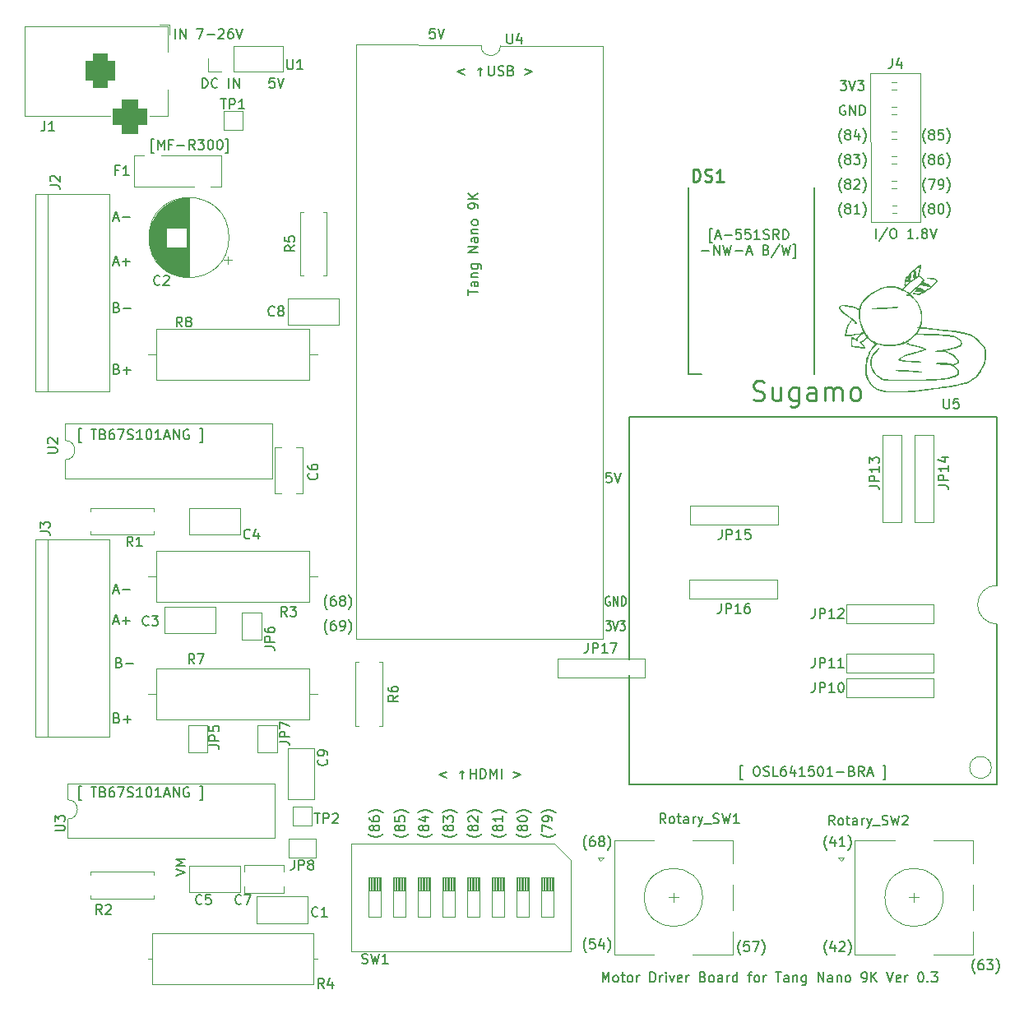
<source format=gto>
G04 #@! TF.GenerationSoftware,KiCad,Pcbnew,(6.0.11)*
G04 #@! TF.CreationDate,2023-02-27T19:00:01+09:00*
G04 #@! TF.ProjectId,tangnano9k_motordriver,74616e67-6e61-46e6-9f39-6b5f6d6f746f,rev?*
G04 #@! TF.SameCoordinates,Original*
G04 #@! TF.FileFunction,Legend,Top*
G04 #@! TF.FilePolarity,Positive*
%FSLAX46Y46*%
G04 Gerber Fmt 4.6, Leading zero omitted, Abs format (unit mm)*
G04 Created by KiCad (PCBNEW (6.0.11)) date 2023-02-27 19:00:01*
%MOMM*%
%LPD*%
G01*
G04 APERTURE LIST*
G04 Aperture macros list*
%AMRoundRect*
0 Rectangle with rounded corners*
0 $1 Rounding radius*
0 $2 $3 $4 $5 $6 $7 $8 $9 X,Y pos of 4 corners*
0 Add a 4 corners polygon primitive as box body*
4,1,4,$2,$3,$4,$5,$6,$7,$8,$9,$2,$3,0*
0 Add four circle primitives for the rounded corners*
1,1,$1+$1,$2,$3*
1,1,$1+$1,$4,$5*
1,1,$1+$1,$6,$7*
1,1,$1+$1,$8,$9*
0 Add four rect primitives between the rounded corners*
20,1,$1+$1,$2,$3,$4,$5,0*
20,1,$1+$1,$4,$5,$6,$7,0*
20,1,$1+$1,$6,$7,$8,$9,0*
20,1,$1+$1,$8,$9,$2,$3,0*%
%AMFreePoly0*
4,1,14,3.433000,0.000000,2.671000,-0.762000,0.131000,-0.762000,-0.631000,-0.723997,-0.123000,-0.281995,-0.123000,-0.150000,-0.150000,-0.150000,-0.150000,0.150000,-0.123000,0.150000,-0.123000,0.234002,-0.631000,0.676003,0.131000,0.762000,2.671000,0.762000,3.433000,0.000000,3.433000,0.000000,$1*%
%AMFreePoly1*
4,1,10,0.799000,0.700000,0.323000,0.254000,0.323000,-0.254000,0.799000,-0.700000,0.323000,-0.762000,-2.217000,-0.762000,-1.455000,0.000000,-2.217000,0.762000,0.069000,0.762000,0.799000,0.700000,0.799000,0.700000,$1*%
%AMFreePoly2*
4,1,6,1.000000,0.000000,0.500000,-0.750000,-0.500000,-0.750000,-0.500000,0.750000,0.500000,0.750000,1.000000,0.000000,1.000000,0.000000,$1*%
%AMFreePoly3*
4,1,6,0.500000,-0.750000,-0.650000,-0.750000,-0.150000,0.000000,-0.650000,0.750000,0.500000,0.750000,0.500000,-0.750000,0.500000,-0.750000,$1*%
G04 Aperture macros list end*
%ADD10C,0.150000*%
%ADD11C,0.250000*%
%ADD12C,0.254000*%
%ADD13C,0.120000*%
%ADD14C,0.200000*%
%ADD15C,2.400000*%
%ADD16O,2.400000X2.400000*%
%ADD17C,1.400000*%
%ADD18FreePoly0,0.000000*%
%ADD19FreePoly1,0.000000*%
%ADD20C,1.600000*%
%ADD21O,1.600000X1.600000*%
%ADD22R,1.600000X1.600000*%
%ADD23FreePoly0,180.000000*%
%ADD24FreePoly1,180.000000*%
%ADD25FreePoly2,270.000000*%
%ADD26FreePoly3,270.000000*%
%ADD27C,2.700000*%
%ADD28R,2.000000X2.000000*%
%ADD29C,2.000000*%
%ADD30R,3.200000X2.000000*%
%ADD31R,1.500000X1.500000*%
%ADD32R,1.000000X1.600000*%
%ADD33O,1.000000X1.600000*%
%ADD34R,1.100000X1.100000*%
%ADD35C,1.100000*%
%ADD36R,1.700000X1.700000*%
%ADD37C,1.700000*%
%ADD38O,1.700000X1.700000*%
%ADD39C,2.010000*%
%ADD40R,3.500000X3.500000*%
%ADD41RoundRect,0.750000X-0.750000X-1.000000X0.750000X-1.000000X0.750000X1.000000X-0.750000X1.000000X0*%
%ADD42RoundRect,0.875000X-0.875000X-0.875000X0.875000X-0.875000X0.875000X0.875000X-0.875000X0.875000X0*%
%ADD43FreePoly0,270.000000*%
%ADD44FreePoly1,270.000000*%
%ADD45C,3.000000*%
%ADD46FreePoly2,180.000000*%
%ADD47FreePoly3,180.000000*%
G04 APERTURE END LIST*
D10*
X152574761Y-67127333D02*
X152527142Y-67079714D01*
X152431904Y-66936857D01*
X152384285Y-66841619D01*
X152336666Y-66698761D01*
X152289047Y-66460666D01*
X152289047Y-66270190D01*
X152336666Y-66032095D01*
X152384285Y-65889238D01*
X152431904Y-65794000D01*
X152527142Y-65651142D01*
X152574761Y-65603523D01*
X153098571Y-66174952D02*
X153003333Y-66127333D01*
X152955714Y-66079714D01*
X152908095Y-65984476D01*
X152908095Y-65936857D01*
X152955714Y-65841619D01*
X153003333Y-65794000D01*
X153098571Y-65746380D01*
X153289047Y-65746380D01*
X153384285Y-65794000D01*
X153431904Y-65841619D01*
X153479523Y-65936857D01*
X153479523Y-65984476D01*
X153431904Y-66079714D01*
X153384285Y-66127333D01*
X153289047Y-66174952D01*
X153098571Y-66174952D01*
X153003333Y-66222571D01*
X152955714Y-66270190D01*
X152908095Y-66365428D01*
X152908095Y-66555904D01*
X152955714Y-66651142D01*
X153003333Y-66698761D01*
X153098571Y-66746380D01*
X153289047Y-66746380D01*
X153384285Y-66698761D01*
X153431904Y-66651142D01*
X153479523Y-66555904D01*
X153479523Y-66365428D01*
X153431904Y-66270190D01*
X153384285Y-66222571D01*
X153289047Y-66174952D01*
X154098571Y-65746380D02*
X154193809Y-65746380D01*
X154289047Y-65794000D01*
X154336666Y-65841619D01*
X154384285Y-65936857D01*
X154431904Y-66127333D01*
X154431904Y-66365428D01*
X154384285Y-66555904D01*
X154336666Y-66651142D01*
X154289047Y-66698761D01*
X154193809Y-66746380D01*
X154098571Y-66746380D01*
X154003333Y-66698761D01*
X153955714Y-66651142D01*
X153908095Y-66555904D01*
X153860476Y-66365428D01*
X153860476Y-66127333D01*
X153908095Y-65936857D01*
X153955714Y-65841619D01*
X154003333Y-65794000D01*
X154098571Y-65746380D01*
X154765238Y-67127333D02*
X154812857Y-67079714D01*
X154908095Y-66936857D01*
X154955714Y-66841619D01*
X155003333Y-66698761D01*
X155050952Y-66460666D01*
X155050952Y-66270190D01*
X155003333Y-66032095D01*
X154955714Y-65889238D01*
X154908095Y-65794000D01*
X154812857Y-65651142D01*
X154765238Y-65603523D01*
X152574761Y-64587333D02*
X152527142Y-64539714D01*
X152431904Y-64396857D01*
X152384285Y-64301619D01*
X152336666Y-64158761D01*
X152289047Y-63920666D01*
X152289047Y-63730190D01*
X152336666Y-63492095D01*
X152384285Y-63349238D01*
X152431904Y-63254000D01*
X152527142Y-63111142D01*
X152574761Y-63063523D01*
X152860476Y-63206380D02*
X153527142Y-63206380D01*
X153098571Y-64206380D01*
X153955714Y-64206380D02*
X154146190Y-64206380D01*
X154241428Y-64158761D01*
X154289047Y-64111142D01*
X154384285Y-63968285D01*
X154431904Y-63777809D01*
X154431904Y-63396857D01*
X154384285Y-63301619D01*
X154336666Y-63254000D01*
X154241428Y-63206380D01*
X154050952Y-63206380D01*
X153955714Y-63254000D01*
X153908095Y-63301619D01*
X153860476Y-63396857D01*
X153860476Y-63634952D01*
X153908095Y-63730190D01*
X153955714Y-63777809D01*
X154050952Y-63825428D01*
X154241428Y-63825428D01*
X154336666Y-63777809D01*
X154384285Y-63730190D01*
X154431904Y-63634952D01*
X154765238Y-64587333D02*
X154812857Y-64539714D01*
X154908095Y-64396857D01*
X154955714Y-64301619D01*
X155003333Y-64158761D01*
X155050952Y-63920666D01*
X155050952Y-63730190D01*
X155003333Y-63492095D01*
X154955714Y-63349238D01*
X154908095Y-63254000D01*
X154812857Y-63111142D01*
X154765238Y-63063523D01*
X143938761Y-67127333D02*
X143891142Y-67079714D01*
X143795904Y-66936857D01*
X143748285Y-66841619D01*
X143700666Y-66698761D01*
X143653047Y-66460666D01*
X143653047Y-66270190D01*
X143700666Y-66032095D01*
X143748285Y-65889238D01*
X143795904Y-65794000D01*
X143891142Y-65651142D01*
X143938761Y-65603523D01*
X144462571Y-66174952D02*
X144367333Y-66127333D01*
X144319714Y-66079714D01*
X144272095Y-65984476D01*
X144272095Y-65936857D01*
X144319714Y-65841619D01*
X144367333Y-65794000D01*
X144462571Y-65746380D01*
X144653047Y-65746380D01*
X144748285Y-65794000D01*
X144795904Y-65841619D01*
X144843523Y-65936857D01*
X144843523Y-65984476D01*
X144795904Y-66079714D01*
X144748285Y-66127333D01*
X144653047Y-66174952D01*
X144462571Y-66174952D01*
X144367333Y-66222571D01*
X144319714Y-66270190D01*
X144272095Y-66365428D01*
X144272095Y-66555904D01*
X144319714Y-66651142D01*
X144367333Y-66698761D01*
X144462571Y-66746380D01*
X144653047Y-66746380D01*
X144748285Y-66698761D01*
X144795904Y-66651142D01*
X144843523Y-66555904D01*
X144843523Y-66365428D01*
X144795904Y-66270190D01*
X144748285Y-66222571D01*
X144653047Y-66174952D01*
X145795904Y-66746380D02*
X145224476Y-66746380D01*
X145510190Y-66746380D02*
X145510190Y-65746380D01*
X145414952Y-65889238D01*
X145319714Y-65984476D01*
X145224476Y-66032095D01*
X146129238Y-67127333D02*
X146176857Y-67079714D01*
X146272095Y-66936857D01*
X146319714Y-66841619D01*
X146367333Y-66698761D01*
X146414952Y-66460666D01*
X146414952Y-66270190D01*
X146367333Y-66032095D01*
X146319714Y-65889238D01*
X146272095Y-65794000D01*
X146176857Y-65651142D01*
X146129238Y-65603523D01*
X143938761Y-64587333D02*
X143891142Y-64539714D01*
X143795904Y-64396857D01*
X143748285Y-64301619D01*
X143700666Y-64158761D01*
X143653047Y-63920666D01*
X143653047Y-63730190D01*
X143700666Y-63492095D01*
X143748285Y-63349238D01*
X143795904Y-63254000D01*
X143891142Y-63111142D01*
X143938761Y-63063523D01*
X144462571Y-63634952D02*
X144367333Y-63587333D01*
X144319714Y-63539714D01*
X144272095Y-63444476D01*
X144272095Y-63396857D01*
X144319714Y-63301619D01*
X144367333Y-63254000D01*
X144462571Y-63206380D01*
X144653047Y-63206380D01*
X144748285Y-63254000D01*
X144795904Y-63301619D01*
X144843523Y-63396857D01*
X144843523Y-63444476D01*
X144795904Y-63539714D01*
X144748285Y-63587333D01*
X144653047Y-63634952D01*
X144462571Y-63634952D01*
X144367333Y-63682571D01*
X144319714Y-63730190D01*
X144272095Y-63825428D01*
X144272095Y-64015904D01*
X144319714Y-64111142D01*
X144367333Y-64158761D01*
X144462571Y-64206380D01*
X144653047Y-64206380D01*
X144748285Y-64158761D01*
X144795904Y-64111142D01*
X144843523Y-64015904D01*
X144843523Y-63825428D01*
X144795904Y-63730190D01*
X144748285Y-63682571D01*
X144653047Y-63634952D01*
X145224476Y-63301619D02*
X145272095Y-63254000D01*
X145367333Y-63206380D01*
X145605428Y-63206380D01*
X145700666Y-63254000D01*
X145748285Y-63301619D01*
X145795904Y-63396857D01*
X145795904Y-63492095D01*
X145748285Y-63634952D01*
X145176857Y-64206380D01*
X145795904Y-64206380D01*
X146129238Y-64587333D02*
X146176857Y-64539714D01*
X146272095Y-64396857D01*
X146319714Y-64301619D01*
X146367333Y-64158761D01*
X146414952Y-63920666D01*
X146414952Y-63730190D01*
X146367333Y-63492095D01*
X146319714Y-63349238D01*
X146272095Y-63254000D01*
X146176857Y-63111142D01*
X146129238Y-63063523D01*
X102044523Y-47712380D02*
X101568333Y-47712380D01*
X101520714Y-48188571D01*
X101568333Y-48140952D01*
X101663571Y-48093333D01*
X101901666Y-48093333D01*
X101996904Y-48140952D01*
X102044523Y-48188571D01*
X102092142Y-48283809D01*
X102092142Y-48521904D01*
X102044523Y-48617142D01*
X101996904Y-48664761D01*
X101901666Y-48712380D01*
X101663571Y-48712380D01*
X101568333Y-48664761D01*
X101520714Y-48617142D01*
X102377857Y-47712380D02*
X102711190Y-48712380D01*
X103044523Y-47712380D01*
X65659761Y-127150714D02*
X65421666Y-127150714D01*
X65421666Y-125722142D01*
X65659761Y-125722142D01*
X66659761Y-125817380D02*
X67231190Y-125817380D01*
X66945476Y-126817380D02*
X66945476Y-125817380D01*
X67897857Y-126293571D02*
X68040714Y-126341190D01*
X68088333Y-126388809D01*
X68135952Y-126484047D01*
X68135952Y-126626904D01*
X68088333Y-126722142D01*
X68040714Y-126769761D01*
X67945476Y-126817380D01*
X67564523Y-126817380D01*
X67564523Y-125817380D01*
X67897857Y-125817380D01*
X67993095Y-125865000D01*
X68040714Y-125912619D01*
X68088333Y-126007857D01*
X68088333Y-126103095D01*
X68040714Y-126198333D01*
X67993095Y-126245952D01*
X67897857Y-126293571D01*
X67564523Y-126293571D01*
X68993095Y-125817380D02*
X68802619Y-125817380D01*
X68707380Y-125865000D01*
X68659761Y-125912619D01*
X68564523Y-126055476D01*
X68516904Y-126245952D01*
X68516904Y-126626904D01*
X68564523Y-126722142D01*
X68612142Y-126769761D01*
X68707380Y-126817380D01*
X68897857Y-126817380D01*
X68993095Y-126769761D01*
X69040714Y-126722142D01*
X69088333Y-126626904D01*
X69088333Y-126388809D01*
X69040714Y-126293571D01*
X68993095Y-126245952D01*
X68897857Y-126198333D01*
X68707380Y-126198333D01*
X68612142Y-126245952D01*
X68564523Y-126293571D01*
X68516904Y-126388809D01*
X69421666Y-125817380D02*
X70088333Y-125817380D01*
X69659761Y-126817380D01*
X70421666Y-126769761D02*
X70564523Y-126817380D01*
X70802619Y-126817380D01*
X70897857Y-126769761D01*
X70945476Y-126722142D01*
X70993095Y-126626904D01*
X70993095Y-126531666D01*
X70945476Y-126436428D01*
X70897857Y-126388809D01*
X70802619Y-126341190D01*
X70612142Y-126293571D01*
X70516904Y-126245952D01*
X70469285Y-126198333D01*
X70421666Y-126103095D01*
X70421666Y-126007857D01*
X70469285Y-125912619D01*
X70516904Y-125865000D01*
X70612142Y-125817380D01*
X70850238Y-125817380D01*
X70993095Y-125865000D01*
X71945476Y-126817380D02*
X71374047Y-126817380D01*
X71659761Y-126817380D02*
X71659761Y-125817380D01*
X71564523Y-125960238D01*
X71469285Y-126055476D01*
X71374047Y-126103095D01*
X72564523Y-125817380D02*
X72659761Y-125817380D01*
X72755000Y-125865000D01*
X72802619Y-125912619D01*
X72850238Y-126007857D01*
X72897857Y-126198333D01*
X72897857Y-126436428D01*
X72850238Y-126626904D01*
X72802619Y-126722142D01*
X72755000Y-126769761D01*
X72659761Y-126817380D01*
X72564523Y-126817380D01*
X72469285Y-126769761D01*
X72421666Y-126722142D01*
X72374047Y-126626904D01*
X72326428Y-126436428D01*
X72326428Y-126198333D01*
X72374047Y-126007857D01*
X72421666Y-125912619D01*
X72469285Y-125865000D01*
X72564523Y-125817380D01*
X73850238Y-126817380D02*
X73278809Y-126817380D01*
X73564523Y-126817380D02*
X73564523Y-125817380D01*
X73469285Y-125960238D01*
X73374047Y-126055476D01*
X73278809Y-126103095D01*
X74231190Y-126531666D02*
X74707380Y-126531666D01*
X74135952Y-126817380D02*
X74469285Y-125817380D01*
X74802619Y-126817380D01*
X75135952Y-126817380D02*
X75135952Y-125817380D01*
X75707380Y-126817380D01*
X75707380Y-125817380D01*
X76707380Y-125865000D02*
X76612142Y-125817380D01*
X76469285Y-125817380D01*
X76326428Y-125865000D01*
X76231190Y-125960238D01*
X76183571Y-126055476D01*
X76135952Y-126245952D01*
X76135952Y-126388809D01*
X76183571Y-126579285D01*
X76231190Y-126674523D01*
X76326428Y-126769761D01*
X76469285Y-126817380D01*
X76564523Y-126817380D01*
X76707380Y-126769761D01*
X76755000Y-126722142D01*
X76755000Y-126388809D01*
X76564523Y-126388809D01*
X77850238Y-127150714D02*
X78088333Y-127150714D01*
X78088333Y-125722142D01*
X77850238Y-125722142D01*
X144272095Y-55634000D02*
X144176857Y-55586380D01*
X144034000Y-55586380D01*
X143891142Y-55634000D01*
X143795904Y-55729238D01*
X143748285Y-55824476D01*
X143700666Y-56014952D01*
X143700666Y-56157809D01*
X143748285Y-56348285D01*
X143795904Y-56443523D01*
X143891142Y-56538761D01*
X144034000Y-56586380D01*
X144129238Y-56586380D01*
X144272095Y-56538761D01*
X144319714Y-56491142D01*
X144319714Y-56157809D01*
X144129238Y-56157809D01*
X144748285Y-56586380D02*
X144748285Y-55586380D01*
X145319714Y-56586380D01*
X145319714Y-55586380D01*
X145795904Y-56586380D02*
X145795904Y-55586380D01*
X146034000Y-55586380D01*
X146176857Y-55634000D01*
X146272095Y-55729238D01*
X146319714Y-55824476D01*
X146367333Y-56014952D01*
X146367333Y-56157809D01*
X146319714Y-56348285D01*
X146272095Y-56443523D01*
X146176857Y-56538761D01*
X146034000Y-56586380D01*
X145795904Y-56586380D01*
X143938761Y-59507333D02*
X143891142Y-59459714D01*
X143795904Y-59316857D01*
X143748285Y-59221619D01*
X143700666Y-59078761D01*
X143653047Y-58840666D01*
X143653047Y-58650190D01*
X143700666Y-58412095D01*
X143748285Y-58269238D01*
X143795904Y-58174000D01*
X143891142Y-58031142D01*
X143938761Y-57983523D01*
X144462571Y-58554952D02*
X144367333Y-58507333D01*
X144319714Y-58459714D01*
X144272095Y-58364476D01*
X144272095Y-58316857D01*
X144319714Y-58221619D01*
X144367333Y-58174000D01*
X144462571Y-58126380D01*
X144653047Y-58126380D01*
X144748285Y-58174000D01*
X144795904Y-58221619D01*
X144843523Y-58316857D01*
X144843523Y-58364476D01*
X144795904Y-58459714D01*
X144748285Y-58507333D01*
X144653047Y-58554952D01*
X144462571Y-58554952D01*
X144367333Y-58602571D01*
X144319714Y-58650190D01*
X144272095Y-58745428D01*
X144272095Y-58935904D01*
X144319714Y-59031142D01*
X144367333Y-59078761D01*
X144462571Y-59126380D01*
X144653047Y-59126380D01*
X144748285Y-59078761D01*
X144795904Y-59031142D01*
X144843523Y-58935904D01*
X144843523Y-58745428D01*
X144795904Y-58650190D01*
X144748285Y-58602571D01*
X144653047Y-58554952D01*
X145700666Y-58459714D02*
X145700666Y-59126380D01*
X145462571Y-58078761D02*
X145224476Y-58793047D01*
X145843523Y-58793047D01*
X146129238Y-59507333D02*
X146176857Y-59459714D01*
X146272095Y-59316857D01*
X146319714Y-59221619D01*
X146367333Y-59078761D01*
X146414952Y-58840666D01*
X146414952Y-58650190D01*
X146367333Y-58412095D01*
X146319714Y-58269238D01*
X146272095Y-58174000D01*
X146176857Y-58031142D01*
X146129238Y-57983523D01*
X68992857Y-105576666D02*
X69469047Y-105576666D01*
X68897619Y-105862380D02*
X69230952Y-104862380D01*
X69564285Y-105862380D01*
X69897619Y-105481428D02*
X70659523Y-105481428D01*
X114498333Y-130635238D02*
X114450714Y-130682857D01*
X114307857Y-130778095D01*
X114212619Y-130825714D01*
X114069761Y-130873333D01*
X113831666Y-130920952D01*
X113641190Y-130920952D01*
X113403095Y-130873333D01*
X113260238Y-130825714D01*
X113165000Y-130778095D01*
X113022142Y-130682857D01*
X112974523Y-130635238D01*
X113117380Y-130349523D02*
X113117380Y-129682857D01*
X114117380Y-130111428D01*
X114117380Y-129254285D02*
X114117380Y-129063809D01*
X114069761Y-128968571D01*
X114022142Y-128920952D01*
X113879285Y-128825714D01*
X113688809Y-128778095D01*
X113307857Y-128778095D01*
X113212619Y-128825714D01*
X113165000Y-128873333D01*
X113117380Y-128968571D01*
X113117380Y-129159047D01*
X113165000Y-129254285D01*
X113212619Y-129301904D01*
X113307857Y-129349523D01*
X113545952Y-129349523D01*
X113641190Y-129301904D01*
X113688809Y-129254285D01*
X113736428Y-129159047D01*
X113736428Y-128968571D01*
X113688809Y-128873333D01*
X113641190Y-128825714D01*
X113545952Y-128778095D01*
X114498333Y-128444761D02*
X114450714Y-128397142D01*
X114307857Y-128301904D01*
X114212619Y-128254285D01*
X114069761Y-128206666D01*
X113831666Y-128159047D01*
X113641190Y-128159047D01*
X113403095Y-128206666D01*
X113260238Y-128254285D01*
X113165000Y-128301904D01*
X113022142Y-128397142D01*
X112974523Y-128444761D01*
X142414761Y-143073333D02*
X142367142Y-143025714D01*
X142271904Y-142882857D01*
X142224285Y-142787619D01*
X142176666Y-142644761D01*
X142129047Y-142406666D01*
X142129047Y-142216190D01*
X142176666Y-141978095D01*
X142224285Y-141835238D01*
X142271904Y-141740000D01*
X142367142Y-141597142D01*
X142414761Y-141549523D01*
X143224285Y-142025714D02*
X143224285Y-142692380D01*
X142986190Y-141644761D02*
X142748095Y-142359047D01*
X143367142Y-142359047D01*
X143700476Y-141787619D02*
X143748095Y-141740000D01*
X143843333Y-141692380D01*
X144081428Y-141692380D01*
X144176666Y-141740000D01*
X144224285Y-141787619D01*
X144271904Y-141882857D01*
X144271904Y-141978095D01*
X144224285Y-142120952D01*
X143652857Y-142692380D01*
X144271904Y-142692380D01*
X144605238Y-143073333D02*
X144652857Y-143025714D01*
X144748095Y-142882857D01*
X144795714Y-142787619D01*
X144843333Y-142644761D01*
X144890952Y-142406666D01*
X144890952Y-142216190D01*
X144843333Y-141978095D01*
X144795714Y-141835238D01*
X144748095Y-141740000D01*
X144652857Y-141597142D01*
X144605238Y-141549523D01*
X69556380Y-112958571D02*
X69699238Y-113006190D01*
X69746857Y-113053809D01*
X69794476Y-113149047D01*
X69794476Y-113291904D01*
X69746857Y-113387142D01*
X69699238Y-113434761D01*
X69604000Y-113482380D01*
X69223047Y-113482380D01*
X69223047Y-112482380D01*
X69556380Y-112482380D01*
X69651619Y-112530000D01*
X69699238Y-112577619D01*
X69746857Y-112672857D01*
X69746857Y-112768095D01*
X69699238Y-112863333D01*
X69651619Y-112910952D01*
X69556380Y-112958571D01*
X69223047Y-112958571D01*
X70223047Y-113101428D02*
X70984952Y-113101428D01*
X142414761Y-132278333D02*
X142367142Y-132230714D01*
X142271904Y-132087857D01*
X142224285Y-131992619D01*
X142176666Y-131849761D01*
X142129047Y-131611666D01*
X142129047Y-131421190D01*
X142176666Y-131183095D01*
X142224285Y-131040238D01*
X142271904Y-130945000D01*
X142367142Y-130802142D01*
X142414761Y-130754523D01*
X143224285Y-131230714D02*
X143224285Y-131897380D01*
X142986190Y-130849761D02*
X142748095Y-131564047D01*
X143367142Y-131564047D01*
X144271904Y-131897380D02*
X143700476Y-131897380D01*
X143986190Y-131897380D02*
X143986190Y-130897380D01*
X143890952Y-131040238D01*
X143795714Y-131135476D01*
X143700476Y-131183095D01*
X144605238Y-132278333D02*
X144652857Y-132230714D01*
X144748095Y-132087857D01*
X144795714Y-131992619D01*
X144843333Y-131849761D01*
X144890952Y-131611666D01*
X144890952Y-131421190D01*
X144843333Y-131183095D01*
X144795714Y-131040238D01*
X144748095Y-130945000D01*
X144652857Y-130802142D01*
X144605238Y-130754523D01*
X117649761Y-132278333D02*
X117602142Y-132230714D01*
X117506904Y-132087857D01*
X117459285Y-131992619D01*
X117411666Y-131849761D01*
X117364047Y-131611666D01*
X117364047Y-131421190D01*
X117411666Y-131183095D01*
X117459285Y-131040238D01*
X117506904Y-130945000D01*
X117602142Y-130802142D01*
X117649761Y-130754523D01*
X118459285Y-130897380D02*
X118268809Y-130897380D01*
X118173571Y-130945000D01*
X118125952Y-130992619D01*
X118030714Y-131135476D01*
X117983095Y-131325952D01*
X117983095Y-131706904D01*
X118030714Y-131802142D01*
X118078333Y-131849761D01*
X118173571Y-131897380D01*
X118364047Y-131897380D01*
X118459285Y-131849761D01*
X118506904Y-131802142D01*
X118554523Y-131706904D01*
X118554523Y-131468809D01*
X118506904Y-131373571D01*
X118459285Y-131325952D01*
X118364047Y-131278333D01*
X118173571Y-131278333D01*
X118078333Y-131325952D01*
X118030714Y-131373571D01*
X117983095Y-131468809D01*
X119125952Y-131325952D02*
X119030714Y-131278333D01*
X118983095Y-131230714D01*
X118935476Y-131135476D01*
X118935476Y-131087857D01*
X118983095Y-130992619D01*
X119030714Y-130945000D01*
X119125952Y-130897380D01*
X119316428Y-130897380D01*
X119411666Y-130945000D01*
X119459285Y-130992619D01*
X119506904Y-131087857D01*
X119506904Y-131135476D01*
X119459285Y-131230714D01*
X119411666Y-131278333D01*
X119316428Y-131325952D01*
X119125952Y-131325952D01*
X119030714Y-131373571D01*
X118983095Y-131421190D01*
X118935476Y-131516428D01*
X118935476Y-131706904D01*
X118983095Y-131802142D01*
X119030714Y-131849761D01*
X119125952Y-131897380D01*
X119316428Y-131897380D01*
X119411666Y-131849761D01*
X119459285Y-131802142D01*
X119506904Y-131706904D01*
X119506904Y-131516428D01*
X119459285Y-131421190D01*
X119411666Y-131373571D01*
X119316428Y-131325952D01*
X119840238Y-132278333D02*
X119887857Y-132230714D01*
X119983095Y-132087857D01*
X120030714Y-131992619D01*
X120078333Y-131849761D01*
X120125952Y-131611666D01*
X120125952Y-131421190D01*
X120078333Y-131183095D01*
X120030714Y-131040238D01*
X119983095Y-130945000D01*
X119887857Y-130802142D01*
X119840238Y-130754523D01*
X99333333Y-130635238D02*
X99285714Y-130682857D01*
X99142857Y-130778095D01*
X99047619Y-130825714D01*
X98904761Y-130873333D01*
X98666666Y-130920952D01*
X98476190Y-130920952D01*
X98238095Y-130873333D01*
X98095238Y-130825714D01*
X98000000Y-130778095D01*
X97857142Y-130682857D01*
X97809523Y-130635238D01*
X98380952Y-130111428D02*
X98333333Y-130206666D01*
X98285714Y-130254285D01*
X98190476Y-130301904D01*
X98142857Y-130301904D01*
X98047619Y-130254285D01*
X98000000Y-130206666D01*
X97952380Y-130111428D01*
X97952380Y-129920952D01*
X98000000Y-129825714D01*
X98047619Y-129778095D01*
X98142857Y-129730476D01*
X98190476Y-129730476D01*
X98285714Y-129778095D01*
X98333333Y-129825714D01*
X98380952Y-129920952D01*
X98380952Y-130111428D01*
X98428571Y-130206666D01*
X98476190Y-130254285D01*
X98571428Y-130301904D01*
X98761904Y-130301904D01*
X98857142Y-130254285D01*
X98904761Y-130206666D01*
X98952380Y-130111428D01*
X98952380Y-129920952D01*
X98904761Y-129825714D01*
X98857142Y-129778095D01*
X98761904Y-129730476D01*
X98571428Y-129730476D01*
X98476190Y-129778095D01*
X98428571Y-129825714D01*
X98380952Y-129920952D01*
X97952380Y-128825714D02*
X97952380Y-129301904D01*
X98428571Y-129349523D01*
X98380952Y-129301904D01*
X98333333Y-129206666D01*
X98333333Y-128968571D01*
X98380952Y-128873333D01*
X98428571Y-128825714D01*
X98523809Y-128778095D01*
X98761904Y-128778095D01*
X98857142Y-128825714D01*
X98904761Y-128873333D01*
X98952380Y-128968571D01*
X98952380Y-129206666D01*
X98904761Y-129301904D01*
X98857142Y-129349523D01*
X99333333Y-128444761D02*
X99285714Y-128397142D01*
X99142857Y-128301904D01*
X99047619Y-128254285D01*
X98904761Y-128206666D01*
X98666666Y-128159047D01*
X98476190Y-128159047D01*
X98238095Y-128206666D01*
X98095238Y-128254285D01*
X98000000Y-128301904D01*
X97857142Y-128397142D01*
X97809523Y-128444761D01*
X152574761Y-62047333D02*
X152527142Y-61999714D01*
X152431904Y-61856857D01*
X152384285Y-61761619D01*
X152336666Y-61618761D01*
X152289047Y-61380666D01*
X152289047Y-61190190D01*
X152336666Y-60952095D01*
X152384285Y-60809238D01*
X152431904Y-60714000D01*
X152527142Y-60571142D01*
X152574761Y-60523523D01*
X153098571Y-61094952D02*
X153003333Y-61047333D01*
X152955714Y-60999714D01*
X152908095Y-60904476D01*
X152908095Y-60856857D01*
X152955714Y-60761619D01*
X153003333Y-60714000D01*
X153098571Y-60666380D01*
X153289047Y-60666380D01*
X153384285Y-60714000D01*
X153431904Y-60761619D01*
X153479523Y-60856857D01*
X153479523Y-60904476D01*
X153431904Y-60999714D01*
X153384285Y-61047333D01*
X153289047Y-61094952D01*
X153098571Y-61094952D01*
X153003333Y-61142571D01*
X152955714Y-61190190D01*
X152908095Y-61285428D01*
X152908095Y-61475904D01*
X152955714Y-61571142D01*
X153003333Y-61618761D01*
X153098571Y-61666380D01*
X153289047Y-61666380D01*
X153384285Y-61618761D01*
X153431904Y-61571142D01*
X153479523Y-61475904D01*
X153479523Y-61285428D01*
X153431904Y-61190190D01*
X153384285Y-61142571D01*
X153289047Y-61094952D01*
X154336666Y-60666380D02*
X154146190Y-60666380D01*
X154050952Y-60714000D01*
X154003333Y-60761619D01*
X153908095Y-60904476D01*
X153860476Y-61094952D01*
X153860476Y-61475904D01*
X153908095Y-61571142D01*
X153955714Y-61618761D01*
X154050952Y-61666380D01*
X154241428Y-61666380D01*
X154336666Y-61618761D01*
X154384285Y-61571142D01*
X154431904Y-61475904D01*
X154431904Y-61237809D01*
X154384285Y-61142571D01*
X154336666Y-61094952D01*
X154241428Y-61047333D01*
X154050952Y-61047333D01*
X153955714Y-61094952D01*
X153908095Y-61142571D01*
X153860476Y-61237809D01*
X154765238Y-62047333D02*
X154812857Y-61999714D01*
X154908095Y-61856857D01*
X154955714Y-61761619D01*
X155003333Y-61618761D01*
X155050952Y-61380666D01*
X155050952Y-61190190D01*
X155003333Y-60952095D01*
X154955714Y-60809238D01*
X154908095Y-60714000D01*
X154812857Y-60571142D01*
X154765238Y-60523523D01*
X65659761Y-90320714D02*
X65421666Y-90320714D01*
X65421666Y-88892142D01*
X65659761Y-88892142D01*
X66659761Y-88987380D02*
X67231190Y-88987380D01*
X66945476Y-89987380D02*
X66945476Y-88987380D01*
X67897857Y-89463571D02*
X68040714Y-89511190D01*
X68088333Y-89558809D01*
X68135952Y-89654047D01*
X68135952Y-89796904D01*
X68088333Y-89892142D01*
X68040714Y-89939761D01*
X67945476Y-89987380D01*
X67564523Y-89987380D01*
X67564523Y-88987380D01*
X67897857Y-88987380D01*
X67993095Y-89035000D01*
X68040714Y-89082619D01*
X68088333Y-89177857D01*
X68088333Y-89273095D01*
X68040714Y-89368333D01*
X67993095Y-89415952D01*
X67897857Y-89463571D01*
X67564523Y-89463571D01*
X68993095Y-88987380D02*
X68802619Y-88987380D01*
X68707380Y-89035000D01*
X68659761Y-89082619D01*
X68564523Y-89225476D01*
X68516904Y-89415952D01*
X68516904Y-89796904D01*
X68564523Y-89892142D01*
X68612142Y-89939761D01*
X68707380Y-89987380D01*
X68897857Y-89987380D01*
X68993095Y-89939761D01*
X69040714Y-89892142D01*
X69088333Y-89796904D01*
X69088333Y-89558809D01*
X69040714Y-89463571D01*
X68993095Y-89415952D01*
X68897857Y-89368333D01*
X68707380Y-89368333D01*
X68612142Y-89415952D01*
X68564523Y-89463571D01*
X68516904Y-89558809D01*
X69421666Y-88987380D02*
X70088333Y-88987380D01*
X69659761Y-89987380D01*
X70421666Y-89939761D02*
X70564523Y-89987380D01*
X70802619Y-89987380D01*
X70897857Y-89939761D01*
X70945476Y-89892142D01*
X70993095Y-89796904D01*
X70993095Y-89701666D01*
X70945476Y-89606428D01*
X70897857Y-89558809D01*
X70802619Y-89511190D01*
X70612142Y-89463571D01*
X70516904Y-89415952D01*
X70469285Y-89368333D01*
X70421666Y-89273095D01*
X70421666Y-89177857D01*
X70469285Y-89082619D01*
X70516904Y-89035000D01*
X70612142Y-88987380D01*
X70850238Y-88987380D01*
X70993095Y-89035000D01*
X71945476Y-89987380D02*
X71374047Y-89987380D01*
X71659761Y-89987380D02*
X71659761Y-88987380D01*
X71564523Y-89130238D01*
X71469285Y-89225476D01*
X71374047Y-89273095D01*
X72564523Y-88987380D02*
X72659761Y-88987380D01*
X72755000Y-89035000D01*
X72802619Y-89082619D01*
X72850238Y-89177857D01*
X72897857Y-89368333D01*
X72897857Y-89606428D01*
X72850238Y-89796904D01*
X72802619Y-89892142D01*
X72755000Y-89939761D01*
X72659761Y-89987380D01*
X72564523Y-89987380D01*
X72469285Y-89939761D01*
X72421666Y-89892142D01*
X72374047Y-89796904D01*
X72326428Y-89606428D01*
X72326428Y-89368333D01*
X72374047Y-89177857D01*
X72421666Y-89082619D01*
X72469285Y-89035000D01*
X72564523Y-88987380D01*
X73850238Y-89987380D02*
X73278809Y-89987380D01*
X73564523Y-89987380D02*
X73564523Y-88987380D01*
X73469285Y-89130238D01*
X73374047Y-89225476D01*
X73278809Y-89273095D01*
X74231190Y-89701666D02*
X74707380Y-89701666D01*
X74135952Y-89987380D02*
X74469285Y-88987380D01*
X74802619Y-89987380D01*
X75135952Y-89987380D02*
X75135952Y-88987380D01*
X75707380Y-89987380D01*
X75707380Y-88987380D01*
X76707380Y-89035000D02*
X76612142Y-88987380D01*
X76469285Y-88987380D01*
X76326428Y-89035000D01*
X76231190Y-89130238D01*
X76183571Y-89225476D01*
X76135952Y-89415952D01*
X76135952Y-89558809D01*
X76183571Y-89749285D01*
X76231190Y-89844523D01*
X76326428Y-89939761D01*
X76469285Y-89987380D01*
X76564523Y-89987380D01*
X76707380Y-89939761D01*
X76755000Y-89892142D01*
X76755000Y-89558809D01*
X76564523Y-89558809D01*
X77850238Y-90320714D02*
X78088333Y-90320714D01*
X78088333Y-88892142D01*
X77850238Y-88892142D01*
X143938761Y-62047333D02*
X143891142Y-61999714D01*
X143795904Y-61856857D01*
X143748285Y-61761619D01*
X143700666Y-61618761D01*
X143653047Y-61380666D01*
X143653047Y-61190190D01*
X143700666Y-60952095D01*
X143748285Y-60809238D01*
X143795904Y-60714000D01*
X143891142Y-60571142D01*
X143938761Y-60523523D01*
X144462571Y-61094952D02*
X144367333Y-61047333D01*
X144319714Y-60999714D01*
X144272095Y-60904476D01*
X144272095Y-60856857D01*
X144319714Y-60761619D01*
X144367333Y-60714000D01*
X144462571Y-60666380D01*
X144653047Y-60666380D01*
X144748285Y-60714000D01*
X144795904Y-60761619D01*
X144843523Y-60856857D01*
X144843523Y-60904476D01*
X144795904Y-60999714D01*
X144748285Y-61047333D01*
X144653047Y-61094952D01*
X144462571Y-61094952D01*
X144367333Y-61142571D01*
X144319714Y-61190190D01*
X144272095Y-61285428D01*
X144272095Y-61475904D01*
X144319714Y-61571142D01*
X144367333Y-61618761D01*
X144462571Y-61666380D01*
X144653047Y-61666380D01*
X144748285Y-61618761D01*
X144795904Y-61571142D01*
X144843523Y-61475904D01*
X144843523Y-61285428D01*
X144795904Y-61190190D01*
X144748285Y-61142571D01*
X144653047Y-61094952D01*
X145176857Y-60666380D02*
X145795904Y-60666380D01*
X145462571Y-61047333D01*
X145605428Y-61047333D01*
X145700666Y-61094952D01*
X145748285Y-61142571D01*
X145795904Y-61237809D01*
X145795904Y-61475904D01*
X145748285Y-61571142D01*
X145700666Y-61618761D01*
X145605428Y-61666380D01*
X145319714Y-61666380D01*
X145224476Y-61618761D01*
X145176857Y-61571142D01*
X146129238Y-62047333D02*
X146176857Y-61999714D01*
X146272095Y-61856857D01*
X146319714Y-61761619D01*
X146367333Y-61618761D01*
X146414952Y-61380666D01*
X146414952Y-61190190D01*
X146367333Y-60952095D01*
X146319714Y-60809238D01*
X146272095Y-60714000D01*
X146176857Y-60571142D01*
X146129238Y-60523523D01*
X75377219Y-134889761D02*
X76377219Y-134556428D01*
X75377219Y-134223095D01*
X76377219Y-133889761D02*
X75377219Y-133889761D01*
X76091505Y-133556428D01*
X75377219Y-133223095D01*
X76377219Y-133223095D01*
X96718333Y-130635238D02*
X96670714Y-130682857D01*
X96527857Y-130778095D01*
X96432619Y-130825714D01*
X96289761Y-130873333D01*
X96051666Y-130920952D01*
X95861190Y-130920952D01*
X95623095Y-130873333D01*
X95480238Y-130825714D01*
X95385000Y-130778095D01*
X95242142Y-130682857D01*
X95194523Y-130635238D01*
X95765952Y-130111428D02*
X95718333Y-130206666D01*
X95670714Y-130254285D01*
X95575476Y-130301904D01*
X95527857Y-130301904D01*
X95432619Y-130254285D01*
X95385000Y-130206666D01*
X95337380Y-130111428D01*
X95337380Y-129920952D01*
X95385000Y-129825714D01*
X95432619Y-129778095D01*
X95527857Y-129730476D01*
X95575476Y-129730476D01*
X95670714Y-129778095D01*
X95718333Y-129825714D01*
X95765952Y-129920952D01*
X95765952Y-130111428D01*
X95813571Y-130206666D01*
X95861190Y-130254285D01*
X95956428Y-130301904D01*
X96146904Y-130301904D01*
X96242142Y-130254285D01*
X96289761Y-130206666D01*
X96337380Y-130111428D01*
X96337380Y-129920952D01*
X96289761Y-129825714D01*
X96242142Y-129778095D01*
X96146904Y-129730476D01*
X95956428Y-129730476D01*
X95861190Y-129778095D01*
X95813571Y-129825714D01*
X95765952Y-129920952D01*
X95337380Y-128873333D02*
X95337380Y-129063809D01*
X95385000Y-129159047D01*
X95432619Y-129206666D01*
X95575476Y-129301904D01*
X95765952Y-129349523D01*
X96146904Y-129349523D01*
X96242142Y-129301904D01*
X96289761Y-129254285D01*
X96337380Y-129159047D01*
X96337380Y-128968571D01*
X96289761Y-128873333D01*
X96242142Y-128825714D01*
X96146904Y-128778095D01*
X95908809Y-128778095D01*
X95813571Y-128825714D01*
X95765952Y-128873333D01*
X95718333Y-128968571D01*
X95718333Y-129159047D01*
X95765952Y-129254285D01*
X95813571Y-129301904D01*
X95908809Y-129349523D01*
X96718333Y-128444761D02*
X96670714Y-128397142D01*
X96527857Y-128301904D01*
X96432619Y-128254285D01*
X96289761Y-128206666D01*
X96051666Y-128159047D01*
X95861190Y-128159047D01*
X95623095Y-128206666D01*
X95480238Y-128254285D01*
X95385000Y-128301904D01*
X95242142Y-128397142D01*
X95194523Y-128444761D01*
X101798333Y-130635238D02*
X101750714Y-130682857D01*
X101607857Y-130778095D01*
X101512619Y-130825714D01*
X101369761Y-130873333D01*
X101131666Y-130920952D01*
X100941190Y-130920952D01*
X100703095Y-130873333D01*
X100560238Y-130825714D01*
X100465000Y-130778095D01*
X100322142Y-130682857D01*
X100274523Y-130635238D01*
X100845952Y-130111428D02*
X100798333Y-130206666D01*
X100750714Y-130254285D01*
X100655476Y-130301904D01*
X100607857Y-130301904D01*
X100512619Y-130254285D01*
X100465000Y-130206666D01*
X100417380Y-130111428D01*
X100417380Y-129920952D01*
X100465000Y-129825714D01*
X100512619Y-129778095D01*
X100607857Y-129730476D01*
X100655476Y-129730476D01*
X100750714Y-129778095D01*
X100798333Y-129825714D01*
X100845952Y-129920952D01*
X100845952Y-130111428D01*
X100893571Y-130206666D01*
X100941190Y-130254285D01*
X101036428Y-130301904D01*
X101226904Y-130301904D01*
X101322142Y-130254285D01*
X101369761Y-130206666D01*
X101417380Y-130111428D01*
X101417380Y-129920952D01*
X101369761Y-129825714D01*
X101322142Y-129778095D01*
X101226904Y-129730476D01*
X101036428Y-129730476D01*
X100941190Y-129778095D01*
X100893571Y-129825714D01*
X100845952Y-129920952D01*
X100750714Y-128873333D02*
X101417380Y-128873333D01*
X100369761Y-129111428D02*
X101084047Y-129349523D01*
X101084047Y-128730476D01*
X101798333Y-128444761D02*
X101750714Y-128397142D01*
X101607857Y-128301904D01*
X101512619Y-128254285D01*
X101369761Y-128206666D01*
X101131666Y-128159047D01*
X100941190Y-128159047D01*
X100703095Y-128206666D01*
X100560238Y-128254285D01*
X100465000Y-128301904D01*
X100322142Y-128397142D01*
X100274523Y-128444761D01*
X73144523Y-60475714D02*
X72906428Y-60475714D01*
X72906428Y-59047142D01*
X73144523Y-59047142D01*
X73525476Y-60142380D02*
X73525476Y-59142380D01*
X73858809Y-59856666D01*
X74192142Y-59142380D01*
X74192142Y-60142380D01*
X75001666Y-59618571D02*
X74668333Y-59618571D01*
X74668333Y-60142380D02*
X74668333Y-59142380D01*
X75144523Y-59142380D01*
X75525476Y-59761428D02*
X76287380Y-59761428D01*
X77335000Y-60142380D02*
X77001666Y-59666190D01*
X76763571Y-60142380D02*
X76763571Y-59142380D01*
X77144523Y-59142380D01*
X77239761Y-59190000D01*
X77287380Y-59237619D01*
X77335000Y-59332857D01*
X77335000Y-59475714D01*
X77287380Y-59570952D01*
X77239761Y-59618571D01*
X77144523Y-59666190D01*
X76763571Y-59666190D01*
X77668333Y-59142380D02*
X78287380Y-59142380D01*
X77954047Y-59523333D01*
X78096904Y-59523333D01*
X78192142Y-59570952D01*
X78239761Y-59618571D01*
X78287380Y-59713809D01*
X78287380Y-59951904D01*
X78239761Y-60047142D01*
X78192142Y-60094761D01*
X78096904Y-60142380D01*
X77811190Y-60142380D01*
X77715952Y-60094761D01*
X77668333Y-60047142D01*
X78906428Y-59142380D02*
X79001666Y-59142380D01*
X79096904Y-59190000D01*
X79144523Y-59237619D01*
X79192142Y-59332857D01*
X79239761Y-59523333D01*
X79239761Y-59761428D01*
X79192142Y-59951904D01*
X79144523Y-60047142D01*
X79096904Y-60094761D01*
X79001666Y-60142380D01*
X78906428Y-60142380D01*
X78811190Y-60094761D01*
X78763571Y-60047142D01*
X78715952Y-59951904D01*
X78668333Y-59761428D01*
X78668333Y-59523333D01*
X78715952Y-59332857D01*
X78763571Y-59237619D01*
X78811190Y-59190000D01*
X78906428Y-59142380D01*
X79858809Y-59142380D02*
X79954047Y-59142380D01*
X80049285Y-59190000D01*
X80096904Y-59237619D01*
X80144523Y-59332857D01*
X80192142Y-59523333D01*
X80192142Y-59761428D01*
X80144523Y-59951904D01*
X80096904Y-60047142D01*
X80049285Y-60094761D01*
X79954047Y-60142380D01*
X79858809Y-60142380D01*
X79763571Y-60094761D01*
X79715952Y-60047142D01*
X79668333Y-59951904D01*
X79620714Y-59761428D01*
X79620714Y-59523333D01*
X79668333Y-59332857D01*
X79715952Y-59237619D01*
X79763571Y-59190000D01*
X79858809Y-59142380D01*
X80525476Y-60475714D02*
X80763571Y-60475714D01*
X80763571Y-59047142D01*
X80525476Y-59047142D01*
X133755714Y-124991714D02*
X133517619Y-124991714D01*
X133517619Y-123563142D01*
X133755714Y-123563142D01*
X135089047Y-123658380D02*
X135279523Y-123658380D01*
X135374761Y-123706000D01*
X135470000Y-123801238D01*
X135517619Y-123991714D01*
X135517619Y-124325047D01*
X135470000Y-124515523D01*
X135374761Y-124610761D01*
X135279523Y-124658380D01*
X135089047Y-124658380D01*
X134993809Y-124610761D01*
X134898571Y-124515523D01*
X134850952Y-124325047D01*
X134850952Y-123991714D01*
X134898571Y-123801238D01*
X134993809Y-123706000D01*
X135089047Y-123658380D01*
X135898571Y-124610761D02*
X136041428Y-124658380D01*
X136279523Y-124658380D01*
X136374761Y-124610761D01*
X136422380Y-124563142D01*
X136470000Y-124467904D01*
X136470000Y-124372666D01*
X136422380Y-124277428D01*
X136374761Y-124229809D01*
X136279523Y-124182190D01*
X136089047Y-124134571D01*
X135993809Y-124086952D01*
X135946190Y-124039333D01*
X135898571Y-123944095D01*
X135898571Y-123848857D01*
X135946190Y-123753619D01*
X135993809Y-123706000D01*
X136089047Y-123658380D01*
X136327142Y-123658380D01*
X136470000Y-123706000D01*
X137374761Y-124658380D02*
X136898571Y-124658380D01*
X136898571Y-123658380D01*
X138136666Y-123658380D02*
X137946190Y-123658380D01*
X137850952Y-123706000D01*
X137803333Y-123753619D01*
X137708095Y-123896476D01*
X137660476Y-124086952D01*
X137660476Y-124467904D01*
X137708095Y-124563142D01*
X137755714Y-124610761D01*
X137850952Y-124658380D01*
X138041428Y-124658380D01*
X138136666Y-124610761D01*
X138184285Y-124563142D01*
X138231904Y-124467904D01*
X138231904Y-124229809D01*
X138184285Y-124134571D01*
X138136666Y-124086952D01*
X138041428Y-124039333D01*
X137850952Y-124039333D01*
X137755714Y-124086952D01*
X137708095Y-124134571D01*
X137660476Y-124229809D01*
X139089047Y-123991714D02*
X139089047Y-124658380D01*
X138850952Y-123610761D02*
X138612857Y-124325047D01*
X139231904Y-124325047D01*
X140136666Y-124658380D02*
X139565238Y-124658380D01*
X139850952Y-124658380D02*
X139850952Y-123658380D01*
X139755714Y-123801238D01*
X139660476Y-123896476D01*
X139565238Y-123944095D01*
X141041428Y-123658380D02*
X140565238Y-123658380D01*
X140517619Y-124134571D01*
X140565238Y-124086952D01*
X140660476Y-124039333D01*
X140898571Y-124039333D01*
X140993809Y-124086952D01*
X141041428Y-124134571D01*
X141089047Y-124229809D01*
X141089047Y-124467904D01*
X141041428Y-124563142D01*
X140993809Y-124610761D01*
X140898571Y-124658380D01*
X140660476Y-124658380D01*
X140565238Y-124610761D01*
X140517619Y-124563142D01*
X141708095Y-123658380D02*
X141803333Y-123658380D01*
X141898571Y-123706000D01*
X141946190Y-123753619D01*
X141993809Y-123848857D01*
X142041428Y-124039333D01*
X142041428Y-124277428D01*
X141993809Y-124467904D01*
X141946190Y-124563142D01*
X141898571Y-124610761D01*
X141803333Y-124658380D01*
X141708095Y-124658380D01*
X141612857Y-124610761D01*
X141565238Y-124563142D01*
X141517619Y-124467904D01*
X141470000Y-124277428D01*
X141470000Y-124039333D01*
X141517619Y-123848857D01*
X141565238Y-123753619D01*
X141612857Y-123706000D01*
X141708095Y-123658380D01*
X142993809Y-124658380D02*
X142422380Y-124658380D01*
X142708095Y-124658380D02*
X142708095Y-123658380D01*
X142612857Y-123801238D01*
X142517619Y-123896476D01*
X142422380Y-123944095D01*
X143422380Y-124277428D02*
X144184285Y-124277428D01*
X144993809Y-124134571D02*
X145136666Y-124182190D01*
X145184285Y-124229809D01*
X145231904Y-124325047D01*
X145231904Y-124467904D01*
X145184285Y-124563142D01*
X145136666Y-124610761D01*
X145041428Y-124658380D01*
X144660476Y-124658380D01*
X144660476Y-123658380D01*
X144993809Y-123658380D01*
X145089047Y-123706000D01*
X145136666Y-123753619D01*
X145184285Y-123848857D01*
X145184285Y-123944095D01*
X145136666Y-124039333D01*
X145089047Y-124086952D01*
X144993809Y-124134571D01*
X144660476Y-124134571D01*
X146231904Y-124658380D02*
X145898571Y-124182190D01*
X145660476Y-124658380D02*
X145660476Y-123658380D01*
X146041428Y-123658380D01*
X146136666Y-123706000D01*
X146184285Y-123753619D01*
X146231904Y-123848857D01*
X146231904Y-123991714D01*
X146184285Y-124086952D01*
X146136666Y-124134571D01*
X146041428Y-124182190D01*
X145660476Y-124182190D01*
X146612857Y-124372666D02*
X147089047Y-124372666D01*
X146517619Y-124658380D02*
X146850952Y-123658380D01*
X147184285Y-124658380D01*
X148184285Y-124991714D02*
X148422380Y-124991714D01*
X148422380Y-123563142D01*
X148184285Y-123563142D01*
X69324659Y-118673571D02*
X69467517Y-118721190D01*
X69515136Y-118768809D01*
X69562755Y-118864047D01*
X69562755Y-119006904D01*
X69515136Y-119102142D01*
X69467517Y-119149761D01*
X69372279Y-119197380D01*
X68991326Y-119197380D01*
X68991326Y-118197380D01*
X69324659Y-118197380D01*
X69419898Y-118245000D01*
X69467517Y-118292619D01*
X69515136Y-118387857D01*
X69515136Y-118483095D01*
X69467517Y-118578333D01*
X69419898Y-118625952D01*
X69324659Y-118673571D01*
X68991326Y-118673571D01*
X69991326Y-118816428D02*
X70753231Y-118816428D01*
X70372279Y-119197380D02*
X70372279Y-118435476D01*
X90979761Y-110053333D02*
X90932142Y-110005714D01*
X90836904Y-109862857D01*
X90789285Y-109767619D01*
X90741666Y-109624761D01*
X90694047Y-109386666D01*
X90694047Y-109196190D01*
X90741666Y-108958095D01*
X90789285Y-108815238D01*
X90836904Y-108720000D01*
X90932142Y-108577142D01*
X90979761Y-108529523D01*
X91789285Y-108672380D02*
X91598809Y-108672380D01*
X91503571Y-108720000D01*
X91455952Y-108767619D01*
X91360714Y-108910476D01*
X91313095Y-109100952D01*
X91313095Y-109481904D01*
X91360714Y-109577142D01*
X91408333Y-109624761D01*
X91503571Y-109672380D01*
X91694047Y-109672380D01*
X91789285Y-109624761D01*
X91836904Y-109577142D01*
X91884523Y-109481904D01*
X91884523Y-109243809D01*
X91836904Y-109148571D01*
X91789285Y-109100952D01*
X91694047Y-109053333D01*
X91503571Y-109053333D01*
X91408333Y-109100952D01*
X91360714Y-109148571D01*
X91313095Y-109243809D01*
X92360714Y-109672380D02*
X92551190Y-109672380D01*
X92646428Y-109624761D01*
X92694047Y-109577142D01*
X92789285Y-109434285D01*
X92836904Y-109243809D01*
X92836904Y-108862857D01*
X92789285Y-108767619D01*
X92741666Y-108720000D01*
X92646428Y-108672380D01*
X92455952Y-108672380D01*
X92360714Y-108720000D01*
X92313095Y-108767619D01*
X92265476Y-108862857D01*
X92265476Y-109100952D01*
X92313095Y-109196190D01*
X92360714Y-109243809D01*
X92455952Y-109291428D01*
X92646428Y-109291428D01*
X92741666Y-109243809D01*
X92789285Y-109196190D01*
X92836904Y-109100952D01*
X93170238Y-110053333D02*
X93217857Y-110005714D01*
X93313095Y-109862857D01*
X93360714Y-109767619D01*
X93408333Y-109624761D01*
X93455952Y-109386666D01*
X93455952Y-109196190D01*
X93408333Y-108958095D01*
X93360714Y-108815238D01*
X93313095Y-108720000D01*
X93217857Y-108577142D01*
X93170238Y-108529523D01*
X104338333Y-130635238D02*
X104290714Y-130682857D01*
X104147857Y-130778095D01*
X104052619Y-130825714D01*
X103909761Y-130873333D01*
X103671666Y-130920952D01*
X103481190Y-130920952D01*
X103243095Y-130873333D01*
X103100238Y-130825714D01*
X103005000Y-130778095D01*
X102862142Y-130682857D01*
X102814523Y-130635238D01*
X103385952Y-130111428D02*
X103338333Y-130206666D01*
X103290714Y-130254285D01*
X103195476Y-130301904D01*
X103147857Y-130301904D01*
X103052619Y-130254285D01*
X103005000Y-130206666D01*
X102957380Y-130111428D01*
X102957380Y-129920952D01*
X103005000Y-129825714D01*
X103052619Y-129778095D01*
X103147857Y-129730476D01*
X103195476Y-129730476D01*
X103290714Y-129778095D01*
X103338333Y-129825714D01*
X103385952Y-129920952D01*
X103385952Y-130111428D01*
X103433571Y-130206666D01*
X103481190Y-130254285D01*
X103576428Y-130301904D01*
X103766904Y-130301904D01*
X103862142Y-130254285D01*
X103909761Y-130206666D01*
X103957380Y-130111428D01*
X103957380Y-129920952D01*
X103909761Y-129825714D01*
X103862142Y-129778095D01*
X103766904Y-129730476D01*
X103576428Y-129730476D01*
X103481190Y-129778095D01*
X103433571Y-129825714D01*
X103385952Y-129920952D01*
X102957380Y-129397142D02*
X102957380Y-128778095D01*
X103338333Y-129111428D01*
X103338333Y-128968571D01*
X103385952Y-128873333D01*
X103433571Y-128825714D01*
X103528809Y-128778095D01*
X103766904Y-128778095D01*
X103862142Y-128825714D01*
X103909761Y-128873333D01*
X103957380Y-128968571D01*
X103957380Y-129254285D01*
X103909761Y-129349523D01*
X103862142Y-129397142D01*
X104338333Y-128444761D02*
X104290714Y-128397142D01*
X104147857Y-128301904D01*
X104052619Y-128254285D01*
X103909761Y-128206666D01*
X103671666Y-128159047D01*
X103481190Y-128159047D01*
X103243095Y-128206666D01*
X103100238Y-128254285D01*
X103005000Y-128301904D01*
X102862142Y-128397142D01*
X102814523Y-128444761D01*
X119659523Y-108672380D02*
X120154761Y-108672380D01*
X119888095Y-109053333D01*
X120002380Y-109053333D01*
X120078571Y-109100952D01*
X120116666Y-109148571D01*
X120154761Y-109243809D01*
X120154761Y-109481904D01*
X120116666Y-109577142D01*
X120078571Y-109624761D01*
X120002380Y-109672380D01*
X119773809Y-109672380D01*
X119697619Y-109624761D01*
X119659523Y-109577142D01*
X120383333Y-108672380D02*
X120650000Y-109672380D01*
X120916666Y-108672380D01*
X121107142Y-108672380D02*
X121602380Y-108672380D01*
X121335714Y-109053333D01*
X121450000Y-109053333D01*
X121526190Y-109100952D01*
X121564285Y-109148571D01*
X121602380Y-109243809D01*
X121602380Y-109481904D01*
X121564285Y-109577142D01*
X121526190Y-109624761D01*
X121450000Y-109672380D01*
X121221428Y-109672380D01*
X121145238Y-109624761D01*
X121107142Y-109577142D01*
X120040476Y-106180000D02*
X119964285Y-106132380D01*
X119850000Y-106132380D01*
X119735714Y-106180000D01*
X119659523Y-106275238D01*
X119621428Y-106370476D01*
X119583333Y-106560952D01*
X119583333Y-106703809D01*
X119621428Y-106894285D01*
X119659523Y-106989523D01*
X119735714Y-107084761D01*
X119850000Y-107132380D01*
X119926190Y-107132380D01*
X120040476Y-107084761D01*
X120078571Y-107037142D01*
X120078571Y-106703809D01*
X119926190Y-106703809D01*
X120421428Y-107132380D02*
X120421428Y-106132380D01*
X120878571Y-107132380D01*
X120878571Y-106132380D01*
X121259523Y-107132380D02*
X121259523Y-106132380D01*
X121450000Y-106132380D01*
X121564285Y-106180000D01*
X121640476Y-106275238D01*
X121678571Y-106370476D01*
X121716666Y-106560952D01*
X121716666Y-106703809D01*
X121678571Y-106894285D01*
X121640476Y-106989523D01*
X121564285Y-107084761D01*
X121450000Y-107132380D01*
X121259523Y-107132380D01*
X109418333Y-130635238D02*
X109370714Y-130682857D01*
X109227857Y-130778095D01*
X109132619Y-130825714D01*
X108989761Y-130873333D01*
X108751666Y-130920952D01*
X108561190Y-130920952D01*
X108323095Y-130873333D01*
X108180238Y-130825714D01*
X108085000Y-130778095D01*
X107942142Y-130682857D01*
X107894523Y-130635238D01*
X108465952Y-130111428D02*
X108418333Y-130206666D01*
X108370714Y-130254285D01*
X108275476Y-130301904D01*
X108227857Y-130301904D01*
X108132619Y-130254285D01*
X108085000Y-130206666D01*
X108037380Y-130111428D01*
X108037380Y-129920952D01*
X108085000Y-129825714D01*
X108132619Y-129778095D01*
X108227857Y-129730476D01*
X108275476Y-129730476D01*
X108370714Y-129778095D01*
X108418333Y-129825714D01*
X108465952Y-129920952D01*
X108465952Y-130111428D01*
X108513571Y-130206666D01*
X108561190Y-130254285D01*
X108656428Y-130301904D01*
X108846904Y-130301904D01*
X108942142Y-130254285D01*
X108989761Y-130206666D01*
X109037380Y-130111428D01*
X109037380Y-129920952D01*
X108989761Y-129825714D01*
X108942142Y-129778095D01*
X108846904Y-129730476D01*
X108656428Y-129730476D01*
X108561190Y-129778095D01*
X108513571Y-129825714D01*
X108465952Y-129920952D01*
X109037380Y-128778095D02*
X109037380Y-129349523D01*
X109037380Y-129063809D02*
X108037380Y-129063809D01*
X108180238Y-129159047D01*
X108275476Y-129254285D01*
X108323095Y-129349523D01*
X109418333Y-128444761D02*
X109370714Y-128397142D01*
X109227857Y-128301904D01*
X109132619Y-128254285D01*
X108989761Y-128206666D01*
X108751666Y-128159047D01*
X108561190Y-128159047D01*
X108323095Y-128206666D01*
X108180238Y-128254285D01*
X108085000Y-128301904D01*
X107942142Y-128397142D01*
X107894523Y-128444761D01*
X119310714Y-145867380D02*
X119310714Y-144867380D01*
X119644047Y-145581666D01*
X119977380Y-144867380D01*
X119977380Y-145867380D01*
X120596428Y-145867380D02*
X120501190Y-145819761D01*
X120453571Y-145772142D01*
X120405952Y-145676904D01*
X120405952Y-145391190D01*
X120453571Y-145295952D01*
X120501190Y-145248333D01*
X120596428Y-145200714D01*
X120739285Y-145200714D01*
X120834523Y-145248333D01*
X120882142Y-145295952D01*
X120929761Y-145391190D01*
X120929761Y-145676904D01*
X120882142Y-145772142D01*
X120834523Y-145819761D01*
X120739285Y-145867380D01*
X120596428Y-145867380D01*
X121215476Y-145200714D02*
X121596428Y-145200714D01*
X121358333Y-144867380D02*
X121358333Y-145724523D01*
X121405952Y-145819761D01*
X121501190Y-145867380D01*
X121596428Y-145867380D01*
X122072619Y-145867380D02*
X121977380Y-145819761D01*
X121929761Y-145772142D01*
X121882142Y-145676904D01*
X121882142Y-145391190D01*
X121929761Y-145295952D01*
X121977380Y-145248333D01*
X122072619Y-145200714D01*
X122215476Y-145200714D01*
X122310714Y-145248333D01*
X122358333Y-145295952D01*
X122405952Y-145391190D01*
X122405952Y-145676904D01*
X122358333Y-145772142D01*
X122310714Y-145819761D01*
X122215476Y-145867380D01*
X122072619Y-145867380D01*
X122834523Y-145867380D02*
X122834523Y-145200714D01*
X122834523Y-145391190D02*
X122882142Y-145295952D01*
X122929761Y-145248333D01*
X123025000Y-145200714D01*
X123120238Y-145200714D01*
X124215476Y-145867380D02*
X124215476Y-144867380D01*
X124453571Y-144867380D01*
X124596428Y-144915000D01*
X124691666Y-145010238D01*
X124739285Y-145105476D01*
X124786904Y-145295952D01*
X124786904Y-145438809D01*
X124739285Y-145629285D01*
X124691666Y-145724523D01*
X124596428Y-145819761D01*
X124453571Y-145867380D01*
X124215476Y-145867380D01*
X125215476Y-145867380D02*
X125215476Y-145200714D01*
X125215476Y-145391190D02*
X125263095Y-145295952D01*
X125310714Y-145248333D01*
X125405952Y-145200714D01*
X125501190Y-145200714D01*
X125834523Y-145867380D02*
X125834523Y-145200714D01*
X125834523Y-144867380D02*
X125786904Y-144915000D01*
X125834523Y-144962619D01*
X125882142Y-144915000D01*
X125834523Y-144867380D01*
X125834523Y-144962619D01*
X126215476Y-145200714D02*
X126453571Y-145867380D01*
X126691666Y-145200714D01*
X127453571Y-145819761D02*
X127358333Y-145867380D01*
X127167857Y-145867380D01*
X127072619Y-145819761D01*
X127025000Y-145724523D01*
X127025000Y-145343571D01*
X127072619Y-145248333D01*
X127167857Y-145200714D01*
X127358333Y-145200714D01*
X127453571Y-145248333D01*
X127501190Y-145343571D01*
X127501190Y-145438809D01*
X127025000Y-145534047D01*
X127929761Y-145867380D02*
X127929761Y-145200714D01*
X127929761Y-145391190D02*
X127977380Y-145295952D01*
X128025000Y-145248333D01*
X128120238Y-145200714D01*
X128215476Y-145200714D01*
X129644047Y-145343571D02*
X129786904Y-145391190D01*
X129834523Y-145438809D01*
X129882142Y-145534047D01*
X129882142Y-145676904D01*
X129834523Y-145772142D01*
X129786904Y-145819761D01*
X129691666Y-145867380D01*
X129310714Y-145867380D01*
X129310714Y-144867380D01*
X129644047Y-144867380D01*
X129739285Y-144915000D01*
X129786904Y-144962619D01*
X129834523Y-145057857D01*
X129834523Y-145153095D01*
X129786904Y-145248333D01*
X129739285Y-145295952D01*
X129644047Y-145343571D01*
X129310714Y-145343571D01*
X130453571Y-145867380D02*
X130358333Y-145819761D01*
X130310714Y-145772142D01*
X130263095Y-145676904D01*
X130263095Y-145391190D01*
X130310714Y-145295952D01*
X130358333Y-145248333D01*
X130453571Y-145200714D01*
X130596428Y-145200714D01*
X130691666Y-145248333D01*
X130739285Y-145295952D01*
X130786904Y-145391190D01*
X130786904Y-145676904D01*
X130739285Y-145772142D01*
X130691666Y-145819761D01*
X130596428Y-145867380D01*
X130453571Y-145867380D01*
X131644047Y-145867380D02*
X131644047Y-145343571D01*
X131596428Y-145248333D01*
X131501190Y-145200714D01*
X131310714Y-145200714D01*
X131215476Y-145248333D01*
X131644047Y-145819761D02*
X131548809Y-145867380D01*
X131310714Y-145867380D01*
X131215476Y-145819761D01*
X131167857Y-145724523D01*
X131167857Y-145629285D01*
X131215476Y-145534047D01*
X131310714Y-145486428D01*
X131548809Y-145486428D01*
X131644047Y-145438809D01*
X132120238Y-145867380D02*
X132120238Y-145200714D01*
X132120238Y-145391190D02*
X132167857Y-145295952D01*
X132215476Y-145248333D01*
X132310714Y-145200714D01*
X132405952Y-145200714D01*
X133167857Y-145867380D02*
X133167857Y-144867380D01*
X133167857Y-145819761D02*
X133072619Y-145867380D01*
X132882142Y-145867380D01*
X132786904Y-145819761D01*
X132739285Y-145772142D01*
X132691666Y-145676904D01*
X132691666Y-145391190D01*
X132739285Y-145295952D01*
X132786904Y-145248333D01*
X132882142Y-145200714D01*
X133072619Y-145200714D01*
X133167857Y-145248333D01*
X134263095Y-145200714D02*
X134644047Y-145200714D01*
X134405952Y-145867380D02*
X134405952Y-145010238D01*
X134453571Y-144915000D01*
X134548809Y-144867380D01*
X134644047Y-144867380D01*
X135120238Y-145867380D02*
X135025000Y-145819761D01*
X134977380Y-145772142D01*
X134929761Y-145676904D01*
X134929761Y-145391190D01*
X134977380Y-145295952D01*
X135025000Y-145248333D01*
X135120238Y-145200714D01*
X135263095Y-145200714D01*
X135358333Y-145248333D01*
X135405952Y-145295952D01*
X135453571Y-145391190D01*
X135453571Y-145676904D01*
X135405952Y-145772142D01*
X135358333Y-145819761D01*
X135263095Y-145867380D01*
X135120238Y-145867380D01*
X135882142Y-145867380D02*
X135882142Y-145200714D01*
X135882142Y-145391190D02*
X135929761Y-145295952D01*
X135977380Y-145248333D01*
X136072619Y-145200714D01*
X136167857Y-145200714D01*
X137120238Y-144867380D02*
X137691666Y-144867380D01*
X137405952Y-145867380D02*
X137405952Y-144867380D01*
X138453571Y-145867380D02*
X138453571Y-145343571D01*
X138405952Y-145248333D01*
X138310714Y-145200714D01*
X138120238Y-145200714D01*
X138025000Y-145248333D01*
X138453571Y-145819761D02*
X138358333Y-145867380D01*
X138120238Y-145867380D01*
X138025000Y-145819761D01*
X137977380Y-145724523D01*
X137977380Y-145629285D01*
X138025000Y-145534047D01*
X138120238Y-145486428D01*
X138358333Y-145486428D01*
X138453571Y-145438809D01*
X138929761Y-145200714D02*
X138929761Y-145867380D01*
X138929761Y-145295952D02*
X138977380Y-145248333D01*
X139072619Y-145200714D01*
X139215476Y-145200714D01*
X139310714Y-145248333D01*
X139358333Y-145343571D01*
X139358333Y-145867380D01*
X140263095Y-145200714D02*
X140263095Y-146010238D01*
X140215476Y-146105476D01*
X140167857Y-146153095D01*
X140072619Y-146200714D01*
X139929761Y-146200714D01*
X139834523Y-146153095D01*
X140263095Y-145819761D02*
X140167857Y-145867380D01*
X139977380Y-145867380D01*
X139882142Y-145819761D01*
X139834523Y-145772142D01*
X139786904Y-145676904D01*
X139786904Y-145391190D01*
X139834523Y-145295952D01*
X139882142Y-145248333D01*
X139977380Y-145200714D01*
X140167857Y-145200714D01*
X140263095Y-145248333D01*
X141501190Y-145867380D02*
X141501190Y-144867380D01*
X142072619Y-145867380D01*
X142072619Y-144867380D01*
X142977380Y-145867380D02*
X142977380Y-145343571D01*
X142929761Y-145248333D01*
X142834523Y-145200714D01*
X142644047Y-145200714D01*
X142548809Y-145248333D01*
X142977380Y-145819761D02*
X142882142Y-145867380D01*
X142644047Y-145867380D01*
X142548809Y-145819761D01*
X142501190Y-145724523D01*
X142501190Y-145629285D01*
X142548809Y-145534047D01*
X142644047Y-145486428D01*
X142882142Y-145486428D01*
X142977380Y-145438809D01*
X143453571Y-145200714D02*
X143453571Y-145867380D01*
X143453571Y-145295952D02*
X143501190Y-145248333D01*
X143596428Y-145200714D01*
X143739285Y-145200714D01*
X143834523Y-145248333D01*
X143882142Y-145343571D01*
X143882142Y-145867380D01*
X144501190Y-145867380D02*
X144405952Y-145819761D01*
X144358333Y-145772142D01*
X144310714Y-145676904D01*
X144310714Y-145391190D01*
X144358333Y-145295952D01*
X144405952Y-145248333D01*
X144501190Y-145200714D01*
X144644047Y-145200714D01*
X144739285Y-145248333D01*
X144786904Y-145295952D01*
X144834523Y-145391190D01*
X144834523Y-145676904D01*
X144786904Y-145772142D01*
X144739285Y-145819761D01*
X144644047Y-145867380D01*
X144501190Y-145867380D01*
X146072619Y-145867380D02*
X146263095Y-145867380D01*
X146358333Y-145819761D01*
X146405952Y-145772142D01*
X146501190Y-145629285D01*
X146548809Y-145438809D01*
X146548809Y-145057857D01*
X146501190Y-144962619D01*
X146453571Y-144915000D01*
X146358333Y-144867380D01*
X146167857Y-144867380D01*
X146072619Y-144915000D01*
X146024999Y-144962619D01*
X145977380Y-145057857D01*
X145977380Y-145295952D01*
X146024999Y-145391190D01*
X146072619Y-145438809D01*
X146167857Y-145486428D01*
X146358333Y-145486428D01*
X146453571Y-145438809D01*
X146501190Y-145391190D01*
X146548809Y-145295952D01*
X146977380Y-145867380D02*
X146977380Y-144867380D01*
X147548809Y-145867380D02*
X147120238Y-145295952D01*
X147548809Y-144867380D02*
X146977380Y-145438809D01*
X148596428Y-144867380D02*
X148929761Y-145867380D01*
X149263095Y-144867380D01*
X149977380Y-145819761D02*
X149882142Y-145867380D01*
X149691666Y-145867380D01*
X149596428Y-145819761D01*
X149548809Y-145724523D01*
X149548809Y-145343571D01*
X149596428Y-145248333D01*
X149691666Y-145200714D01*
X149882142Y-145200714D01*
X149977380Y-145248333D01*
X150024999Y-145343571D01*
X150024999Y-145438809D01*
X149548809Y-145534047D01*
X150453571Y-145867380D02*
X150453571Y-145200714D01*
X150453571Y-145391190D02*
X150501190Y-145295952D01*
X150548809Y-145248333D01*
X150644047Y-145200714D01*
X150739285Y-145200714D01*
X152024999Y-144867380D02*
X152120238Y-144867380D01*
X152215476Y-144915000D01*
X152263095Y-144962619D01*
X152310714Y-145057857D01*
X152358333Y-145248333D01*
X152358333Y-145486428D01*
X152310714Y-145676904D01*
X152263095Y-145772142D01*
X152215476Y-145819761D01*
X152120238Y-145867380D01*
X152024999Y-145867380D01*
X151929761Y-145819761D01*
X151882142Y-145772142D01*
X151834523Y-145676904D01*
X151786904Y-145486428D01*
X151786904Y-145248333D01*
X151834523Y-145057857D01*
X151882142Y-144962619D01*
X151929761Y-144915000D01*
X152024999Y-144867380D01*
X152786904Y-145772142D02*
X152834523Y-145819761D01*
X152786904Y-145867380D01*
X152739285Y-145819761D01*
X152786904Y-145772142D01*
X152786904Y-145867380D01*
X153167857Y-144867380D02*
X153786904Y-144867380D01*
X153453571Y-145248333D01*
X153596428Y-145248333D01*
X153691666Y-145295952D01*
X153739285Y-145343571D01*
X153786904Y-145438809D01*
X153786904Y-145676904D01*
X153739285Y-145772142D01*
X153691666Y-145819761D01*
X153596428Y-145867380D01*
X153310714Y-145867380D01*
X153215476Y-145819761D01*
X153167857Y-145772142D01*
X106878333Y-130635238D02*
X106830714Y-130682857D01*
X106687857Y-130778095D01*
X106592619Y-130825714D01*
X106449761Y-130873333D01*
X106211666Y-130920952D01*
X106021190Y-130920952D01*
X105783095Y-130873333D01*
X105640238Y-130825714D01*
X105545000Y-130778095D01*
X105402142Y-130682857D01*
X105354523Y-130635238D01*
X105925952Y-130111428D02*
X105878333Y-130206666D01*
X105830714Y-130254285D01*
X105735476Y-130301904D01*
X105687857Y-130301904D01*
X105592619Y-130254285D01*
X105545000Y-130206666D01*
X105497380Y-130111428D01*
X105497380Y-129920952D01*
X105545000Y-129825714D01*
X105592619Y-129778095D01*
X105687857Y-129730476D01*
X105735476Y-129730476D01*
X105830714Y-129778095D01*
X105878333Y-129825714D01*
X105925952Y-129920952D01*
X105925952Y-130111428D01*
X105973571Y-130206666D01*
X106021190Y-130254285D01*
X106116428Y-130301904D01*
X106306904Y-130301904D01*
X106402142Y-130254285D01*
X106449761Y-130206666D01*
X106497380Y-130111428D01*
X106497380Y-129920952D01*
X106449761Y-129825714D01*
X106402142Y-129778095D01*
X106306904Y-129730476D01*
X106116428Y-129730476D01*
X106021190Y-129778095D01*
X105973571Y-129825714D01*
X105925952Y-129920952D01*
X105592619Y-129349523D02*
X105545000Y-129301904D01*
X105497380Y-129206666D01*
X105497380Y-128968571D01*
X105545000Y-128873333D01*
X105592619Y-128825714D01*
X105687857Y-128778095D01*
X105783095Y-128778095D01*
X105925952Y-128825714D01*
X106497380Y-129397142D01*
X106497380Y-128778095D01*
X106878333Y-128444761D02*
X106830714Y-128397142D01*
X106687857Y-128301904D01*
X106592619Y-128254285D01*
X106449761Y-128206666D01*
X106211666Y-128159047D01*
X106021190Y-128159047D01*
X105783095Y-128206666D01*
X105640238Y-128254285D01*
X105545000Y-128301904D01*
X105402142Y-128397142D01*
X105354523Y-128444761D01*
X111958333Y-130635238D02*
X111910714Y-130682857D01*
X111767857Y-130778095D01*
X111672619Y-130825714D01*
X111529761Y-130873333D01*
X111291666Y-130920952D01*
X111101190Y-130920952D01*
X110863095Y-130873333D01*
X110720238Y-130825714D01*
X110625000Y-130778095D01*
X110482142Y-130682857D01*
X110434523Y-130635238D01*
X111005952Y-130111428D02*
X110958333Y-130206666D01*
X110910714Y-130254285D01*
X110815476Y-130301904D01*
X110767857Y-130301904D01*
X110672619Y-130254285D01*
X110625000Y-130206666D01*
X110577380Y-130111428D01*
X110577380Y-129920952D01*
X110625000Y-129825714D01*
X110672619Y-129778095D01*
X110767857Y-129730476D01*
X110815476Y-129730476D01*
X110910714Y-129778095D01*
X110958333Y-129825714D01*
X111005952Y-129920952D01*
X111005952Y-130111428D01*
X111053571Y-130206666D01*
X111101190Y-130254285D01*
X111196428Y-130301904D01*
X111386904Y-130301904D01*
X111482142Y-130254285D01*
X111529761Y-130206666D01*
X111577380Y-130111428D01*
X111577380Y-129920952D01*
X111529761Y-129825714D01*
X111482142Y-129778095D01*
X111386904Y-129730476D01*
X111196428Y-129730476D01*
X111101190Y-129778095D01*
X111053571Y-129825714D01*
X111005952Y-129920952D01*
X110577380Y-129111428D02*
X110577380Y-129016190D01*
X110625000Y-128920952D01*
X110672619Y-128873333D01*
X110767857Y-128825714D01*
X110958333Y-128778095D01*
X111196428Y-128778095D01*
X111386904Y-128825714D01*
X111482142Y-128873333D01*
X111529761Y-128920952D01*
X111577380Y-129016190D01*
X111577380Y-129111428D01*
X111529761Y-129206666D01*
X111482142Y-129254285D01*
X111386904Y-129301904D01*
X111196428Y-129349523D01*
X110958333Y-129349523D01*
X110767857Y-129301904D01*
X110672619Y-129254285D01*
X110625000Y-129206666D01*
X110577380Y-129111428D01*
X111958333Y-128444761D02*
X111910714Y-128397142D01*
X111767857Y-128301904D01*
X111672619Y-128254285D01*
X111529761Y-128206666D01*
X111291666Y-128159047D01*
X111101190Y-128159047D01*
X110863095Y-128206666D01*
X110720238Y-128254285D01*
X110625000Y-128301904D01*
X110482142Y-128397142D01*
X110434523Y-128444761D01*
X78105238Y-53792380D02*
X78105238Y-52792380D01*
X78343333Y-52792380D01*
X78486190Y-52840000D01*
X78581428Y-52935238D01*
X78629047Y-53030476D01*
X78676666Y-53220952D01*
X78676666Y-53363809D01*
X78629047Y-53554285D01*
X78581428Y-53649523D01*
X78486190Y-53744761D01*
X78343333Y-53792380D01*
X78105238Y-53792380D01*
X79676666Y-53697142D02*
X79629047Y-53744761D01*
X79486190Y-53792380D01*
X79390952Y-53792380D01*
X79248095Y-53744761D01*
X79152857Y-53649523D01*
X79105238Y-53554285D01*
X79057619Y-53363809D01*
X79057619Y-53220952D01*
X79105238Y-53030476D01*
X79152857Y-52935238D01*
X79248095Y-52840000D01*
X79390952Y-52792380D01*
X79486190Y-52792380D01*
X79629047Y-52840000D01*
X79676666Y-52887619D01*
X80867142Y-53792380D02*
X80867142Y-52792380D01*
X81343333Y-53792380D02*
X81343333Y-52792380D01*
X81914761Y-53792380D01*
X81914761Y-52792380D01*
X75359047Y-48712380D02*
X75359047Y-47712380D01*
X75835238Y-48712380D02*
X75835238Y-47712380D01*
X76406666Y-48712380D01*
X76406666Y-47712380D01*
X77549523Y-47712380D02*
X78216190Y-47712380D01*
X77787619Y-48712380D01*
X78597142Y-48331428D02*
X79359047Y-48331428D01*
X79787619Y-47807619D02*
X79835238Y-47760000D01*
X79930476Y-47712380D01*
X80168571Y-47712380D01*
X80263809Y-47760000D01*
X80311428Y-47807619D01*
X80359047Y-47902857D01*
X80359047Y-47998095D01*
X80311428Y-48140952D01*
X79740000Y-48712380D01*
X80359047Y-48712380D01*
X81216190Y-47712380D02*
X81025714Y-47712380D01*
X80930476Y-47760000D01*
X80882857Y-47807619D01*
X80787619Y-47950476D01*
X80740000Y-48140952D01*
X80740000Y-48521904D01*
X80787619Y-48617142D01*
X80835238Y-48664761D01*
X80930476Y-48712380D01*
X81120952Y-48712380D01*
X81216190Y-48664761D01*
X81263809Y-48617142D01*
X81311428Y-48521904D01*
X81311428Y-48283809D01*
X81263809Y-48188571D01*
X81216190Y-48140952D01*
X81120952Y-48093333D01*
X80930476Y-48093333D01*
X80835238Y-48140952D01*
X80787619Y-48188571D01*
X80740000Y-48283809D01*
X81597142Y-47712380D02*
X81930476Y-48712380D01*
X82263809Y-47712380D01*
X143795904Y-53046380D02*
X144414952Y-53046380D01*
X144081619Y-53427333D01*
X144224476Y-53427333D01*
X144319714Y-53474952D01*
X144367333Y-53522571D01*
X144414952Y-53617809D01*
X144414952Y-53855904D01*
X144367333Y-53951142D01*
X144319714Y-53998761D01*
X144224476Y-54046380D01*
X143938761Y-54046380D01*
X143843523Y-53998761D01*
X143795904Y-53951142D01*
X144700666Y-53046380D02*
X145034000Y-54046380D01*
X145367333Y-53046380D01*
X145605428Y-53046380D02*
X146224476Y-53046380D01*
X145891142Y-53427333D01*
X146034000Y-53427333D01*
X146129238Y-53474952D01*
X146176857Y-53522571D01*
X146224476Y-53617809D01*
X146224476Y-53855904D01*
X146176857Y-53951142D01*
X146129238Y-53998761D01*
X146034000Y-54046380D01*
X145748285Y-54046380D01*
X145653047Y-53998761D01*
X145605428Y-53951142D01*
X133524761Y-143073333D02*
X133477142Y-143025714D01*
X133381904Y-142882857D01*
X133334285Y-142787619D01*
X133286666Y-142644761D01*
X133239047Y-142406666D01*
X133239047Y-142216190D01*
X133286666Y-141978095D01*
X133334285Y-141835238D01*
X133381904Y-141740000D01*
X133477142Y-141597142D01*
X133524761Y-141549523D01*
X134381904Y-141692380D02*
X133905714Y-141692380D01*
X133858095Y-142168571D01*
X133905714Y-142120952D01*
X134000952Y-142073333D01*
X134239047Y-142073333D01*
X134334285Y-142120952D01*
X134381904Y-142168571D01*
X134429523Y-142263809D01*
X134429523Y-142501904D01*
X134381904Y-142597142D01*
X134334285Y-142644761D01*
X134239047Y-142692380D01*
X134000952Y-142692380D01*
X133905714Y-142644761D01*
X133858095Y-142597142D01*
X134762857Y-141692380D02*
X135429523Y-141692380D01*
X135000952Y-142692380D01*
X135715238Y-143073333D02*
X135762857Y-143025714D01*
X135858095Y-142882857D01*
X135905714Y-142787619D01*
X135953333Y-142644761D01*
X136000952Y-142406666D01*
X136000952Y-142216190D01*
X135953333Y-141978095D01*
X135905714Y-141835238D01*
X135858095Y-141740000D01*
X135762857Y-141597142D01*
X135715238Y-141549523D01*
X69302380Y-76382571D02*
X69445238Y-76430190D01*
X69492857Y-76477809D01*
X69540476Y-76573047D01*
X69540476Y-76715904D01*
X69492857Y-76811142D01*
X69445238Y-76858761D01*
X69350000Y-76906380D01*
X68969047Y-76906380D01*
X68969047Y-75906380D01*
X69302380Y-75906380D01*
X69397619Y-75954000D01*
X69445238Y-76001619D01*
X69492857Y-76096857D01*
X69492857Y-76192095D01*
X69445238Y-76287333D01*
X69397619Y-76334952D01*
X69302380Y-76382571D01*
X68969047Y-76382571D01*
X69969047Y-76525428D02*
X70730952Y-76525428D01*
D11*
X134811190Y-85899523D02*
X135096904Y-85994761D01*
X135573095Y-85994761D01*
X135763571Y-85899523D01*
X135858809Y-85804285D01*
X135954047Y-85613809D01*
X135954047Y-85423333D01*
X135858809Y-85232857D01*
X135763571Y-85137619D01*
X135573095Y-85042380D01*
X135192142Y-84947142D01*
X135001666Y-84851904D01*
X134906428Y-84756666D01*
X134811190Y-84566190D01*
X134811190Y-84375714D01*
X134906428Y-84185238D01*
X135001666Y-84090000D01*
X135192142Y-83994761D01*
X135668333Y-83994761D01*
X135954047Y-84090000D01*
X137668333Y-84661428D02*
X137668333Y-85994761D01*
X136811190Y-84661428D02*
X136811190Y-85709047D01*
X136906428Y-85899523D01*
X137096904Y-85994761D01*
X137382619Y-85994761D01*
X137573095Y-85899523D01*
X137668333Y-85804285D01*
X139477857Y-84661428D02*
X139477857Y-86280476D01*
X139382619Y-86470952D01*
X139287380Y-86566190D01*
X139096904Y-86661428D01*
X138811190Y-86661428D01*
X138620714Y-86566190D01*
X139477857Y-85899523D02*
X139287380Y-85994761D01*
X138906428Y-85994761D01*
X138715952Y-85899523D01*
X138620714Y-85804285D01*
X138525476Y-85613809D01*
X138525476Y-85042380D01*
X138620714Y-84851904D01*
X138715952Y-84756666D01*
X138906428Y-84661428D01*
X139287380Y-84661428D01*
X139477857Y-84756666D01*
X141287380Y-85994761D02*
X141287380Y-84947142D01*
X141192142Y-84756666D01*
X141001666Y-84661428D01*
X140620714Y-84661428D01*
X140430238Y-84756666D01*
X141287380Y-85899523D02*
X141096904Y-85994761D01*
X140620714Y-85994761D01*
X140430238Y-85899523D01*
X140335000Y-85709047D01*
X140335000Y-85518571D01*
X140430238Y-85328095D01*
X140620714Y-85232857D01*
X141096904Y-85232857D01*
X141287380Y-85137619D01*
X142239761Y-85994761D02*
X142239761Y-84661428D01*
X142239761Y-84851904D02*
X142335000Y-84756666D01*
X142525476Y-84661428D01*
X142811190Y-84661428D01*
X143001666Y-84756666D01*
X143096904Y-84947142D01*
X143096904Y-85994761D01*
X143096904Y-84947142D02*
X143192142Y-84756666D01*
X143382619Y-84661428D01*
X143668333Y-84661428D01*
X143858809Y-84756666D01*
X143954047Y-84947142D01*
X143954047Y-85994761D01*
X145192142Y-85994761D02*
X145001666Y-85899523D01*
X144906428Y-85804285D01*
X144811190Y-85613809D01*
X144811190Y-85042380D01*
X144906428Y-84851904D01*
X145001666Y-84756666D01*
X145192142Y-84661428D01*
X145477857Y-84661428D01*
X145668333Y-84756666D01*
X145763571Y-84851904D01*
X145858809Y-85042380D01*
X145858809Y-85613809D01*
X145763571Y-85804285D01*
X145668333Y-85899523D01*
X145477857Y-85994761D01*
X145192142Y-85994761D01*
D10*
X68992857Y-67222666D02*
X69469047Y-67222666D01*
X68897619Y-67508380D02*
X69230952Y-66508380D01*
X69564285Y-67508380D01*
X69897619Y-67127428D02*
X70659523Y-67127428D01*
X105497380Y-75111904D02*
X105497380Y-74540476D01*
X106497380Y-74826190D02*
X105497380Y-74826190D01*
X106497380Y-73778571D02*
X105973571Y-73778571D01*
X105878333Y-73826190D01*
X105830714Y-73921428D01*
X105830714Y-74111904D01*
X105878333Y-74207142D01*
X106449761Y-73778571D02*
X106497380Y-73873809D01*
X106497380Y-74111904D01*
X106449761Y-74207142D01*
X106354523Y-74254761D01*
X106259285Y-74254761D01*
X106164047Y-74207142D01*
X106116428Y-74111904D01*
X106116428Y-73873809D01*
X106068809Y-73778571D01*
X105830714Y-73302380D02*
X106497380Y-73302380D01*
X105925952Y-73302380D02*
X105878333Y-73254761D01*
X105830714Y-73159523D01*
X105830714Y-73016666D01*
X105878333Y-72921428D01*
X105973571Y-72873809D01*
X106497380Y-72873809D01*
X105830714Y-71969047D02*
X106640238Y-71969047D01*
X106735476Y-72016666D01*
X106783095Y-72064285D01*
X106830714Y-72159523D01*
X106830714Y-72302380D01*
X106783095Y-72397619D01*
X106449761Y-71969047D02*
X106497380Y-72064285D01*
X106497380Y-72254761D01*
X106449761Y-72350000D01*
X106402142Y-72397619D01*
X106306904Y-72445238D01*
X106021190Y-72445238D01*
X105925952Y-72397619D01*
X105878333Y-72350000D01*
X105830714Y-72254761D01*
X105830714Y-72064285D01*
X105878333Y-71969047D01*
X106497380Y-70730952D02*
X105497380Y-70730952D01*
X106497380Y-70159523D01*
X105497380Y-70159523D01*
X106497380Y-69254761D02*
X105973571Y-69254761D01*
X105878333Y-69302380D01*
X105830714Y-69397619D01*
X105830714Y-69588095D01*
X105878333Y-69683333D01*
X106449761Y-69254761D02*
X106497380Y-69350000D01*
X106497380Y-69588095D01*
X106449761Y-69683333D01*
X106354523Y-69730952D01*
X106259285Y-69730952D01*
X106164047Y-69683333D01*
X106116428Y-69588095D01*
X106116428Y-69350000D01*
X106068809Y-69254761D01*
X105830714Y-68778571D02*
X106497380Y-68778571D01*
X105925952Y-68778571D02*
X105878333Y-68730952D01*
X105830714Y-68635714D01*
X105830714Y-68492857D01*
X105878333Y-68397619D01*
X105973571Y-68350000D01*
X106497380Y-68350000D01*
X106497380Y-67730952D02*
X106449761Y-67826190D01*
X106402142Y-67873809D01*
X106306904Y-67921428D01*
X106021190Y-67921428D01*
X105925952Y-67873809D01*
X105878333Y-67826190D01*
X105830714Y-67730952D01*
X105830714Y-67588095D01*
X105878333Y-67492857D01*
X105925952Y-67445238D01*
X106021190Y-67397619D01*
X106306904Y-67397619D01*
X106402142Y-67445238D01*
X106449761Y-67492857D01*
X106497380Y-67588095D01*
X106497380Y-67730952D01*
X106497380Y-66159523D02*
X106497380Y-65969047D01*
X106449761Y-65873809D01*
X106402142Y-65826190D01*
X106259285Y-65730952D01*
X106068809Y-65683333D01*
X105687857Y-65683333D01*
X105592619Y-65730952D01*
X105545000Y-65778571D01*
X105497380Y-65873809D01*
X105497380Y-66064285D01*
X105545000Y-66159523D01*
X105592619Y-66207142D01*
X105687857Y-66254761D01*
X105925952Y-66254761D01*
X106021190Y-66207142D01*
X106068809Y-66159523D01*
X106116428Y-66064285D01*
X106116428Y-65873809D01*
X106068809Y-65778571D01*
X106021190Y-65730952D01*
X105925952Y-65683333D01*
X106497380Y-65254761D02*
X105497380Y-65254761D01*
X106497380Y-64683333D02*
X105925952Y-65111904D01*
X105497380Y-64683333D02*
X106068809Y-65254761D01*
X68992857Y-71794666D02*
X69469047Y-71794666D01*
X68897619Y-72080380D02*
X69230952Y-71080380D01*
X69564285Y-72080380D01*
X69897619Y-71699428D02*
X70659523Y-71699428D01*
X70278571Y-72080380D02*
X70278571Y-71318476D01*
X85534523Y-52792380D02*
X85058333Y-52792380D01*
X85010714Y-53268571D01*
X85058333Y-53220952D01*
X85153571Y-53173333D01*
X85391666Y-53173333D01*
X85486904Y-53220952D01*
X85534523Y-53268571D01*
X85582142Y-53363809D01*
X85582142Y-53601904D01*
X85534523Y-53697142D01*
X85486904Y-53744761D01*
X85391666Y-53792380D01*
X85153571Y-53792380D01*
X85058333Y-53744761D01*
X85010714Y-53697142D01*
X85867857Y-52792380D02*
X86201190Y-53792380D01*
X86534523Y-52792380D01*
X157654761Y-144978333D02*
X157607142Y-144930714D01*
X157511904Y-144787857D01*
X157464285Y-144692619D01*
X157416666Y-144549761D01*
X157369047Y-144311666D01*
X157369047Y-144121190D01*
X157416666Y-143883095D01*
X157464285Y-143740238D01*
X157511904Y-143645000D01*
X157607142Y-143502142D01*
X157654761Y-143454523D01*
X158464285Y-143597380D02*
X158273809Y-143597380D01*
X158178571Y-143645000D01*
X158130952Y-143692619D01*
X158035714Y-143835476D01*
X157988095Y-144025952D01*
X157988095Y-144406904D01*
X158035714Y-144502142D01*
X158083333Y-144549761D01*
X158178571Y-144597380D01*
X158369047Y-144597380D01*
X158464285Y-144549761D01*
X158511904Y-144502142D01*
X158559523Y-144406904D01*
X158559523Y-144168809D01*
X158511904Y-144073571D01*
X158464285Y-144025952D01*
X158369047Y-143978333D01*
X158178571Y-143978333D01*
X158083333Y-144025952D01*
X158035714Y-144073571D01*
X157988095Y-144168809D01*
X158892857Y-143597380D02*
X159511904Y-143597380D01*
X159178571Y-143978333D01*
X159321428Y-143978333D01*
X159416666Y-144025952D01*
X159464285Y-144073571D01*
X159511904Y-144168809D01*
X159511904Y-144406904D01*
X159464285Y-144502142D01*
X159416666Y-144549761D01*
X159321428Y-144597380D01*
X159035714Y-144597380D01*
X158940476Y-144549761D01*
X158892857Y-144502142D01*
X159845238Y-144978333D02*
X159892857Y-144930714D01*
X159988095Y-144787857D01*
X160035714Y-144692619D01*
X160083333Y-144549761D01*
X160130952Y-144311666D01*
X160130952Y-144121190D01*
X160083333Y-143883095D01*
X160035714Y-143740238D01*
X159988095Y-143645000D01*
X159892857Y-143502142D01*
X159845238Y-143454523D01*
X120205523Y-93432380D02*
X119729333Y-93432380D01*
X119681714Y-93908571D01*
X119729333Y-93860952D01*
X119824571Y-93813333D01*
X120062666Y-93813333D01*
X120157904Y-93860952D01*
X120205523Y-93908571D01*
X120253142Y-94003809D01*
X120253142Y-94241904D01*
X120205523Y-94337142D01*
X120157904Y-94384761D01*
X120062666Y-94432380D01*
X119824571Y-94432380D01*
X119729333Y-94384761D01*
X119681714Y-94337142D01*
X120538857Y-93432380D02*
X120872190Y-94432380D01*
X121205523Y-93432380D01*
X147447380Y-69286380D02*
X147447380Y-68286380D01*
X148637857Y-68238761D02*
X147780714Y-69524476D01*
X149161666Y-68286380D02*
X149352142Y-68286380D01*
X149447380Y-68334000D01*
X149542619Y-68429238D01*
X149590238Y-68619714D01*
X149590238Y-68953047D01*
X149542619Y-69143523D01*
X149447380Y-69238761D01*
X149352142Y-69286380D01*
X149161666Y-69286380D01*
X149066428Y-69238761D01*
X148971190Y-69143523D01*
X148923571Y-68953047D01*
X148923571Y-68619714D01*
X148971190Y-68429238D01*
X149066428Y-68334000D01*
X149161666Y-68286380D01*
X151304523Y-69286380D02*
X150733095Y-69286380D01*
X151018809Y-69286380D02*
X151018809Y-68286380D01*
X150923571Y-68429238D01*
X150828333Y-68524476D01*
X150733095Y-68572095D01*
X151733095Y-69191142D02*
X151780714Y-69238761D01*
X151733095Y-69286380D01*
X151685476Y-69238761D01*
X151733095Y-69191142D01*
X151733095Y-69286380D01*
X152352142Y-68714952D02*
X152256904Y-68667333D01*
X152209285Y-68619714D01*
X152161666Y-68524476D01*
X152161666Y-68476857D01*
X152209285Y-68381619D01*
X152256904Y-68334000D01*
X152352142Y-68286380D01*
X152542619Y-68286380D01*
X152637857Y-68334000D01*
X152685476Y-68381619D01*
X152733095Y-68476857D01*
X152733095Y-68524476D01*
X152685476Y-68619714D01*
X152637857Y-68667333D01*
X152542619Y-68714952D01*
X152352142Y-68714952D01*
X152256904Y-68762571D01*
X152209285Y-68810190D01*
X152161666Y-68905428D01*
X152161666Y-69095904D01*
X152209285Y-69191142D01*
X152256904Y-69238761D01*
X152352142Y-69286380D01*
X152542619Y-69286380D01*
X152637857Y-69238761D01*
X152685476Y-69191142D01*
X152733095Y-69095904D01*
X152733095Y-68905428D01*
X152685476Y-68810190D01*
X152637857Y-68762571D01*
X152542619Y-68714952D01*
X153018809Y-68286380D02*
X153352142Y-69286380D01*
X153685476Y-68286380D01*
X105084952Y-51855714D02*
X104323047Y-52141428D01*
X105084952Y-52427142D01*
X106704000Y-52522380D02*
X106704000Y-51760476D01*
X106513523Y-51950952D02*
X106704000Y-51760476D01*
X106894476Y-51950952D01*
X107561142Y-51522380D02*
X107561142Y-52331904D01*
X107608761Y-52427142D01*
X107656380Y-52474761D01*
X107751619Y-52522380D01*
X107942095Y-52522380D01*
X108037333Y-52474761D01*
X108084952Y-52427142D01*
X108132571Y-52331904D01*
X108132571Y-51522380D01*
X108561142Y-52474761D02*
X108704000Y-52522380D01*
X108942095Y-52522380D01*
X109037333Y-52474761D01*
X109084952Y-52427142D01*
X109132571Y-52331904D01*
X109132571Y-52236666D01*
X109084952Y-52141428D01*
X109037333Y-52093809D01*
X108942095Y-52046190D01*
X108751619Y-51998571D01*
X108656380Y-51950952D01*
X108608761Y-51903333D01*
X108561142Y-51808095D01*
X108561142Y-51712857D01*
X108608761Y-51617619D01*
X108656380Y-51570000D01*
X108751619Y-51522380D01*
X108989714Y-51522380D01*
X109132571Y-51570000D01*
X109894476Y-51998571D02*
X110037333Y-52046190D01*
X110084952Y-52093809D01*
X110132571Y-52189047D01*
X110132571Y-52331904D01*
X110084952Y-52427142D01*
X110037333Y-52474761D01*
X109942095Y-52522380D01*
X109561142Y-52522380D01*
X109561142Y-51522380D01*
X109894476Y-51522380D01*
X109989714Y-51570000D01*
X110037333Y-51617619D01*
X110084952Y-51712857D01*
X110084952Y-51808095D01*
X110037333Y-51903333D01*
X109989714Y-51950952D01*
X109894476Y-51998571D01*
X109561142Y-51998571D01*
X111323047Y-51855714D02*
X112084952Y-52141428D01*
X111323047Y-52427142D01*
X152574761Y-59507333D02*
X152527142Y-59459714D01*
X152431904Y-59316857D01*
X152384285Y-59221619D01*
X152336666Y-59078761D01*
X152289047Y-58840666D01*
X152289047Y-58650190D01*
X152336666Y-58412095D01*
X152384285Y-58269238D01*
X152431904Y-58174000D01*
X152527142Y-58031142D01*
X152574761Y-57983523D01*
X153098571Y-58554952D02*
X153003333Y-58507333D01*
X152955714Y-58459714D01*
X152908095Y-58364476D01*
X152908095Y-58316857D01*
X152955714Y-58221619D01*
X153003333Y-58174000D01*
X153098571Y-58126380D01*
X153289047Y-58126380D01*
X153384285Y-58174000D01*
X153431904Y-58221619D01*
X153479523Y-58316857D01*
X153479523Y-58364476D01*
X153431904Y-58459714D01*
X153384285Y-58507333D01*
X153289047Y-58554952D01*
X153098571Y-58554952D01*
X153003333Y-58602571D01*
X152955714Y-58650190D01*
X152908095Y-58745428D01*
X152908095Y-58935904D01*
X152955714Y-59031142D01*
X153003333Y-59078761D01*
X153098571Y-59126380D01*
X153289047Y-59126380D01*
X153384285Y-59078761D01*
X153431904Y-59031142D01*
X153479523Y-58935904D01*
X153479523Y-58745428D01*
X153431904Y-58650190D01*
X153384285Y-58602571D01*
X153289047Y-58554952D01*
X154384285Y-58126380D02*
X153908095Y-58126380D01*
X153860476Y-58602571D01*
X153908095Y-58554952D01*
X154003333Y-58507333D01*
X154241428Y-58507333D01*
X154336666Y-58554952D01*
X154384285Y-58602571D01*
X154431904Y-58697809D01*
X154431904Y-58935904D01*
X154384285Y-59031142D01*
X154336666Y-59078761D01*
X154241428Y-59126380D01*
X154003333Y-59126380D01*
X153908095Y-59078761D01*
X153860476Y-59031142D01*
X154765238Y-59507333D02*
X154812857Y-59459714D01*
X154908095Y-59316857D01*
X154955714Y-59221619D01*
X155003333Y-59078761D01*
X155050952Y-58840666D01*
X155050952Y-58650190D01*
X155003333Y-58412095D01*
X154955714Y-58269238D01*
X154908095Y-58174000D01*
X154812857Y-58031142D01*
X154765238Y-57983523D01*
X69302380Y-82732571D02*
X69445238Y-82780190D01*
X69492857Y-82827809D01*
X69540476Y-82923047D01*
X69540476Y-83065904D01*
X69492857Y-83161142D01*
X69445238Y-83208761D01*
X69350000Y-83256380D01*
X68969047Y-83256380D01*
X68969047Y-82256380D01*
X69302380Y-82256380D01*
X69397619Y-82304000D01*
X69445238Y-82351619D01*
X69492857Y-82446857D01*
X69492857Y-82542095D01*
X69445238Y-82637333D01*
X69397619Y-82684952D01*
X69302380Y-82732571D01*
X68969047Y-82732571D01*
X69969047Y-82875428D02*
X70730952Y-82875428D01*
X70350000Y-83256380D02*
X70350000Y-82494476D01*
X117649761Y-142819333D02*
X117602142Y-142771714D01*
X117506904Y-142628857D01*
X117459285Y-142533619D01*
X117411666Y-142390761D01*
X117364047Y-142152666D01*
X117364047Y-141962190D01*
X117411666Y-141724095D01*
X117459285Y-141581238D01*
X117506904Y-141486000D01*
X117602142Y-141343142D01*
X117649761Y-141295523D01*
X118506904Y-141438380D02*
X118030714Y-141438380D01*
X117983095Y-141914571D01*
X118030714Y-141866952D01*
X118125952Y-141819333D01*
X118364047Y-141819333D01*
X118459285Y-141866952D01*
X118506904Y-141914571D01*
X118554523Y-142009809D01*
X118554523Y-142247904D01*
X118506904Y-142343142D01*
X118459285Y-142390761D01*
X118364047Y-142438380D01*
X118125952Y-142438380D01*
X118030714Y-142390761D01*
X117983095Y-142343142D01*
X119411666Y-141771714D02*
X119411666Y-142438380D01*
X119173571Y-141390761D02*
X118935476Y-142105047D01*
X119554523Y-142105047D01*
X119840238Y-142819333D02*
X119887857Y-142771714D01*
X119983095Y-142628857D01*
X120030714Y-142533619D01*
X120078333Y-142390761D01*
X120125952Y-142152666D01*
X120125952Y-141962190D01*
X120078333Y-141724095D01*
X120030714Y-141581238D01*
X119983095Y-141486000D01*
X119887857Y-141343142D01*
X119840238Y-141295523D01*
X103227619Y-124245714D02*
X102465714Y-124531428D01*
X103227619Y-124817142D01*
X104846666Y-124912380D02*
X104846666Y-124150476D01*
X104656190Y-124340952D02*
X104846666Y-124150476D01*
X105037142Y-124340952D01*
X105703809Y-124912380D02*
X105703809Y-123912380D01*
X105703809Y-124388571D02*
X106275238Y-124388571D01*
X106275238Y-124912380D02*
X106275238Y-123912380D01*
X106751428Y-124912380D02*
X106751428Y-123912380D01*
X106989523Y-123912380D01*
X107132380Y-123960000D01*
X107227619Y-124055238D01*
X107275238Y-124150476D01*
X107322857Y-124340952D01*
X107322857Y-124483809D01*
X107275238Y-124674285D01*
X107227619Y-124769523D01*
X107132380Y-124864761D01*
X106989523Y-124912380D01*
X106751428Y-124912380D01*
X107751428Y-124912380D02*
X107751428Y-123912380D01*
X108084761Y-124626666D01*
X108418095Y-123912380D01*
X108418095Y-124912380D01*
X108894285Y-124912380D02*
X108894285Y-123912380D01*
X110132380Y-124245714D02*
X110894285Y-124531428D01*
X110132380Y-124817142D01*
X130604095Y-69703714D02*
X130366000Y-69703714D01*
X130366000Y-68275142D01*
X130604095Y-68275142D01*
X130937428Y-69084666D02*
X131413619Y-69084666D01*
X130842190Y-69370380D02*
X131175523Y-68370380D01*
X131508857Y-69370380D01*
X131842190Y-68989428D02*
X132604095Y-68989428D01*
X133556476Y-68370380D02*
X133080285Y-68370380D01*
X133032666Y-68846571D01*
X133080285Y-68798952D01*
X133175523Y-68751333D01*
X133413619Y-68751333D01*
X133508857Y-68798952D01*
X133556476Y-68846571D01*
X133604095Y-68941809D01*
X133604095Y-69179904D01*
X133556476Y-69275142D01*
X133508857Y-69322761D01*
X133413619Y-69370380D01*
X133175523Y-69370380D01*
X133080285Y-69322761D01*
X133032666Y-69275142D01*
X134508857Y-68370380D02*
X134032666Y-68370380D01*
X133985047Y-68846571D01*
X134032666Y-68798952D01*
X134127904Y-68751333D01*
X134366000Y-68751333D01*
X134461238Y-68798952D01*
X134508857Y-68846571D01*
X134556476Y-68941809D01*
X134556476Y-69179904D01*
X134508857Y-69275142D01*
X134461238Y-69322761D01*
X134366000Y-69370380D01*
X134127904Y-69370380D01*
X134032666Y-69322761D01*
X133985047Y-69275142D01*
X135508857Y-69370380D02*
X134937428Y-69370380D01*
X135223142Y-69370380D02*
X135223142Y-68370380D01*
X135127904Y-68513238D01*
X135032666Y-68608476D01*
X134937428Y-68656095D01*
X135889809Y-69322761D02*
X136032666Y-69370380D01*
X136270761Y-69370380D01*
X136366000Y-69322761D01*
X136413619Y-69275142D01*
X136461238Y-69179904D01*
X136461238Y-69084666D01*
X136413619Y-68989428D01*
X136366000Y-68941809D01*
X136270761Y-68894190D01*
X136080285Y-68846571D01*
X135985047Y-68798952D01*
X135937428Y-68751333D01*
X135889809Y-68656095D01*
X135889809Y-68560857D01*
X135937428Y-68465619D01*
X135985047Y-68418000D01*
X136080285Y-68370380D01*
X136318380Y-68370380D01*
X136461238Y-68418000D01*
X137461238Y-69370380D02*
X137127904Y-68894190D01*
X136889809Y-69370380D02*
X136889809Y-68370380D01*
X137270761Y-68370380D01*
X137366000Y-68418000D01*
X137413619Y-68465619D01*
X137461238Y-68560857D01*
X137461238Y-68703714D01*
X137413619Y-68798952D01*
X137366000Y-68846571D01*
X137270761Y-68894190D01*
X136889809Y-68894190D01*
X137889809Y-69370380D02*
X137889809Y-68370380D01*
X138127904Y-68370380D01*
X138270761Y-68418000D01*
X138366000Y-68513238D01*
X138413619Y-68608476D01*
X138461238Y-68798952D01*
X138461238Y-68941809D01*
X138413619Y-69132285D01*
X138366000Y-69227523D01*
X138270761Y-69322761D01*
X138127904Y-69370380D01*
X137889809Y-69370380D01*
X129532666Y-70599428D02*
X130294571Y-70599428D01*
X130770761Y-70980380D02*
X130770761Y-69980380D01*
X131342190Y-70980380D01*
X131342190Y-69980380D01*
X131723142Y-69980380D02*
X131961238Y-70980380D01*
X132151714Y-70266095D01*
X132342190Y-70980380D01*
X132580285Y-69980380D01*
X132961238Y-70599428D02*
X133723142Y-70599428D01*
X134151714Y-70694666D02*
X134627904Y-70694666D01*
X134056476Y-70980380D02*
X134389809Y-69980380D01*
X134723142Y-70980380D01*
X136151714Y-70456571D02*
X136294571Y-70504190D01*
X136342190Y-70551809D01*
X136389809Y-70647047D01*
X136389809Y-70789904D01*
X136342190Y-70885142D01*
X136294571Y-70932761D01*
X136199333Y-70980380D01*
X135818380Y-70980380D01*
X135818380Y-69980380D01*
X136151714Y-69980380D01*
X136246952Y-70028000D01*
X136294571Y-70075619D01*
X136342190Y-70170857D01*
X136342190Y-70266095D01*
X136294571Y-70361333D01*
X136246952Y-70408952D01*
X136151714Y-70456571D01*
X135818380Y-70456571D01*
X137532666Y-69932761D02*
X136675523Y-71218476D01*
X137770761Y-69980380D02*
X138008857Y-70980380D01*
X138199333Y-70266095D01*
X138389809Y-70980380D01*
X138627904Y-69980380D01*
X138913619Y-71313714D02*
X139151714Y-71313714D01*
X139151714Y-69885142D01*
X138913619Y-69885142D01*
X68992857Y-108751666D02*
X69469047Y-108751666D01*
X68897619Y-109037380D02*
X69230952Y-108037380D01*
X69564285Y-109037380D01*
X69897619Y-108656428D02*
X70659523Y-108656428D01*
X70278571Y-109037380D02*
X70278571Y-108275476D01*
X90979761Y-107513333D02*
X90932142Y-107465714D01*
X90836904Y-107322857D01*
X90789285Y-107227619D01*
X90741666Y-107084761D01*
X90694047Y-106846666D01*
X90694047Y-106656190D01*
X90741666Y-106418095D01*
X90789285Y-106275238D01*
X90836904Y-106180000D01*
X90932142Y-106037142D01*
X90979761Y-105989523D01*
X91789285Y-106132380D02*
X91598809Y-106132380D01*
X91503571Y-106180000D01*
X91455952Y-106227619D01*
X91360714Y-106370476D01*
X91313095Y-106560952D01*
X91313095Y-106941904D01*
X91360714Y-107037142D01*
X91408333Y-107084761D01*
X91503571Y-107132380D01*
X91694047Y-107132380D01*
X91789285Y-107084761D01*
X91836904Y-107037142D01*
X91884523Y-106941904D01*
X91884523Y-106703809D01*
X91836904Y-106608571D01*
X91789285Y-106560952D01*
X91694047Y-106513333D01*
X91503571Y-106513333D01*
X91408333Y-106560952D01*
X91360714Y-106608571D01*
X91313095Y-106703809D01*
X92455952Y-106560952D02*
X92360714Y-106513333D01*
X92313095Y-106465714D01*
X92265476Y-106370476D01*
X92265476Y-106322857D01*
X92313095Y-106227619D01*
X92360714Y-106180000D01*
X92455952Y-106132380D01*
X92646428Y-106132380D01*
X92741666Y-106180000D01*
X92789285Y-106227619D01*
X92836904Y-106322857D01*
X92836904Y-106370476D01*
X92789285Y-106465714D01*
X92741666Y-106513333D01*
X92646428Y-106560952D01*
X92455952Y-106560952D01*
X92360714Y-106608571D01*
X92313095Y-106656190D01*
X92265476Y-106751428D01*
X92265476Y-106941904D01*
X92313095Y-107037142D01*
X92360714Y-107084761D01*
X92455952Y-107132380D01*
X92646428Y-107132380D01*
X92741666Y-107084761D01*
X92789285Y-107037142D01*
X92836904Y-106941904D01*
X92836904Y-106751428D01*
X92789285Y-106656190D01*
X92741666Y-106608571D01*
X92646428Y-106560952D01*
X93170238Y-107513333D02*
X93217857Y-107465714D01*
X93313095Y-107322857D01*
X93360714Y-107227619D01*
X93408333Y-107084761D01*
X93455952Y-106846666D01*
X93455952Y-106656190D01*
X93408333Y-106418095D01*
X93360714Y-106275238D01*
X93313095Y-106180000D01*
X93217857Y-106037142D01*
X93170238Y-105989523D01*
G04 #@! TO.C,R3*
X86828333Y-108212380D02*
X86495000Y-107736190D01*
X86256904Y-108212380D02*
X86256904Y-107212380D01*
X86637857Y-107212380D01*
X86733095Y-107260000D01*
X86780714Y-107307619D01*
X86828333Y-107402857D01*
X86828333Y-107545714D01*
X86780714Y-107640952D01*
X86733095Y-107688571D01*
X86637857Y-107736190D01*
X86256904Y-107736190D01*
X87161666Y-107212380D02*
X87780714Y-107212380D01*
X87447380Y-107593333D01*
X87590238Y-107593333D01*
X87685476Y-107640952D01*
X87733095Y-107688571D01*
X87780714Y-107783809D01*
X87780714Y-108021904D01*
X87733095Y-108117142D01*
X87685476Y-108164761D01*
X87590238Y-108212380D01*
X87304523Y-108212380D01*
X87209285Y-108164761D01*
X87161666Y-108117142D01*
G04 #@! TO.C,JP11*
X141184476Y-112482380D02*
X141184476Y-113196666D01*
X141136857Y-113339523D01*
X141041619Y-113434761D01*
X140898761Y-113482380D01*
X140803523Y-113482380D01*
X141660666Y-113482380D02*
X141660666Y-112482380D01*
X142041619Y-112482380D01*
X142136857Y-112530000D01*
X142184476Y-112577619D01*
X142232095Y-112672857D01*
X142232095Y-112815714D01*
X142184476Y-112910952D01*
X142136857Y-112958571D01*
X142041619Y-113006190D01*
X141660666Y-113006190D01*
X143184476Y-113482380D02*
X142613047Y-113482380D01*
X142898761Y-113482380D02*
X142898761Y-112482380D01*
X142803523Y-112625238D01*
X142708285Y-112720476D01*
X142613047Y-112768095D01*
X144136857Y-113482380D02*
X143565428Y-113482380D01*
X143851142Y-113482380D02*
X143851142Y-112482380D01*
X143755904Y-112625238D01*
X143660666Y-112720476D01*
X143565428Y-112768095D01*
G04 #@! TO.C,R8*
X76033333Y-78398449D02*
X75700000Y-77922259D01*
X75461904Y-78398449D02*
X75461904Y-77398449D01*
X75842857Y-77398449D01*
X75938095Y-77446069D01*
X75985714Y-77493688D01*
X76033333Y-77588926D01*
X76033333Y-77731783D01*
X75985714Y-77827021D01*
X75938095Y-77874640D01*
X75842857Y-77922259D01*
X75461904Y-77922259D01*
X76604761Y-77827021D02*
X76509523Y-77779402D01*
X76461904Y-77731783D01*
X76414285Y-77636545D01*
X76414285Y-77588926D01*
X76461904Y-77493688D01*
X76509523Y-77446069D01*
X76604761Y-77398449D01*
X76795238Y-77398449D01*
X76890476Y-77446069D01*
X76938095Y-77493688D01*
X76985714Y-77588926D01*
X76985714Y-77636545D01*
X76938095Y-77731783D01*
X76890476Y-77779402D01*
X76795238Y-77827021D01*
X76604761Y-77827021D01*
X76509523Y-77874640D01*
X76461904Y-77922259D01*
X76414285Y-78017497D01*
X76414285Y-78207973D01*
X76461904Y-78303211D01*
X76509523Y-78350830D01*
X76604761Y-78398449D01*
X76795238Y-78398449D01*
X76890476Y-78350830D01*
X76938095Y-78303211D01*
X76985714Y-78207973D01*
X76985714Y-78017497D01*
X76938095Y-77922259D01*
X76890476Y-77874640D01*
X76795238Y-77827021D01*
G04 #@! TO.C,R1*
X70953333Y-100999381D02*
X70620000Y-100523191D01*
X70381904Y-100999381D02*
X70381904Y-99999381D01*
X70762857Y-99999381D01*
X70858095Y-100047001D01*
X70905714Y-100094620D01*
X70953333Y-100189858D01*
X70953333Y-100332715D01*
X70905714Y-100427953D01*
X70858095Y-100475572D01*
X70762857Y-100523191D01*
X70381904Y-100523191D01*
X71905714Y-100999381D02*
X71334285Y-100999381D01*
X71620000Y-100999381D02*
X71620000Y-99999381D01*
X71524761Y-100142239D01*
X71429523Y-100237477D01*
X71334285Y-100285096D01*
G04 #@! TO.C,C8*
X85538333Y-77192142D02*
X85490714Y-77239761D01*
X85347857Y-77287380D01*
X85252619Y-77287380D01*
X85109761Y-77239761D01*
X85014523Y-77144523D01*
X84966904Y-77049285D01*
X84919285Y-76858809D01*
X84919285Y-76715952D01*
X84966904Y-76525476D01*
X85014523Y-76430238D01*
X85109761Y-76335000D01*
X85252619Y-76287380D01*
X85347857Y-76287380D01*
X85490714Y-76335000D01*
X85538333Y-76382619D01*
X86109761Y-76715952D02*
X86014523Y-76668333D01*
X85966904Y-76620714D01*
X85919285Y-76525476D01*
X85919285Y-76477857D01*
X85966904Y-76382619D01*
X86014523Y-76335000D01*
X86109761Y-76287380D01*
X86300238Y-76287380D01*
X86395476Y-76335000D01*
X86443095Y-76382619D01*
X86490714Y-76477857D01*
X86490714Y-76525476D01*
X86443095Y-76620714D01*
X86395476Y-76668333D01*
X86300238Y-76715952D01*
X86109761Y-76715952D01*
X86014523Y-76763571D01*
X85966904Y-76811190D01*
X85919285Y-76906428D01*
X85919285Y-77096904D01*
X85966904Y-77192142D01*
X86014523Y-77239761D01*
X86109761Y-77287380D01*
X86300238Y-77287380D01*
X86395476Y-77239761D01*
X86443095Y-77192142D01*
X86490714Y-77096904D01*
X86490714Y-76906428D01*
X86443095Y-76811190D01*
X86395476Y-76763571D01*
X86300238Y-76715952D01*
G04 #@! TO.C,R5*
X87617380Y-70016666D02*
X87141190Y-70350000D01*
X87617380Y-70588095D02*
X86617380Y-70588095D01*
X86617380Y-70207142D01*
X86665000Y-70111904D01*
X86712619Y-70064285D01*
X86807857Y-70016666D01*
X86950714Y-70016666D01*
X87045952Y-70064285D01*
X87093571Y-70111904D01*
X87141190Y-70207142D01*
X87141190Y-70588095D01*
X86617380Y-69111904D02*
X86617380Y-69588095D01*
X87093571Y-69635714D01*
X87045952Y-69588095D01*
X86998333Y-69492857D01*
X86998333Y-69254761D01*
X87045952Y-69159523D01*
X87093571Y-69111904D01*
X87188809Y-69064285D01*
X87426904Y-69064285D01*
X87522142Y-69111904D01*
X87569761Y-69159523D01*
X87617380Y-69254761D01*
X87617380Y-69492857D01*
X87569761Y-69588095D01*
X87522142Y-69635714D01*
G04 #@! TO.C,C6*
X89892142Y-93511666D02*
X89939761Y-93559285D01*
X89987380Y-93702142D01*
X89987380Y-93797380D01*
X89939761Y-93940238D01*
X89844523Y-94035476D01*
X89749285Y-94083095D01*
X89558809Y-94130714D01*
X89415952Y-94130714D01*
X89225476Y-94083095D01*
X89130238Y-94035476D01*
X89035000Y-93940238D01*
X88987380Y-93797380D01*
X88987380Y-93702142D01*
X89035000Y-93559285D01*
X89082619Y-93511666D01*
X88987380Y-92654523D02*
X88987380Y-92845000D01*
X89035000Y-92940238D01*
X89082619Y-92987857D01*
X89225476Y-93083095D01*
X89415952Y-93130714D01*
X89796904Y-93130714D01*
X89892142Y-93083095D01*
X89939761Y-93035476D01*
X89987380Y-92940238D01*
X89987380Y-92749761D01*
X89939761Y-92654523D01*
X89892142Y-92606904D01*
X89796904Y-92559285D01*
X89558809Y-92559285D01*
X89463571Y-92606904D01*
X89415952Y-92654523D01*
X89368333Y-92749761D01*
X89368333Y-92940238D01*
X89415952Y-93035476D01*
X89463571Y-93083095D01*
X89558809Y-93130714D01*
G04 #@! TO.C,JP12*
X141184476Y-107402380D02*
X141184476Y-108116666D01*
X141136857Y-108259523D01*
X141041619Y-108354761D01*
X140898761Y-108402380D01*
X140803523Y-108402380D01*
X141660666Y-108402380D02*
X141660666Y-107402380D01*
X142041619Y-107402380D01*
X142136857Y-107450000D01*
X142184476Y-107497619D01*
X142232095Y-107592857D01*
X142232095Y-107735714D01*
X142184476Y-107830952D01*
X142136857Y-107878571D01*
X142041619Y-107926190D01*
X141660666Y-107926190D01*
X143184476Y-108402380D02*
X142613047Y-108402380D01*
X142898761Y-108402380D02*
X142898761Y-107402380D01*
X142803523Y-107545238D01*
X142708285Y-107640476D01*
X142613047Y-107688095D01*
X143565428Y-107497619D02*
X143613047Y-107450000D01*
X143708285Y-107402380D01*
X143946380Y-107402380D01*
X144041619Y-107450000D01*
X144089238Y-107497619D01*
X144136857Y-107592857D01*
X144136857Y-107688095D01*
X144089238Y-107830952D01*
X143517809Y-108402380D01*
X144136857Y-108402380D01*
G04 #@! TO.C,JP16*
X131532476Y-106894380D02*
X131532476Y-107608666D01*
X131484857Y-107751523D01*
X131389619Y-107846761D01*
X131246761Y-107894380D01*
X131151523Y-107894380D01*
X132008666Y-107894380D02*
X132008666Y-106894380D01*
X132389619Y-106894380D01*
X132484857Y-106942000D01*
X132532476Y-106989619D01*
X132580095Y-107084857D01*
X132580095Y-107227714D01*
X132532476Y-107322952D01*
X132484857Y-107370571D01*
X132389619Y-107418190D01*
X132008666Y-107418190D01*
X133532476Y-107894380D02*
X132961047Y-107894380D01*
X133246761Y-107894380D02*
X133246761Y-106894380D01*
X133151523Y-107037238D01*
X133056285Y-107132476D01*
X132961047Y-107180095D01*
X134389619Y-106894380D02*
X134199142Y-106894380D01*
X134103904Y-106942000D01*
X134056285Y-106989619D01*
X133961047Y-107132476D01*
X133913428Y-107322952D01*
X133913428Y-107703904D01*
X133961047Y-107799142D01*
X134008666Y-107846761D01*
X134103904Y-107894380D01*
X134294380Y-107894380D01*
X134389619Y-107846761D01*
X134437238Y-107799142D01*
X134484857Y-107703904D01*
X134484857Y-107465809D01*
X134437238Y-107370571D01*
X134389619Y-107322952D01*
X134294380Y-107275333D01*
X134103904Y-107275333D01*
X134008666Y-107322952D01*
X133961047Y-107370571D01*
X133913428Y-107465809D01*
G04 #@! TO.C,C9*
X90906397Y-122949089D02*
X90954016Y-122996708D01*
X91001635Y-123139565D01*
X91001635Y-123234803D01*
X90954016Y-123377661D01*
X90858778Y-123472899D01*
X90763540Y-123520518D01*
X90573064Y-123568137D01*
X90430207Y-123568137D01*
X90239731Y-123520518D01*
X90144493Y-123472899D01*
X90049255Y-123377661D01*
X90001635Y-123234803D01*
X90001635Y-123139565D01*
X90049255Y-122996708D01*
X90096874Y-122949089D01*
X91001635Y-122472899D02*
X91001635Y-122282423D01*
X90954016Y-122187184D01*
X90906397Y-122139565D01*
X90763540Y-122044327D01*
X90573064Y-121996708D01*
X90192112Y-121996708D01*
X90096874Y-122044327D01*
X90049255Y-122091946D01*
X90001635Y-122187184D01*
X90001635Y-122377661D01*
X90049255Y-122472899D01*
X90096874Y-122520518D01*
X90192112Y-122568137D01*
X90430207Y-122568137D01*
X90525445Y-122520518D01*
X90573064Y-122472899D01*
X90620683Y-122377661D01*
X90620683Y-122187184D01*
X90573064Y-122091946D01*
X90525445Y-122044327D01*
X90430207Y-121996708D01*
G04 #@! TO.C,C1*
X90003333Y-139041142D02*
X89955714Y-139088761D01*
X89812857Y-139136380D01*
X89717619Y-139136380D01*
X89574761Y-139088761D01*
X89479523Y-138993523D01*
X89431904Y-138898285D01*
X89384285Y-138707809D01*
X89384285Y-138564952D01*
X89431904Y-138374476D01*
X89479523Y-138279238D01*
X89574761Y-138184000D01*
X89717619Y-138136380D01*
X89812857Y-138136380D01*
X89955714Y-138184000D01*
X90003333Y-138231619D01*
X90955714Y-139136380D02*
X90384285Y-139136380D01*
X90670000Y-139136380D02*
X90670000Y-138136380D01*
X90574761Y-138279238D01*
X90479523Y-138374476D01*
X90384285Y-138422095D01*
G04 #@! TO.C,JP5*
X78827380Y-121483333D02*
X79541666Y-121483333D01*
X79684523Y-121530952D01*
X79779761Y-121626190D01*
X79827380Y-121769047D01*
X79827380Y-121864285D01*
X79827380Y-121007142D02*
X78827380Y-121007142D01*
X78827380Y-120626190D01*
X78875000Y-120530952D01*
X78922619Y-120483333D01*
X79017857Y-120435714D01*
X79160714Y-120435714D01*
X79255952Y-120483333D01*
X79303571Y-120530952D01*
X79351190Y-120626190D01*
X79351190Y-121007142D01*
X78827380Y-119530952D02*
X78827380Y-120007142D01*
X79303571Y-120054761D01*
X79255952Y-120007142D01*
X79208333Y-119911904D01*
X79208333Y-119673809D01*
X79255952Y-119578571D01*
X79303571Y-119530952D01*
X79398809Y-119483333D01*
X79636904Y-119483333D01*
X79732142Y-119530952D01*
X79779761Y-119578571D01*
X79827380Y-119673809D01*
X79827380Y-119911904D01*
X79779761Y-120007142D01*
X79732142Y-120054761D01*
G04 #@! TO.C,C2*
X73747333Y-74017142D02*
X73699714Y-74064761D01*
X73556857Y-74112380D01*
X73461619Y-74112380D01*
X73318761Y-74064761D01*
X73223523Y-73969523D01*
X73175904Y-73874285D01*
X73128285Y-73683809D01*
X73128285Y-73540952D01*
X73175904Y-73350476D01*
X73223523Y-73255238D01*
X73318761Y-73160000D01*
X73461619Y-73112380D01*
X73556857Y-73112380D01*
X73699714Y-73160000D01*
X73747333Y-73207619D01*
X74128285Y-73207619D02*
X74175904Y-73160000D01*
X74271142Y-73112380D01*
X74509238Y-73112380D01*
X74604476Y-73160000D01*
X74652095Y-73207619D01*
X74699714Y-73302857D01*
X74699714Y-73398095D01*
X74652095Y-73540952D01*
X74080666Y-74112380D01*
X74699714Y-74112380D01*
G04 #@! TO.C,Rotary_SW1*
X125813424Y-129527884D02*
X125480091Y-129051694D01*
X125241995Y-129527884D02*
X125241995Y-128527884D01*
X125622948Y-128527884D01*
X125718186Y-128575504D01*
X125765805Y-128623123D01*
X125813424Y-128718361D01*
X125813424Y-128861218D01*
X125765805Y-128956456D01*
X125718186Y-129004075D01*
X125622948Y-129051694D01*
X125241995Y-129051694D01*
X126384853Y-129527884D02*
X126289615Y-129480265D01*
X126241995Y-129432646D01*
X126194376Y-129337408D01*
X126194376Y-129051694D01*
X126241995Y-128956456D01*
X126289615Y-128908837D01*
X126384853Y-128861218D01*
X126527710Y-128861218D01*
X126622948Y-128908837D01*
X126670567Y-128956456D01*
X126718186Y-129051694D01*
X126718186Y-129337408D01*
X126670567Y-129432646D01*
X126622948Y-129480265D01*
X126527710Y-129527884D01*
X126384853Y-129527884D01*
X127003900Y-128861218D02*
X127384853Y-128861218D01*
X127146757Y-128527884D02*
X127146757Y-129385027D01*
X127194376Y-129480265D01*
X127289615Y-129527884D01*
X127384853Y-129527884D01*
X128146757Y-129527884D02*
X128146757Y-129004075D01*
X128099138Y-128908837D01*
X128003900Y-128861218D01*
X127813424Y-128861218D01*
X127718186Y-128908837D01*
X128146757Y-129480265D02*
X128051519Y-129527884D01*
X127813424Y-129527884D01*
X127718186Y-129480265D01*
X127670567Y-129385027D01*
X127670567Y-129289789D01*
X127718186Y-129194551D01*
X127813424Y-129146932D01*
X128051519Y-129146932D01*
X128146757Y-129099313D01*
X128622948Y-129527884D02*
X128622948Y-128861218D01*
X128622948Y-129051694D02*
X128670567Y-128956456D01*
X128718186Y-128908837D01*
X128813424Y-128861218D01*
X128908662Y-128861218D01*
X129146757Y-128861218D02*
X129384853Y-129527884D01*
X129622948Y-128861218D02*
X129384853Y-129527884D01*
X129289615Y-129765980D01*
X129241995Y-129813599D01*
X129146757Y-129861218D01*
X129765805Y-129623123D02*
X130527710Y-129623123D01*
X130718186Y-129480265D02*
X130861043Y-129527884D01*
X131099138Y-129527884D01*
X131194376Y-129480265D01*
X131241995Y-129432646D01*
X131289615Y-129337408D01*
X131289615Y-129242170D01*
X131241995Y-129146932D01*
X131194376Y-129099313D01*
X131099138Y-129051694D01*
X130908662Y-129004075D01*
X130813424Y-128956456D01*
X130765805Y-128908837D01*
X130718186Y-128813599D01*
X130718186Y-128718361D01*
X130765805Y-128623123D01*
X130813424Y-128575504D01*
X130908662Y-128527884D01*
X131146757Y-128527884D01*
X131289615Y-128575504D01*
X131622948Y-128527884D02*
X131861043Y-129527884D01*
X132051519Y-128813599D01*
X132241995Y-129527884D01*
X132480091Y-128527884D01*
X133384853Y-129527884D02*
X132813424Y-129527884D01*
X133099138Y-129527884D02*
X133099138Y-128527884D01*
X133003900Y-128670742D01*
X132908662Y-128765980D01*
X132813424Y-128813599D01*
G04 #@! TO.C,R6*
X98242380Y-116371666D02*
X97766190Y-116705000D01*
X98242380Y-116943095D02*
X97242380Y-116943095D01*
X97242380Y-116562142D01*
X97290000Y-116466904D01*
X97337619Y-116419285D01*
X97432857Y-116371666D01*
X97575714Y-116371666D01*
X97670952Y-116419285D01*
X97718571Y-116466904D01*
X97766190Y-116562142D01*
X97766190Y-116943095D01*
X97242380Y-115514523D02*
X97242380Y-115705000D01*
X97290000Y-115800238D01*
X97337619Y-115847857D01*
X97480476Y-115943095D01*
X97670952Y-115990714D01*
X98051904Y-115990714D01*
X98147142Y-115943095D01*
X98194761Y-115895476D01*
X98242380Y-115800238D01*
X98242380Y-115609761D01*
X98194761Y-115514523D01*
X98147142Y-115466904D01*
X98051904Y-115419285D01*
X97813809Y-115419285D01*
X97718571Y-115466904D01*
X97670952Y-115514523D01*
X97623333Y-115609761D01*
X97623333Y-115800238D01*
X97670952Y-115895476D01*
X97718571Y-115943095D01*
X97813809Y-115990714D01*
G04 #@! TO.C,JP7*
X86074286Y-121118899D02*
X86788572Y-121118899D01*
X86931429Y-121166518D01*
X87026667Y-121261756D01*
X87074286Y-121404613D01*
X87074286Y-121499851D01*
X87074286Y-120642708D02*
X86074286Y-120642708D01*
X86074286Y-120261756D01*
X86121906Y-120166518D01*
X86169525Y-120118899D01*
X86264763Y-120071280D01*
X86407620Y-120071280D01*
X86502858Y-120118899D01*
X86550477Y-120166518D01*
X86598096Y-120261756D01*
X86598096Y-120642708D01*
X86074286Y-119737946D02*
X86074286Y-119071280D01*
X87074286Y-119499851D01*
G04 #@! TO.C,TP2*
X89670095Y-128484380D02*
X90241523Y-128484380D01*
X89955809Y-129484380D02*
X89955809Y-128484380D01*
X90574857Y-129484380D02*
X90574857Y-128484380D01*
X90955809Y-128484380D01*
X91051047Y-128532000D01*
X91098666Y-128579619D01*
X91146285Y-128674857D01*
X91146285Y-128817714D01*
X91098666Y-128912952D01*
X91051047Y-128960571D01*
X90955809Y-129008190D01*
X90574857Y-129008190D01*
X91527238Y-128579619D02*
X91574857Y-128532000D01*
X91670095Y-128484380D01*
X91908190Y-128484380D01*
X92003428Y-128532000D01*
X92051047Y-128579619D01*
X92098666Y-128674857D01*
X92098666Y-128770095D01*
X92051047Y-128912952D01*
X91479619Y-129484380D01*
X92098666Y-129484380D01*
G04 #@! TO.C,U2*
X62176380Y-91408755D02*
X62985904Y-91408755D01*
X63081142Y-91361136D01*
X63128761Y-91313517D01*
X63176380Y-91218279D01*
X63176380Y-91027803D01*
X63128761Y-90932565D01*
X63081142Y-90884946D01*
X62985904Y-90837327D01*
X62176380Y-90837327D01*
X62271619Y-90408755D02*
X62224000Y-90361136D01*
X62176380Y-90265898D01*
X62176380Y-90027803D01*
X62224000Y-89932565D01*
X62271619Y-89884946D01*
X62366857Y-89837327D01*
X62462095Y-89837327D01*
X62604952Y-89884946D01*
X63176380Y-90456374D01*
X63176380Y-89837327D01*
D12*
G04 #@! TO.C,DS1*
X128632857Y-63439523D02*
X128632857Y-62169523D01*
X128935238Y-62169523D01*
X129116666Y-62230000D01*
X129237619Y-62350952D01*
X129298095Y-62471904D01*
X129358571Y-62713809D01*
X129358571Y-62895238D01*
X129298095Y-63137142D01*
X129237619Y-63258095D01*
X129116666Y-63379047D01*
X128935238Y-63439523D01*
X128632857Y-63439523D01*
X129842380Y-63379047D02*
X130023809Y-63439523D01*
X130326190Y-63439523D01*
X130447142Y-63379047D01*
X130507619Y-63318571D01*
X130568095Y-63197619D01*
X130568095Y-63076666D01*
X130507619Y-62955714D01*
X130447142Y-62895238D01*
X130326190Y-62834761D01*
X130084285Y-62774285D01*
X129963333Y-62713809D01*
X129902857Y-62653333D01*
X129842380Y-62532380D01*
X129842380Y-62411428D01*
X129902857Y-62290476D01*
X129963333Y-62230000D01*
X130084285Y-62169523D01*
X130386666Y-62169523D01*
X130568095Y-62230000D01*
X131777619Y-63439523D02*
X131051904Y-63439523D01*
X131414761Y-63439523D02*
X131414761Y-62169523D01*
X131293809Y-62350952D01*
X131172857Y-62471904D01*
X131051904Y-62532380D01*
D10*
G04 #@! TO.C,C7*
X82129333Y-137771142D02*
X82081714Y-137818761D01*
X81938857Y-137866380D01*
X81843619Y-137866380D01*
X81700761Y-137818761D01*
X81605523Y-137723523D01*
X81557904Y-137628285D01*
X81510285Y-137437809D01*
X81510285Y-137294952D01*
X81557904Y-137104476D01*
X81605523Y-137009238D01*
X81700761Y-136914000D01*
X81843619Y-136866380D01*
X81938857Y-136866380D01*
X82081714Y-136914000D01*
X82129333Y-136961619D01*
X82462666Y-136866380D02*
X83129333Y-136866380D01*
X82700761Y-137866380D01*
G04 #@! TO.C,U1*
X86868095Y-50887380D02*
X86868095Y-51696904D01*
X86915714Y-51792142D01*
X86963333Y-51839761D01*
X87058571Y-51887380D01*
X87249047Y-51887380D01*
X87344285Y-51839761D01*
X87391904Y-51792142D01*
X87439523Y-51696904D01*
X87439523Y-50887380D01*
X88439523Y-51887380D02*
X87868095Y-51887380D01*
X88153809Y-51887380D02*
X88153809Y-50887380D01*
X88058571Y-51030238D01*
X87963333Y-51125476D01*
X87868095Y-51173095D01*
G04 #@! TO.C,R4*
X90638333Y-146502380D02*
X90305000Y-146026190D01*
X90066904Y-146502380D02*
X90066904Y-145502380D01*
X90447857Y-145502380D01*
X90543095Y-145550000D01*
X90590714Y-145597619D01*
X90638333Y-145692857D01*
X90638333Y-145835714D01*
X90590714Y-145930952D01*
X90543095Y-145978571D01*
X90447857Y-146026190D01*
X90066904Y-146026190D01*
X91495476Y-145835714D02*
X91495476Y-146502380D01*
X91257380Y-145454761D02*
X91019285Y-146169047D01*
X91638333Y-146169047D01*
G04 #@! TO.C,U3*
X62952380Y-130301904D02*
X63761904Y-130301904D01*
X63857142Y-130254285D01*
X63904761Y-130206666D01*
X63952380Y-130111428D01*
X63952380Y-129920952D01*
X63904761Y-129825714D01*
X63857142Y-129778095D01*
X63761904Y-129730476D01*
X62952380Y-129730476D01*
X62952380Y-129349523D02*
X62952380Y-128730476D01*
X63333333Y-129063809D01*
X63333333Y-128920952D01*
X63380952Y-128825714D01*
X63428571Y-128778095D01*
X63523809Y-128730476D01*
X63761904Y-128730476D01*
X63857142Y-128778095D01*
X63904761Y-128825714D01*
X63952380Y-128920952D01*
X63952380Y-129206666D01*
X63904761Y-129301904D01*
X63857142Y-129349523D01*
G04 #@! TO.C,C5*
X78065333Y-137771142D02*
X78017714Y-137818761D01*
X77874857Y-137866380D01*
X77779619Y-137866380D01*
X77636761Y-137818761D01*
X77541523Y-137723523D01*
X77493904Y-137628285D01*
X77446285Y-137437809D01*
X77446285Y-137294952D01*
X77493904Y-137104476D01*
X77541523Y-137009238D01*
X77636761Y-136914000D01*
X77779619Y-136866380D01*
X77874857Y-136866380D01*
X78017714Y-136914000D01*
X78065333Y-136961619D01*
X78970095Y-136866380D02*
X78493904Y-136866380D01*
X78446285Y-137342571D01*
X78493904Y-137294952D01*
X78589142Y-137247333D01*
X78827238Y-137247333D01*
X78922476Y-137294952D01*
X78970095Y-137342571D01*
X79017714Y-137437809D01*
X79017714Y-137675904D01*
X78970095Y-137771142D01*
X78922476Y-137818761D01*
X78827238Y-137866380D01*
X78589142Y-137866380D01*
X78493904Y-137818761D01*
X78446285Y-137771142D01*
G04 #@! TO.C,U5*
X154432095Y-85812380D02*
X154432095Y-86621904D01*
X154479714Y-86717142D01*
X154527333Y-86764761D01*
X154622571Y-86812380D01*
X154813047Y-86812380D01*
X154908285Y-86764761D01*
X154955904Y-86717142D01*
X155003523Y-86621904D01*
X155003523Y-85812380D01*
X155955904Y-85812380D02*
X155479714Y-85812380D01*
X155432095Y-86288571D01*
X155479714Y-86240952D01*
X155574952Y-86193333D01*
X155813047Y-86193333D01*
X155908285Y-86240952D01*
X155955904Y-86288571D01*
X156003523Y-86383809D01*
X156003523Y-86621904D01*
X155955904Y-86717142D01*
X155908285Y-86764761D01*
X155813047Y-86812380D01*
X155574952Y-86812380D01*
X155479714Y-86764761D01*
X155432095Y-86717142D01*
G04 #@! TO.C,F1*
X69516666Y-62283997D02*
X69183333Y-62283997D01*
X69183333Y-62807806D02*
X69183333Y-61807806D01*
X69659523Y-61807806D01*
X70564285Y-62807806D02*
X69992857Y-62807806D01*
X70278571Y-62807806D02*
X70278571Y-61807806D01*
X70183333Y-61950664D01*
X70088095Y-62045902D01*
X69992857Y-62093521D01*
G04 #@! TO.C,J1*
X61896666Y-57237380D02*
X61896666Y-57951666D01*
X61849047Y-58094523D01*
X61753809Y-58189761D01*
X61610952Y-58237380D01*
X61515714Y-58237380D01*
X62896666Y-58237380D02*
X62325238Y-58237380D01*
X62610952Y-58237380D02*
X62610952Y-57237380D01*
X62515714Y-57380238D01*
X62420476Y-57475476D01*
X62325238Y-57523095D01*
G04 #@! TO.C,U4*
X109474095Y-48220380D02*
X109474095Y-49029904D01*
X109521714Y-49125142D01*
X109569333Y-49172761D01*
X109664571Y-49220380D01*
X109855047Y-49220380D01*
X109950285Y-49172761D01*
X109997904Y-49125142D01*
X110045523Y-49029904D01*
X110045523Y-48220380D01*
X110950285Y-48553714D02*
X110950285Y-49220380D01*
X110712190Y-48172761D02*
X110474095Y-48887047D01*
X111093142Y-48887047D01*
G04 #@! TO.C,JP15*
X131601476Y-99274380D02*
X131601476Y-99988666D01*
X131553857Y-100131523D01*
X131458619Y-100226761D01*
X131315761Y-100274380D01*
X131220523Y-100274380D01*
X132077666Y-100274380D02*
X132077666Y-99274380D01*
X132458619Y-99274380D01*
X132553857Y-99322000D01*
X132601476Y-99369619D01*
X132649095Y-99464857D01*
X132649095Y-99607714D01*
X132601476Y-99702952D01*
X132553857Y-99750571D01*
X132458619Y-99798190D01*
X132077666Y-99798190D01*
X133601476Y-100274380D02*
X133030047Y-100274380D01*
X133315761Y-100274380D02*
X133315761Y-99274380D01*
X133220523Y-99417238D01*
X133125285Y-99512476D01*
X133030047Y-99560095D01*
X134506238Y-99274380D02*
X134030047Y-99274380D01*
X133982428Y-99750571D01*
X134030047Y-99702952D01*
X134125285Y-99655333D01*
X134363380Y-99655333D01*
X134458619Y-99702952D01*
X134506238Y-99750571D01*
X134553857Y-99845809D01*
X134553857Y-100083904D01*
X134506238Y-100179142D01*
X134458619Y-100226761D01*
X134363380Y-100274380D01*
X134125285Y-100274380D01*
X134030047Y-100226761D01*
X133982428Y-100179142D01*
G04 #@! TO.C,C3*
X72584333Y-109069142D02*
X72536714Y-109116761D01*
X72393857Y-109164380D01*
X72298619Y-109164380D01*
X72155761Y-109116761D01*
X72060523Y-109021523D01*
X72012904Y-108926285D01*
X71965285Y-108735809D01*
X71965285Y-108592952D01*
X72012904Y-108402476D01*
X72060523Y-108307238D01*
X72155761Y-108212000D01*
X72298619Y-108164380D01*
X72393857Y-108164380D01*
X72536714Y-108212000D01*
X72584333Y-108259619D01*
X72917666Y-108164380D02*
X73536714Y-108164380D01*
X73203380Y-108545333D01*
X73346238Y-108545333D01*
X73441476Y-108592952D01*
X73489095Y-108640571D01*
X73536714Y-108735809D01*
X73536714Y-108973904D01*
X73489095Y-109069142D01*
X73441476Y-109116761D01*
X73346238Y-109164380D01*
X73060523Y-109164380D01*
X72965285Y-109116761D01*
X72917666Y-109069142D01*
G04 #@! TO.C,R2*
X67778333Y-138882380D02*
X67445000Y-138406190D01*
X67206904Y-138882380D02*
X67206904Y-137882380D01*
X67587857Y-137882380D01*
X67683095Y-137930000D01*
X67730714Y-137977619D01*
X67778333Y-138072857D01*
X67778333Y-138215714D01*
X67730714Y-138310952D01*
X67683095Y-138358571D01*
X67587857Y-138406190D01*
X67206904Y-138406190D01*
X68159285Y-137977619D02*
X68206904Y-137930000D01*
X68302142Y-137882380D01*
X68540238Y-137882380D01*
X68635476Y-137930000D01*
X68683095Y-137977619D01*
X68730714Y-138072857D01*
X68730714Y-138168095D01*
X68683095Y-138310952D01*
X68111666Y-138882380D01*
X68730714Y-138882380D01*
G04 #@! TO.C,JP14*
X153884380Y-94712523D02*
X154598666Y-94712523D01*
X154741523Y-94760142D01*
X154836761Y-94855380D01*
X154884380Y-94998238D01*
X154884380Y-95093476D01*
X154884380Y-94236333D02*
X153884380Y-94236333D01*
X153884380Y-93855380D01*
X153932000Y-93760142D01*
X153979619Y-93712523D01*
X154074857Y-93664904D01*
X154217714Y-93664904D01*
X154312952Y-93712523D01*
X154360571Y-93760142D01*
X154408190Y-93855380D01*
X154408190Y-94236333D01*
X154884380Y-92712523D02*
X154884380Y-93283952D01*
X154884380Y-92998238D02*
X153884380Y-92998238D01*
X154027238Y-93093476D01*
X154122476Y-93188714D01*
X154170095Y-93283952D01*
X154217714Y-91855380D02*
X154884380Y-91855380D01*
X153836761Y-92093476D02*
X154551047Y-92331571D01*
X154551047Y-91712523D01*
G04 #@! TO.C,J3*
X61418678Y-99479184D02*
X62132964Y-99479184D01*
X62275821Y-99526803D01*
X62371059Y-99622041D01*
X62418678Y-99764898D01*
X62418678Y-99860136D01*
X61418678Y-99098231D02*
X61418678Y-98479184D01*
X61799631Y-98812517D01*
X61799631Y-98669660D01*
X61847250Y-98574422D01*
X61894869Y-98526803D01*
X61990107Y-98479184D01*
X62228202Y-98479184D01*
X62323440Y-98526803D01*
X62371059Y-98574422D01*
X62418678Y-98669660D01*
X62418678Y-98955374D01*
X62371059Y-99050612D01*
X62323440Y-99098231D01*
G04 #@! TO.C,JP6*
X84542380Y-111323333D02*
X85256666Y-111323333D01*
X85399523Y-111370952D01*
X85494761Y-111466190D01*
X85542380Y-111609047D01*
X85542380Y-111704285D01*
X85542380Y-110847142D02*
X84542380Y-110847142D01*
X84542380Y-110466190D01*
X84590000Y-110370952D01*
X84637619Y-110323333D01*
X84732857Y-110275714D01*
X84875714Y-110275714D01*
X84970952Y-110323333D01*
X85018571Y-110370952D01*
X85066190Y-110466190D01*
X85066190Y-110847142D01*
X84542380Y-109418571D02*
X84542380Y-109609047D01*
X84590000Y-109704285D01*
X84637619Y-109751904D01*
X84780476Y-109847142D01*
X84970952Y-109894761D01*
X85351904Y-109894761D01*
X85447142Y-109847142D01*
X85494761Y-109799523D01*
X85542380Y-109704285D01*
X85542380Y-109513809D01*
X85494761Y-109418571D01*
X85447142Y-109370952D01*
X85351904Y-109323333D01*
X85113809Y-109323333D01*
X85018571Y-109370952D01*
X84970952Y-109418571D01*
X84923333Y-109513809D01*
X84923333Y-109704285D01*
X84970952Y-109799523D01*
X85018571Y-109847142D01*
X85113809Y-109894761D01*
G04 #@! TO.C,J4*
X149142348Y-50760380D02*
X149142348Y-51474666D01*
X149094729Y-51617523D01*
X148999491Y-51712761D01*
X148856634Y-51760380D01*
X148761396Y-51760380D01*
X150047110Y-51093714D02*
X150047110Y-51760380D01*
X149809015Y-50712761D02*
X149570920Y-51427047D01*
X150189967Y-51427047D01*
G04 #@! TO.C,J2*
X62444380Y-63833333D02*
X63158666Y-63833333D01*
X63301523Y-63880952D01*
X63396761Y-63976190D01*
X63444380Y-64119047D01*
X63444380Y-64214285D01*
X62539619Y-63404761D02*
X62492000Y-63357142D01*
X62444380Y-63261904D01*
X62444380Y-63023809D01*
X62492000Y-62928571D01*
X62539619Y-62880952D01*
X62634857Y-62833333D01*
X62730095Y-62833333D01*
X62872952Y-62880952D01*
X63444380Y-63452380D01*
X63444380Y-62833333D01*
G04 #@! TO.C,TP1*
X80018095Y-54954380D02*
X80589523Y-54954380D01*
X80303809Y-55954380D02*
X80303809Y-54954380D01*
X80922857Y-55954380D02*
X80922857Y-54954380D01*
X81303809Y-54954380D01*
X81399047Y-55002000D01*
X81446666Y-55049619D01*
X81494285Y-55144857D01*
X81494285Y-55287714D01*
X81446666Y-55382952D01*
X81399047Y-55430571D01*
X81303809Y-55478190D01*
X80922857Y-55478190D01*
X82446666Y-55954380D02*
X81875238Y-55954380D01*
X82160952Y-55954380D02*
X82160952Y-54954380D01*
X82065714Y-55097238D01*
X81970476Y-55192476D01*
X81875238Y-55240095D01*
G04 #@! TO.C,C4*
X83018333Y-100152142D02*
X82970714Y-100199761D01*
X82827857Y-100247380D01*
X82732619Y-100247380D01*
X82589761Y-100199761D01*
X82494523Y-100104523D01*
X82446904Y-100009285D01*
X82399285Y-99818809D01*
X82399285Y-99675952D01*
X82446904Y-99485476D01*
X82494523Y-99390238D01*
X82589761Y-99295000D01*
X82732619Y-99247380D01*
X82827857Y-99247380D01*
X82970714Y-99295000D01*
X83018333Y-99342619D01*
X83875476Y-99580714D02*
X83875476Y-100247380D01*
X83637380Y-99199761D02*
X83399285Y-99914047D01*
X84018333Y-99914047D01*
G04 #@! TO.C,JP17*
X117816476Y-110958380D02*
X117816476Y-111672666D01*
X117768857Y-111815523D01*
X117673619Y-111910761D01*
X117530761Y-111958380D01*
X117435523Y-111958380D01*
X118292666Y-111958380D02*
X118292666Y-110958380D01*
X118673619Y-110958380D01*
X118768857Y-111006000D01*
X118816476Y-111053619D01*
X118864095Y-111148857D01*
X118864095Y-111291714D01*
X118816476Y-111386952D01*
X118768857Y-111434571D01*
X118673619Y-111482190D01*
X118292666Y-111482190D01*
X119816476Y-111958380D02*
X119245047Y-111958380D01*
X119530761Y-111958380D02*
X119530761Y-110958380D01*
X119435523Y-111101238D01*
X119340285Y-111196476D01*
X119245047Y-111244095D01*
X120149809Y-110958380D02*
X120816476Y-110958380D01*
X120387904Y-111958380D01*
G04 #@! TO.C,JP13*
X146772380Y-94781523D02*
X147486666Y-94781523D01*
X147629523Y-94829142D01*
X147724761Y-94924380D01*
X147772380Y-95067238D01*
X147772380Y-95162476D01*
X147772380Y-94305333D02*
X146772380Y-94305333D01*
X146772380Y-93924380D01*
X146820000Y-93829142D01*
X146867619Y-93781523D01*
X146962857Y-93733904D01*
X147105714Y-93733904D01*
X147200952Y-93781523D01*
X147248571Y-93829142D01*
X147296190Y-93924380D01*
X147296190Y-94305333D01*
X147772380Y-92781523D02*
X147772380Y-93352952D01*
X147772380Y-93067238D02*
X146772380Y-93067238D01*
X146915238Y-93162476D01*
X147010476Y-93257714D01*
X147058095Y-93352952D01*
X146772380Y-92448190D02*
X146772380Y-91829142D01*
X147153333Y-92162476D01*
X147153333Y-92019619D01*
X147200952Y-91924380D01*
X147248571Y-91876761D01*
X147343809Y-91829142D01*
X147581904Y-91829142D01*
X147677142Y-91876761D01*
X147724761Y-91924380D01*
X147772380Y-92019619D01*
X147772380Y-92305333D01*
X147724761Y-92400571D01*
X147677142Y-92448190D01*
G04 #@! TO.C,Rotary_SW2*
X143193894Y-129703445D02*
X142860561Y-129227255D01*
X142622465Y-129703445D02*
X142622465Y-128703445D01*
X143003418Y-128703445D01*
X143098656Y-128751065D01*
X143146275Y-128798684D01*
X143193894Y-128893922D01*
X143193894Y-129036779D01*
X143146275Y-129132017D01*
X143098656Y-129179636D01*
X143003418Y-129227255D01*
X142622465Y-129227255D01*
X143765323Y-129703445D02*
X143670085Y-129655826D01*
X143622465Y-129608207D01*
X143574846Y-129512969D01*
X143574846Y-129227255D01*
X143622465Y-129132017D01*
X143670085Y-129084398D01*
X143765323Y-129036779D01*
X143908180Y-129036779D01*
X144003418Y-129084398D01*
X144051037Y-129132017D01*
X144098656Y-129227255D01*
X144098656Y-129512969D01*
X144051037Y-129608207D01*
X144003418Y-129655826D01*
X143908180Y-129703445D01*
X143765323Y-129703445D01*
X144384370Y-129036779D02*
X144765323Y-129036779D01*
X144527227Y-128703445D02*
X144527227Y-129560588D01*
X144574846Y-129655826D01*
X144670085Y-129703445D01*
X144765323Y-129703445D01*
X145527227Y-129703445D02*
X145527227Y-129179636D01*
X145479608Y-129084398D01*
X145384370Y-129036779D01*
X145193894Y-129036779D01*
X145098656Y-129084398D01*
X145527227Y-129655826D02*
X145431989Y-129703445D01*
X145193894Y-129703445D01*
X145098656Y-129655826D01*
X145051037Y-129560588D01*
X145051037Y-129465350D01*
X145098656Y-129370112D01*
X145193894Y-129322493D01*
X145431989Y-129322493D01*
X145527227Y-129274874D01*
X146003418Y-129703445D02*
X146003418Y-129036779D01*
X146003418Y-129227255D02*
X146051037Y-129132017D01*
X146098656Y-129084398D01*
X146193894Y-129036779D01*
X146289132Y-129036779D01*
X146527227Y-129036779D02*
X146765323Y-129703445D01*
X147003418Y-129036779D02*
X146765323Y-129703445D01*
X146670085Y-129941541D01*
X146622465Y-129989160D01*
X146527227Y-130036779D01*
X147146275Y-129798684D02*
X147908180Y-129798684D01*
X148098656Y-129655826D02*
X148241513Y-129703445D01*
X148479608Y-129703445D01*
X148574846Y-129655826D01*
X148622465Y-129608207D01*
X148670085Y-129512969D01*
X148670085Y-129417731D01*
X148622465Y-129322493D01*
X148574846Y-129274874D01*
X148479608Y-129227255D01*
X148289132Y-129179636D01*
X148193894Y-129132017D01*
X148146275Y-129084398D01*
X148098656Y-128989160D01*
X148098656Y-128893922D01*
X148146275Y-128798684D01*
X148193894Y-128751065D01*
X148289132Y-128703445D01*
X148527227Y-128703445D01*
X148670085Y-128751065D01*
X149003418Y-128703445D02*
X149241513Y-129703445D01*
X149431989Y-128989160D01*
X149622465Y-129703445D01*
X149860561Y-128703445D01*
X150193894Y-128798684D02*
X150241513Y-128751065D01*
X150336751Y-128703445D01*
X150574846Y-128703445D01*
X150670085Y-128751065D01*
X150717704Y-128798684D01*
X150765323Y-128893922D01*
X150765323Y-128989160D01*
X150717704Y-129132017D01*
X150146275Y-129703445D01*
X150765323Y-129703445D01*
G04 #@! TO.C,JP10*
X141184476Y-115022380D02*
X141184476Y-115736666D01*
X141136857Y-115879523D01*
X141041619Y-115974761D01*
X140898761Y-116022380D01*
X140803523Y-116022380D01*
X141660666Y-116022380D02*
X141660666Y-115022380D01*
X142041619Y-115022380D01*
X142136857Y-115070000D01*
X142184476Y-115117619D01*
X142232095Y-115212857D01*
X142232095Y-115355714D01*
X142184476Y-115450952D01*
X142136857Y-115498571D01*
X142041619Y-115546190D01*
X141660666Y-115546190D01*
X143184476Y-116022380D02*
X142613047Y-116022380D01*
X142898761Y-116022380D02*
X142898761Y-115022380D01*
X142803523Y-115165238D01*
X142708285Y-115260476D01*
X142613047Y-115308095D01*
X143803523Y-115022380D02*
X143898761Y-115022380D01*
X143994000Y-115070000D01*
X144041619Y-115117619D01*
X144089238Y-115212857D01*
X144136857Y-115403333D01*
X144136857Y-115641428D01*
X144089238Y-115831904D01*
X144041619Y-115927142D01*
X143994000Y-115974761D01*
X143898761Y-116022380D01*
X143803523Y-116022380D01*
X143708285Y-115974761D01*
X143660666Y-115927142D01*
X143613047Y-115831904D01*
X143565428Y-115641428D01*
X143565428Y-115403333D01*
X143613047Y-115212857D01*
X143660666Y-115117619D01*
X143708285Y-115070000D01*
X143803523Y-115022380D01*
G04 #@! TO.C,SW1*
X94551666Y-143914761D02*
X94694523Y-143962380D01*
X94932619Y-143962380D01*
X95027857Y-143914761D01*
X95075476Y-143867142D01*
X95123095Y-143771904D01*
X95123095Y-143676666D01*
X95075476Y-143581428D01*
X95027857Y-143533809D01*
X94932619Y-143486190D01*
X94742142Y-143438571D01*
X94646904Y-143390952D01*
X94599285Y-143343333D01*
X94551666Y-143248095D01*
X94551666Y-143152857D01*
X94599285Y-143057619D01*
X94646904Y-143010000D01*
X94742142Y-142962380D01*
X94980238Y-142962380D01*
X95123095Y-143010000D01*
X95456428Y-142962380D02*
X95694523Y-143962380D01*
X95885000Y-143248095D01*
X96075476Y-143962380D01*
X96313571Y-142962380D01*
X97218333Y-143962380D02*
X96646904Y-143962380D01*
X96932619Y-143962380D02*
X96932619Y-142962380D01*
X96837380Y-143105238D01*
X96742142Y-143200476D01*
X96646904Y-143248095D01*
G04 #@! TO.C,JP8*
X87558666Y-133332380D02*
X87558666Y-134046666D01*
X87511047Y-134189523D01*
X87415809Y-134284761D01*
X87272952Y-134332380D01*
X87177714Y-134332380D01*
X88034857Y-134332380D02*
X88034857Y-133332380D01*
X88415809Y-133332380D01*
X88511047Y-133380000D01*
X88558666Y-133427619D01*
X88606285Y-133522857D01*
X88606285Y-133665714D01*
X88558666Y-133760952D01*
X88511047Y-133808571D01*
X88415809Y-133856190D01*
X88034857Y-133856190D01*
X89177714Y-133760952D02*
X89082476Y-133713333D01*
X89034857Y-133665714D01*
X88987238Y-133570476D01*
X88987238Y-133522857D01*
X89034857Y-133427619D01*
X89082476Y-133380000D01*
X89177714Y-133332380D01*
X89368190Y-133332380D01*
X89463428Y-133380000D01*
X89511047Y-133427619D01*
X89558666Y-133522857D01*
X89558666Y-133570476D01*
X89511047Y-133665714D01*
X89463428Y-133713333D01*
X89368190Y-133760952D01*
X89177714Y-133760952D01*
X89082476Y-133808571D01*
X89034857Y-133856190D01*
X88987238Y-133951428D01*
X88987238Y-134141904D01*
X89034857Y-134237142D01*
X89082476Y-134284761D01*
X89177714Y-134332380D01*
X89368190Y-134332380D01*
X89463428Y-134284761D01*
X89511047Y-134237142D01*
X89558666Y-134141904D01*
X89558666Y-133951428D01*
X89511047Y-133856190D01*
X89463428Y-133808571D01*
X89368190Y-133760952D01*
G04 #@! TO.C,R7*
X77303333Y-113101380D02*
X76970000Y-112625190D01*
X76731904Y-113101380D02*
X76731904Y-112101380D01*
X77112857Y-112101380D01*
X77208095Y-112149000D01*
X77255714Y-112196619D01*
X77303333Y-112291857D01*
X77303333Y-112434714D01*
X77255714Y-112529952D01*
X77208095Y-112577571D01*
X77112857Y-112625190D01*
X76731904Y-112625190D01*
X77636666Y-112101380D02*
X78303333Y-112101380D01*
X77874761Y-113101380D01*
D13*
G04 #@! TO.C,R3*
X72560000Y-104140000D02*
X73410000Y-104140000D01*
X73410000Y-101520000D02*
X73410000Y-106760000D01*
X90000000Y-104140000D02*
X89150000Y-104140000D01*
X89150000Y-106760000D02*
X89150000Y-101520000D01*
X73410000Y-101520000D02*
X89150000Y-101520000D01*
X73410000Y-106760000D02*
X89150000Y-106760000D01*
G04 #@! TO.C,JP11*
X144399000Y-112030000D02*
X153416000Y-112030000D01*
X153416000Y-114030000D02*
X144399000Y-114030000D01*
X153416000Y-112030000D02*
X153416000Y-114030000D01*
X144399000Y-114030000D02*
X144399000Y-112030000D01*
G04 #@! TO.C,R8*
X90000000Y-81280000D02*
X89150000Y-81280000D01*
X73410000Y-83900000D02*
X89150000Y-83900000D01*
X73410000Y-78660000D02*
X73410000Y-83900000D01*
X72560000Y-81280000D02*
X73410000Y-81280000D01*
X89150000Y-78660000D02*
X73410000Y-78660000D01*
X89150000Y-83900000D02*
X89150000Y-78660000D01*
G04 #@! TO.C,R1*
X73120000Y-99465000D02*
X73120000Y-99795000D01*
X66580000Y-99795000D02*
X66580000Y-99465000D01*
X73120000Y-97385000D02*
X73120000Y-97055000D01*
X73120000Y-97055000D02*
X66580000Y-97055000D01*
X73120000Y-99795000D02*
X66580000Y-99795000D01*
X66580000Y-97055000D02*
X66580000Y-97385000D01*
G04 #@! TO.C,C8*
X86895000Y-75465000D02*
X86895000Y-78205000D01*
X92135000Y-75465000D02*
X92135000Y-78205000D01*
X86895000Y-75465000D02*
X92135000Y-75465000D01*
X86895000Y-78205000D02*
X92135000Y-78205000D01*
G04 #@! TO.C,R5*
X90905000Y-73120000D02*
X90905000Y-66580000D01*
X88165000Y-73120000D02*
X88165000Y-66580000D01*
X90575000Y-73120000D02*
X90905000Y-73120000D01*
X88495000Y-73120000D02*
X88165000Y-73120000D01*
X90905000Y-66580000D02*
X90575000Y-66580000D01*
X88165000Y-66580000D02*
X88495000Y-66580000D01*
G04 #@! TO.C,C6*
X85582500Y-95537500D02*
X86207500Y-95537500D01*
X87782500Y-95537500D02*
X88407500Y-95537500D01*
X85582500Y-95537500D02*
X85582500Y-90837500D01*
X88407500Y-95537500D02*
X88407500Y-90837500D01*
X85582500Y-90837500D02*
X86207500Y-90837500D01*
X87782500Y-90837500D02*
X88407500Y-90837500D01*
G04 #@! TO.C,G\u002A\u002A\u002A*
G36*
X150839241Y-80092074D02*
G01*
X150884153Y-80117315D01*
X150937429Y-80149416D01*
X151046666Y-80188503D01*
X151117860Y-80208274D01*
X151306369Y-80255582D01*
X151557698Y-80318372D01*
X151849198Y-80390995D01*
X152158222Y-80467803D01*
X152208509Y-80480285D01*
X152406899Y-80542642D01*
X152548511Y-80614440D01*
X152620380Y-80688378D01*
X152626707Y-80715765D01*
X152607673Y-80758706D01*
X152545489Y-80804833D01*
X152432529Y-80856971D01*
X152261166Y-80917941D01*
X152023774Y-80990568D01*
X151712727Y-81077675D01*
X151482166Y-81139496D01*
X151145447Y-81233781D01*
X150828917Y-81331996D01*
X150544189Y-81429770D01*
X150302875Y-81522732D01*
X150116588Y-81606511D01*
X149996942Y-81676736D01*
X149960985Y-81712088D01*
X149964782Y-81756361D01*
X150037773Y-81794449D01*
X150184068Y-81827118D01*
X150407778Y-81855130D01*
X150713012Y-81879250D01*
X150927222Y-81891664D01*
X151304180Y-81912761D01*
X151601326Y-81932908D01*
X151826871Y-81953140D01*
X151989023Y-81974494D01*
X152095989Y-81998006D01*
X152155978Y-82024712D01*
X152175726Y-82049263D01*
X152182183Y-82068300D01*
X152180238Y-82082282D01*
X152159237Y-82091282D01*
X152108523Y-82095376D01*
X152017441Y-82094636D01*
X151875336Y-82089136D01*
X151671552Y-82078951D01*
X151395432Y-82064155D01*
X151240052Y-82055759D01*
X150981602Y-82040977D01*
X150730012Y-82025097D01*
X150509886Y-82009772D01*
X150345832Y-81996653D01*
X150311752Y-81993446D01*
X150113224Y-81958275D01*
X149946191Y-81900019D01*
X149827431Y-81827200D01*
X149773722Y-81748338D01*
X149773541Y-81720118D01*
X149825353Y-81650429D01*
X149949488Y-81563715D01*
X150133224Y-81465736D01*
X150363842Y-81362253D01*
X150628622Y-81259026D01*
X150914843Y-81161815D01*
X151174020Y-81085910D01*
X151416969Y-81019851D01*
X151646529Y-80956502D01*
X151841261Y-80901844D01*
X151979726Y-80861858D01*
X152010416Y-80852594D01*
X152160384Y-80808660D01*
X152296824Y-80772408D01*
X152331367Y-80764271D01*
X152418799Y-80733213D01*
X152419902Y-80697515D01*
X152334178Y-80656735D01*
X152161127Y-80610435D01*
X152155535Y-80609171D01*
X151967042Y-80564524D01*
X151751324Y-80510295D01*
X151614228Y-80474130D01*
X151416825Y-80422847D01*
X151186871Y-80366316D01*
X150997937Y-80322219D01*
X150778369Y-80266119D01*
X150640734Y-80214131D01*
X150579200Y-80163388D01*
X150582822Y-80118366D01*
X150642422Y-80089174D01*
X150742799Y-80080358D01*
X150839241Y-80092074D01*
G37*
G36*
X150330975Y-82868464D02*
G01*
X150671669Y-82883736D01*
X151041080Y-82907436D01*
X151196031Y-82919384D01*
X151523054Y-82946014D01*
X151772735Y-82967237D01*
X151955500Y-82984585D01*
X152081773Y-82999588D01*
X152161980Y-83013780D01*
X152206548Y-83028691D01*
X152225900Y-83045853D01*
X152230464Y-83066798D01*
X152230520Y-83071365D01*
X152189745Y-83094824D01*
X152079093Y-83107675D01*
X151916071Y-83110045D01*
X151718187Y-83102064D01*
X151502946Y-83083859D01*
X151350104Y-83064927D01*
X151212543Y-83050122D01*
X151007394Y-83034141D01*
X150755077Y-83018285D01*
X150476011Y-83003852D01*
X150227573Y-82993473D01*
X149922533Y-82979988D01*
X149681560Y-82964576D01*
X149511203Y-82947831D01*
X149418011Y-82930345D01*
X149401959Y-82918674D01*
X149451771Y-82891744D01*
X149579398Y-82873261D01*
X149775020Y-82863223D01*
X150028820Y-82861626D01*
X150330975Y-82868464D01*
G37*
G36*
X151436438Y-74699101D02*
G01*
X151513266Y-74664775D01*
X151574688Y-74626304D01*
X151582351Y-74543683D01*
X151575710Y-74506346D01*
X151543660Y-74516750D01*
X151466943Y-74573013D01*
X151363520Y-74659120D01*
X151251351Y-74759051D01*
X151148399Y-74856789D01*
X151072626Y-74936317D01*
X151041992Y-74981617D01*
X151041958Y-74982338D01*
X151070623Y-75030312D01*
X151148499Y-75126970D01*
X151263407Y-75257885D01*
X151391432Y-75396261D01*
X151661858Y-75719634D01*
X151891768Y-76069736D01*
X152066885Y-76422712D01*
X152151003Y-76665161D01*
X152188666Y-76861747D01*
X152211040Y-77106670D01*
X152218807Y-77378752D01*
X152212650Y-77656814D01*
X152193249Y-77919677D01*
X152161287Y-78146162D01*
X152117447Y-78315089D01*
X152096345Y-78362522D01*
X152092828Y-78392217D01*
X152127389Y-78415909D01*
X152212587Y-78436711D01*
X152360979Y-78457733D01*
X152574656Y-78481020D01*
X152841768Y-78509631D01*
X153151018Y-78544848D01*
X153457299Y-78581448D01*
X153639185Y-78604247D01*
X153871881Y-78632783D01*
X154164001Y-78666513D01*
X154487322Y-78702292D01*
X154813624Y-78736980D01*
X155025840Y-78758643D01*
X155566482Y-78817606D01*
X156030046Y-78880502D01*
X156427498Y-78951186D01*
X156769802Y-79033512D01*
X157067922Y-79131337D01*
X157332823Y-79248515D01*
X157575469Y-79388902D01*
X157806825Y-79556352D01*
X158037855Y-79754722D01*
X158144840Y-79855300D01*
X158395781Y-80111734D01*
X158579528Y-80342240D01*
X158703924Y-80566944D01*
X158776811Y-80805969D01*
X158806032Y-81079441D01*
X158799430Y-81407485D01*
X158791928Y-81515770D01*
X158773921Y-81732184D01*
X158753908Y-81896217D01*
X158724712Y-82033775D01*
X158679157Y-82170764D01*
X158610065Y-82333091D01*
X158510260Y-82546660D01*
X158500841Y-82566508D01*
X158389254Y-82789179D01*
X158270631Y-83005293D01*
X158159122Y-83190198D01*
X158068875Y-83319244D01*
X158068642Y-83319533D01*
X157889471Y-83513985D01*
X157668923Y-83711487D01*
X157426247Y-83898386D01*
X157180693Y-84061027D01*
X156951510Y-84185756D01*
X156757951Y-84258919D01*
X156737573Y-84263683D01*
X156501664Y-84315383D01*
X156297177Y-84363820D01*
X156082828Y-84419137D01*
X155875173Y-84475523D01*
X155689176Y-84519002D01*
X155449520Y-84564119D01*
X155190256Y-84604899D01*
X154994757Y-84630030D01*
X154810266Y-84652446D01*
X154555407Y-84685665D01*
X154246875Y-84727394D01*
X153901364Y-84775336D01*
X153535569Y-84827197D01*
X153166184Y-84880682D01*
X153088925Y-84892022D01*
X152715992Y-84945425D01*
X152338564Y-84996794D01*
X151974330Y-85043917D01*
X151640980Y-85084577D01*
X151356202Y-85116561D01*
X151137687Y-85137653D01*
X151107989Y-85140028D01*
X150870988Y-85154487D01*
X150588601Y-85165788D01*
X150275468Y-85173928D01*
X149946234Y-85178906D01*
X149615539Y-85180718D01*
X149298027Y-85179362D01*
X149008339Y-85174836D01*
X148761118Y-85167137D01*
X148571007Y-85156262D01*
X148452647Y-85142209D01*
X148444731Y-85140491D01*
X148317701Y-85112470D01*
X148146197Y-85076858D01*
X148005166Y-85048785D01*
X147773850Y-84975677D01*
X147517307Y-84849295D01*
X147260391Y-84686224D01*
X147027957Y-84503047D01*
X146844862Y-84316349D01*
X146784249Y-84234160D01*
X146674307Y-84038886D01*
X146561551Y-83796683D01*
X146462794Y-83546450D01*
X146398513Y-83341653D01*
X146359897Y-83093729D01*
X146351004Y-82789097D01*
X146357664Y-82666066D01*
X146487466Y-82666066D01*
X146499726Y-83093782D01*
X146592691Y-83516557D01*
X146760395Y-83915169D01*
X146978422Y-84247619D01*
X147166083Y-84439331D01*
X147405606Y-84621191D01*
X147668390Y-84775357D01*
X147925835Y-84883984D01*
X148051778Y-84917273D01*
X148228162Y-84952903D01*
X148393820Y-84988574D01*
X148488752Y-85010705D01*
X148578353Y-85021035D01*
X148742735Y-85028285D01*
X148968698Y-85032620D01*
X149243042Y-85034208D01*
X149552564Y-85033214D01*
X149884066Y-85029804D01*
X150224347Y-85024144D01*
X150560205Y-85016401D01*
X150878442Y-85006739D01*
X151165855Y-84995326D01*
X151409244Y-84982328D01*
X151548197Y-84972218D01*
X151720246Y-84954435D01*
X151962579Y-84924922D01*
X152258558Y-84885938D01*
X152591545Y-84839740D01*
X152944899Y-84788587D01*
X153301984Y-84734736D01*
X153331039Y-84730252D01*
X153684731Y-84676274D01*
X154033328Y-84624385D01*
X154360800Y-84576875D01*
X154651114Y-84536031D01*
X154888241Y-84504144D01*
X155056147Y-84483502D01*
X155069279Y-84482062D01*
X155331151Y-84450916D01*
X155543996Y-84416848D01*
X155746697Y-84372124D01*
X155978137Y-84309010D01*
X156060329Y-84284936D01*
X156203485Y-84245919D01*
X156393243Y-84198563D01*
X156590060Y-84152717D01*
X156601976Y-84150064D01*
X156782682Y-84103730D01*
X156934899Y-84046211D01*
X157088310Y-83963333D01*
X157272598Y-83840921D01*
X157321059Y-83806690D01*
X157586599Y-83606268D01*
X157798873Y-83414742D01*
X157975408Y-83210777D01*
X158133731Y-82973035D01*
X158291370Y-82680179D01*
X158356623Y-82546053D01*
X158462248Y-82321780D01*
X158536194Y-82152481D01*
X158585416Y-82014019D01*
X158616869Y-81882254D01*
X158637508Y-81733048D01*
X158654287Y-81542264D01*
X158657396Y-81502139D01*
X158673468Y-81180775D01*
X158660927Y-80921699D01*
X158611741Y-80702387D01*
X158517879Y-80500313D01*
X158371310Y-80292953D01*
X158164005Y-80057781D01*
X158129306Y-80020964D01*
X157903387Y-79800752D01*
X157668359Y-79611725D01*
X157414678Y-79450572D01*
X157132795Y-79313980D01*
X156813165Y-79198638D01*
X156446241Y-79101234D01*
X156022476Y-79018456D01*
X155532324Y-78946992D01*
X154966238Y-78883531D01*
X154805736Y-78867961D01*
X154513009Y-78839107D01*
X154201145Y-78806330D01*
X153902832Y-78773188D01*
X153650758Y-78743238D01*
X153595164Y-78736199D01*
X153321176Y-78702316D01*
X153009213Y-78665954D01*
X152708963Y-78632827D01*
X152577994Y-78619186D01*
X152358037Y-78597861D01*
X152208028Y-78587357D01*
X152110430Y-78588635D01*
X152047701Y-78602655D01*
X152002305Y-78630380D01*
X151978110Y-78652066D01*
X151914460Y-78728842D01*
X151845155Y-78835751D01*
X151782540Y-78949527D01*
X151738957Y-79046903D01*
X151726751Y-79104614D01*
X151734391Y-79111445D01*
X152371528Y-79123119D01*
X152928082Y-79135612D01*
X153411511Y-79149375D01*
X153829273Y-79164856D01*
X154188824Y-79182506D01*
X154497624Y-79202773D01*
X154763130Y-79226107D01*
X154992800Y-79252958D01*
X155194090Y-79283775D01*
X155374461Y-79319008D01*
X155445390Y-79335140D01*
X155645073Y-79387358D01*
X155789430Y-79441549D01*
X155910149Y-79513101D01*
X156038916Y-79617401D01*
X156053948Y-79630661D01*
X156184517Y-79754558D01*
X156260563Y-79853816D01*
X156299333Y-79954789D01*
X156311482Y-80024092D01*
X156320401Y-80140271D01*
X156299239Y-80221643D01*
X156233255Y-80303150D01*
X156167546Y-80365253D01*
X156063233Y-80453218D01*
X155980930Y-80509216D01*
X155952680Y-80519812D01*
X155884017Y-80538959D01*
X155782053Y-80584865D01*
X155778066Y-80586933D01*
X155652885Y-80634889D01*
X155459734Y-80687455D01*
X155218212Y-80740136D01*
X154947917Y-80788435D01*
X154807444Y-80809630D01*
X154589048Y-80840471D01*
X154807444Y-80942562D01*
X154936823Y-80999810D01*
X155035470Y-81037620D01*
X155069861Y-81046361D01*
X155139673Y-81074166D01*
X155256873Y-81145178D01*
X155401918Y-81245408D01*
X155555265Y-81360866D01*
X155697371Y-81477562D01*
X155787353Y-81559968D01*
X155933771Y-81740847D01*
X156000665Y-81911361D01*
X155988792Y-82063295D01*
X155898910Y-82188434D01*
X155731777Y-82278565D01*
X155720727Y-82282225D01*
X155606136Y-82321115D01*
X155529785Y-82350553D01*
X155520654Y-82355042D01*
X155534221Y-82391235D01*
X155600630Y-82469500D01*
X155706281Y-82574145D01*
X155727549Y-82593779D01*
X155848105Y-82711248D01*
X155940697Y-82815064D01*
X155986777Y-82884269D01*
X155988002Y-82888062D01*
X156029164Y-83051986D01*
X156040487Y-83159831D01*
X156016672Y-83240066D01*
X155952423Y-83321165D01*
X155896960Y-83377418D01*
X155806096Y-83457639D01*
X155702307Y-83524394D01*
X155569561Y-83584244D01*
X155391828Y-83643752D01*
X155153078Y-83709482D01*
X154978103Y-83753591D01*
X154723945Y-83803366D01*
X154389257Y-83848029D01*
X153981420Y-83887226D01*
X153507819Y-83920600D01*
X152975835Y-83947796D01*
X152392851Y-83968459D01*
X151766250Y-83982234D01*
X151103414Y-83988765D01*
X150411726Y-83987697D01*
X150161542Y-83985433D01*
X149707963Y-83979948D01*
X149333661Y-83974143D01*
X149029874Y-83967609D01*
X148787838Y-83959938D01*
X148598789Y-83950723D01*
X148453964Y-83939556D01*
X148344598Y-83926029D01*
X148261929Y-83909735D01*
X148209652Y-83894610D01*
X148084332Y-83838153D01*
X147925940Y-83746770D01*
X147753619Y-83634078D01*
X147586512Y-83513695D01*
X147443760Y-83399237D01*
X147344507Y-83304324D01*
X147310403Y-83254901D01*
X147270420Y-83180059D01*
X147196862Y-83064939D01*
X147138449Y-82980636D01*
X147022979Y-82766459D01*
X146935736Y-82501672D01*
X146885080Y-82221440D01*
X146879372Y-81960924D01*
X146884551Y-81912864D01*
X146972042Y-81577670D01*
X147141361Y-81240187D01*
X147387150Y-80910386D01*
X147474191Y-80815278D01*
X147622982Y-80664994D01*
X147725589Y-80575462D01*
X147791713Y-80539406D01*
X147829914Y-80548383D01*
X147840106Y-80589099D01*
X147803266Y-80656889D01*
X147711999Y-80762217D01*
X147595999Y-80879389D01*
X147349068Y-81167526D01*
X147160983Y-81483724D01*
X147043206Y-81807321D01*
X147021208Y-81915404D01*
X147015308Y-82146984D01*
X147056896Y-82411613D01*
X147137292Y-82674541D01*
X147247818Y-82901019D01*
X147279033Y-82947723D01*
X147360994Y-83067718D01*
X147416593Y-83160435D01*
X147432253Y-83198859D01*
X147467499Y-83249996D01*
X147561019Y-83331975D01*
X147694486Y-83432237D01*
X147849573Y-83538222D01*
X148007953Y-83637373D01*
X148151298Y-83717130D01*
X148255661Y-83763098D01*
X148381292Y-83789063D01*
X148585400Y-83810961D01*
X148858519Y-83828836D01*
X149191182Y-83842734D01*
X149573920Y-83852697D01*
X149997267Y-83858770D01*
X150451754Y-83860998D01*
X150927915Y-83859426D01*
X151416282Y-83854097D01*
X151907388Y-83845056D01*
X152391765Y-83832347D01*
X152859946Y-83816015D01*
X153302463Y-83796105D01*
X153709849Y-83772659D01*
X154072637Y-83745724D01*
X154189445Y-83735280D01*
X154644660Y-83672724D01*
X155123248Y-83572208D01*
X155476876Y-83475079D01*
X155693895Y-83380886D01*
X155828942Y-83260136D01*
X155882333Y-83117580D01*
X155854383Y-82957969D01*
X155745409Y-82786054D01*
X155555726Y-82606584D01*
X155412287Y-82503172D01*
X155250370Y-82412884D01*
X155096710Y-82373350D01*
X154985277Y-82367435D01*
X154838933Y-82362201D01*
X154646912Y-82348909D01*
X154428188Y-82329632D01*
X154201736Y-82306448D01*
X153986528Y-82281431D01*
X153801540Y-82256657D01*
X153665744Y-82234200D01*
X153598115Y-82216137D01*
X153597224Y-82215615D01*
X153562395Y-82172282D01*
X153602550Y-82137238D01*
X153704976Y-82110972D01*
X153856961Y-82093969D01*
X154045795Y-82086718D01*
X154258764Y-82089706D01*
X154483157Y-82103420D01*
X154706262Y-82128348D01*
X154915368Y-82164976D01*
X154915788Y-82165067D01*
X155146273Y-82210450D01*
X155317122Y-82230789D01*
X155453086Y-82226145D01*
X155578916Y-82196580D01*
X155659854Y-82166900D01*
X155805949Y-82086411D01*
X155870915Y-81990468D01*
X155854974Y-81873215D01*
X155758343Y-81728792D01*
X155679451Y-81644174D01*
X155586393Y-81554653D01*
X155520862Y-81498153D01*
X155503826Y-81487998D01*
X155461262Y-81461299D01*
X155389672Y-81399767D01*
X155288271Y-81324720D01*
X155153464Y-81247429D01*
X155116382Y-81229519D01*
X154953539Y-81154517D01*
X154785411Y-81076774D01*
X154761715Y-81065784D01*
X154658244Y-81027382D01*
X154532141Y-81002358D01*
X154363095Y-80988255D01*
X154130800Y-80982616D01*
X154071419Y-80982275D01*
X153866923Y-80979237D01*
X153695798Y-80972319D01*
X153576597Y-80962567D01*
X153528394Y-80951673D01*
X153531145Y-80910550D01*
X153619161Y-80869349D01*
X153789670Y-80828910D01*
X154039899Y-80790071D01*
X154079393Y-80785026D01*
X154579803Y-80717284D01*
X154999158Y-80648623D01*
X155344436Y-80577208D01*
X155622620Y-80501204D01*
X155840689Y-80418776D01*
X156005625Y-80328090D01*
X156097694Y-80254472D01*
X156175611Y-80130110D01*
X156168349Y-79989276D01*
X156076628Y-79834796D01*
X155961217Y-79718892D01*
X155833024Y-79627724D01*
X155669348Y-79549030D01*
X155463865Y-79481904D01*
X155210252Y-79425441D01*
X154902186Y-79378732D01*
X154533344Y-79340872D01*
X154097404Y-79310955D01*
X153588041Y-79288073D01*
X152998933Y-79271321D01*
X152812279Y-79267480D01*
X152506760Y-79260660D01*
X152229837Y-79252581D01*
X151993849Y-79243756D01*
X151811132Y-79234699D01*
X151694027Y-79225924D01*
X151655649Y-79219320D01*
X151604567Y-79233941D01*
X151511287Y-79297791D01*
X151395363Y-79397349D01*
X151387496Y-79404748D01*
X151212326Y-79570006D01*
X151089972Y-79683941D01*
X151009534Y-79755989D01*
X150960110Y-79795585D01*
X150930801Y-79812165D01*
X150913285Y-79815208D01*
X150858187Y-79845312D01*
X150818873Y-79884831D01*
X150736169Y-79952547D01*
X150599353Y-80035206D01*
X150437321Y-80118413D01*
X150278969Y-80187771D01*
X150153195Y-80228884D01*
X150117521Y-80234244D01*
X150027362Y-80247080D01*
X149877603Y-80277214D01*
X149693726Y-80319314D01*
X149596736Y-80343240D01*
X149417972Y-80386844D01*
X149277840Y-80413870D01*
X149149566Y-80425711D01*
X149006375Y-80423759D01*
X148821493Y-80409407D01*
X148650289Y-80392458D01*
X148407095Y-80364322D01*
X148163070Y-80330432D01*
X147949780Y-80295467D01*
X147821750Y-80269690D01*
X147528924Y-80201589D01*
X147359531Y-80388836D01*
X147253554Y-80510248D01*
X147164510Y-80619620D01*
X147128361Y-80668869D01*
X147053338Y-80770228D01*
X146969090Y-80871707D01*
X146890036Y-80995696D01*
X146845527Y-81121587D01*
X146810288Y-81250393D01*
X146753640Y-81403617D01*
X146732750Y-81451743D01*
X146657020Y-81662703D01*
X146588749Y-81937944D01*
X146532729Y-82253748D01*
X146493751Y-82586393D01*
X146487466Y-82666066D01*
X146357664Y-82666066D01*
X146369202Y-82452931D01*
X146411860Y-82110404D01*
X146476345Y-81786691D01*
X146560027Y-81506965D01*
X146600688Y-81407722D01*
X146660411Y-81258525D01*
X146705015Y-81115331D01*
X146713464Y-81077566D01*
X146762931Y-80940537D01*
X146835272Y-80827686D01*
X146920973Y-80722569D01*
X147022105Y-80589739D01*
X147057187Y-80541551D01*
X147149924Y-80418988D01*
X147236321Y-80315704D01*
X147263787Y-80286717D01*
X147330939Y-80198111D01*
X147323384Y-80125355D01*
X147236343Y-80055721D01*
X147163239Y-80018888D01*
X147035597Y-79942767D01*
X146885268Y-79828672D01*
X146769228Y-79724496D01*
X146553918Y-79512559D01*
X146454195Y-79652878D01*
X146341664Y-79791940D01*
X146224551Y-79905879D01*
X146123408Y-79976251D01*
X146078613Y-79989900D01*
X146027581Y-80013480D01*
X146052693Y-80078579D01*
X146139312Y-80170706D01*
X146232560Y-80281567D01*
X146314991Y-80420230D01*
X146367093Y-80550761D01*
X146375753Y-80606168D01*
X146354394Y-80636925D01*
X146283677Y-80648603D01*
X146153647Y-80640846D01*
X145954348Y-80613292D01*
X145784358Y-80584844D01*
X145579969Y-80552008D01*
X145380612Y-80524688D01*
X145222610Y-80507753D01*
X145194599Y-80505759D01*
X145061251Y-80495317D01*
X144971402Y-80472852D01*
X144916873Y-80423449D01*
X144890630Y-80336000D01*
X145002125Y-80336000D01*
X145259737Y-80367990D01*
X145445753Y-80393831D01*
X145664055Y-80428045D01*
X145825494Y-80455787D01*
X145982264Y-80483915D01*
X146103876Y-80505245D01*
X146165380Y-80515404D01*
X146166655Y-80515568D01*
X146197616Y-80485068D01*
X146199670Y-80467174D01*
X146169341Y-80412971D01*
X146089720Y-80320611D01*
X145977857Y-80209821D01*
X145974630Y-80206833D01*
X145866608Y-80098103D01*
X145795312Y-80008814D01*
X145775357Y-79957422D01*
X145776050Y-79956044D01*
X145833962Y-79919326D01*
X145939203Y-79887676D01*
X145949359Y-79885681D01*
X146113127Y-79812645D01*
X146279851Y-79657034D01*
X146386888Y-79514162D01*
X146423796Y-79447029D01*
X146425003Y-79384980D01*
X146385615Y-79298042D01*
X146338613Y-79218413D01*
X146251907Y-79095426D01*
X146181512Y-79032295D01*
X146137126Y-79034547D01*
X146127525Y-79098183D01*
X146095557Y-79167639D01*
X146045598Y-79190242D01*
X145969663Y-79228497D01*
X145858414Y-79311830D01*
X145747270Y-79411547D01*
X145632526Y-79529758D01*
X145573192Y-79613846D01*
X145556864Y-79685842D01*
X145563679Y-79737686D01*
X145571148Y-79824419D01*
X145537692Y-79854029D01*
X145455395Y-79826087D01*
X145316339Y-79740164D01*
X145291077Y-79722923D01*
X145176971Y-79652783D01*
X145092246Y-79616047D01*
X145063209Y-79616372D01*
X145047268Y-79671694D01*
X145031824Y-79791495D01*
X145019731Y-79952244D01*
X145017790Y-79991063D01*
X145002125Y-80336000D01*
X144890630Y-80336000D01*
X144889488Y-80332195D01*
X144881070Y-80184174D01*
X144883444Y-79964474D01*
X144883937Y-79939121D01*
X144891161Y-79704435D01*
X144906718Y-79547892D01*
X144937685Y-79459602D01*
X144991139Y-79429677D01*
X145074154Y-79448226D01*
X145193808Y-79505360D01*
X145194172Y-79505550D01*
X145377822Y-79601273D01*
X145736157Y-79242938D01*
X145582732Y-79242945D01*
X145464322Y-79251333D01*
X145294183Y-79273451D01*
X145106707Y-79304744D01*
X145084273Y-79308976D01*
X144813724Y-79352427D01*
X144586410Y-79372388D01*
X144413872Y-79368792D01*
X144307650Y-79341566D01*
X144280557Y-79313876D01*
X144271919Y-79205100D01*
X144297557Y-79036700D01*
X144350958Y-78827073D01*
X144425608Y-78594617D01*
X144514993Y-78357731D01*
X144612601Y-78134812D01*
X144711916Y-77944257D01*
X144806425Y-77804465D01*
X144820844Y-77787843D01*
X144889700Y-77704408D01*
X144922598Y-77649438D01*
X144923067Y-77646116D01*
X144888910Y-77610439D01*
X144797253Y-77538922D01*
X144664318Y-77443857D01*
X144581906Y-77387614D01*
X144370260Y-77234514D01*
X144164865Y-77066454D01*
X143977995Y-76895611D01*
X143821928Y-76734159D01*
X143708938Y-76594274D01*
X143651302Y-76488131D01*
X143646464Y-76459844D01*
X143647528Y-76456529D01*
X143778526Y-76456529D01*
X143811679Y-76527590D01*
X143902014Y-76637922D01*
X144035851Y-76774551D01*
X144199506Y-76924505D01*
X144379298Y-77074810D01*
X144561544Y-77212492D01*
X144614922Y-77249580D01*
X144831817Y-77402420D01*
X145038076Y-77557917D01*
X145222166Y-77706277D01*
X145372553Y-77837705D01*
X145477706Y-77942405D01*
X145526091Y-78010583D01*
X145527329Y-78024493D01*
X145468900Y-78078579D01*
X145366088Y-78094868D01*
X145287312Y-78078666D01*
X145242245Y-78042737D01*
X145267325Y-78000656D01*
X145283406Y-77951920D01*
X145236123Y-77884925D01*
X145178049Y-77832853D01*
X145037940Y-77715884D01*
X144945321Y-77830104D01*
X144873261Y-77941014D01*
X144783558Y-78110309D01*
X144687282Y-78313146D01*
X144595507Y-78524683D01*
X144519301Y-78720076D01*
X144469738Y-78874483D01*
X144459785Y-78919599D01*
X144435521Y-79050976D01*
X144412995Y-79154501D01*
X144410018Y-79165901D01*
X144410161Y-79214341D01*
X144458807Y-79236634D01*
X144575288Y-79241419D01*
X144578940Y-79241391D01*
X144726660Y-79230582D01*
X144913057Y-79204197D01*
X145055130Y-79176906D01*
X145246154Y-79142404D01*
X145441271Y-79118897D01*
X145559003Y-79112422D01*
X145750997Y-79089773D01*
X145914763Y-79014472D01*
X145944185Y-78994836D01*
X146044078Y-78916632D01*
X146103971Y-78852410D01*
X146111629Y-78833626D01*
X146090927Y-78771248D01*
X146038513Y-78665152D01*
X146006736Y-78608504D01*
X145903314Y-78379421D01*
X145816622Y-78084916D01*
X145751325Y-77746777D01*
X145712092Y-77386793D01*
X145708020Y-77295532D01*
X145824348Y-77295532D01*
X145884197Y-77782339D01*
X145898903Y-77856283D01*
X145944045Y-78052010D01*
X145996074Y-78224252D01*
X146065117Y-78399468D01*
X146161299Y-78604114D01*
X146257440Y-78793024D01*
X146367532Y-78994966D01*
X146450667Y-79122342D01*
X146512133Y-79182509D01*
X146542148Y-79189211D01*
X146608032Y-79216227D01*
X146638451Y-79296219D01*
X146706722Y-79447489D01*
X146844991Y-79608151D01*
X147037636Y-79767087D01*
X147269036Y-79913181D01*
X147523570Y-80035313D01*
X147785617Y-80122366D01*
X147806429Y-80127480D01*
X148281448Y-80219005D01*
X148742032Y-80265616D01*
X149171510Y-80266939D01*
X149553211Y-80222601D01*
X149760760Y-80171332D01*
X149928297Y-80107122D01*
X150078417Y-80029248D01*
X150163528Y-79967378D01*
X150244860Y-79895910D01*
X150290458Y-79882883D01*
X150324425Y-79922155D01*
X150326514Y-79925851D01*
X150360338Y-79971117D01*
X150407244Y-79974157D01*
X150496643Y-79934647D01*
X150518026Y-79923756D01*
X150691268Y-79817681D01*
X150891886Y-79667739D01*
X151102083Y-79490270D01*
X151304065Y-79301619D01*
X151480035Y-79118127D01*
X151612197Y-78956136D01*
X151666872Y-78868761D01*
X151736750Y-78742944D01*
X151802608Y-78642103D01*
X151819211Y-78621236D01*
X151856084Y-78563835D01*
X151818406Y-78534002D01*
X151787642Y-78525152D01*
X151725824Y-78486057D01*
X151735076Y-78438576D01*
X151805288Y-78408395D01*
X151834332Y-78406542D01*
X151897358Y-78396174D01*
X151943587Y-78354066D01*
X151982089Y-78263719D01*
X152021934Y-78108631D01*
X152037794Y-78036387D01*
X152075359Y-77786080D01*
X152093098Y-77498934D01*
X152091041Y-77207066D01*
X152069216Y-76942592D01*
X152036649Y-76768916D01*
X151963668Y-76518712D01*
X151900366Y-76355594D01*
X151846584Y-76279158D01*
X151844822Y-76278017D01*
X151807796Y-76224269D01*
X151762133Y-76118798D01*
X151747245Y-76076330D01*
X151676761Y-75940893D01*
X151539813Y-75756428D01*
X151339819Y-75527453D01*
X151297319Y-75481786D01*
X151137374Y-75312201D01*
X151025801Y-75198751D01*
X150950828Y-75133278D01*
X150900681Y-75107623D01*
X150863586Y-75113627D01*
X150827770Y-75143131D01*
X150819911Y-75150947D01*
X150741175Y-75204315D01*
X150650254Y-75235440D01*
X150579054Y-75236874D01*
X150557729Y-75212141D01*
X150579710Y-75141201D01*
X150628254Y-75071086D01*
X150677265Y-75036339D01*
X150688959Y-75038437D01*
X150743763Y-75032173D01*
X150753731Y-75020325D01*
X150731771Y-74979294D01*
X150649585Y-74910676D01*
X150524434Y-74828683D01*
X150512300Y-74821513D01*
X150344162Y-74726828D01*
X150237373Y-74677847D01*
X150180411Y-74670869D01*
X150161755Y-74702190D01*
X150161542Y-74708796D01*
X150139992Y-74752972D01*
X150091871Y-74736996D01*
X150041974Y-74672218D01*
X150032044Y-74649508D01*
X149973997Y-74571671D01*
X149894581Y-74533271D01*
X150337625Y-74533271D01*
X150372181Y-74566185D01*
X150460527Y-74627999D01*
X150579687Y-74704512D01*
X150706682Y-74781521D01*
X150818533Y-74844827D01*
X150892262Y-74880228D01*
X150904064Y-74883344D01*
X150941551Y-74856612D01*
X151029897Y-74783247D01*
X151154550Y-74675545D01*
X151256230Y-74585762D01*
X151422695Y-74439763D01*
X151477907Y-74392580D01*
X151680619Y-74392580D01*
X151795263Y-74370664D01*
X151918955Y-74378147D01*
X152076943Y-74427692D01*
X152235673Y-74505257D01*
X152361590Y-74596801D01*
X152379537Y-74615168D01*
X152414478Y-74654800D01*
X152444688Y-74676760D01*
X152485189Y-74675914D01*
X152551004Y-74647128D01*
X152657158Y-74585271D01*
X152818673Y-74485207D01*
X152890441Y-74440594D01*
X153132166Y-74290598D01*
X152846421Y-74262442D01*
X152556830Y-74229344D01*
X152347779Y-74194480D01*
X152211767Y-74156249D01*
X152141290Y-74113051D01*
X152140140Y-74111697D01*
X152091744Y-74080924D01*
X152026473Y-74111708D01*
X151996420Y-74136071D01*
X151887616Y-74226636D01*
X151790491Y-74305228D01*
X151680619Y-74392580D01*
X151477907Y-74392580D01*
X151587767Y-74298695D01*
X151725856Y-74184282D01*
X151776332Y-74144211D01*
X151910322Y-74027485D01*
X152056911Y-73880518D01*
X152140974Y-73786155D01*
X152321502Y-73570534D01*
X152114468Y-73412451D01*
X151957261Y-73287858D01*
X151861017Y-73188316D01*
X151817205Y-73088740D01*
X151817297Y-72964043D01*
X151852761Y-72789137D01*
X151873715Y-72704384D01*
X151930457Y-72471429D01*
X151961205Y-72315819D01*
X151963028Y-72229933D01*
X151932997Y-72206151D01*
X151868183Y-72236851D01*
X151765657Y-72314411D01*
X151733755Y-72340259D01*
X151582042Y-72471732D01*
X151503675Y-72559967D01*
X151496822Y-72607550D01*
X151537192Y-72618115D01*
X151565453Y-72644057D01*
X151579337Y-72729278D01*
X151580169Y-72885467D01*
X151577151Y-72970281D01*
X151571069Y-73142090D01*
X151572798Y-73238798D01*
X151584860Y-73273188D01*
X151609779Y-73258041D01*
X151629214Y-73234099D01*
X151694125Y-73176583D01*
X151744770Y-73193722D01*
X151774245Y-73273610D01*
X151724829Y-73365272D01*
X151642010Y-73432249D01*
X151349575Y-73625982D01*
X151105004Y-73805682D01*
X150876854Y-73995554D01*
X150696713Y-74160034D01*
X150552877Y-74298329D01*
X150436487Y-74415915D01*
X150360583Y-74499239D01*
X150337625Y-74533271D01*
X149894581Y-74533271D01*
X149856926Y-74515064D01*
X149780014Y-74493304D01*
X149621959Y-74452277D01*
X149475548Y-74411522D01*
X149432074Y-74398519D01*
X149271836Y-74369986D01*
X149055276Y-74359717D01*
X148812071Y-74367130D01*
X148571899Y-74391640D01*
X148422721Y-74418379D01*
X147953169Y-74561909D01*
X147482587Y-74779061D01*
X147030470Y-75057842D01*
X146616314Y-75386260D01*
X146265499Y-75745369D01*
X146055463Y-76059909D01*
X145911148Y-76427597D01*
X145833721Y-76841711D01*
X145824348Y-77295532D01*
X145708020Y-77295532D01*
X145703411Y-77192246D01*
X145695399Y-76961007D01*
X145681399Y-76803972D01*
X145659457Y-76707395D01*
X145627620Y-76657533D01*
X145627400Y-76657351D01*
X145512624Y-76592696D01*
X145330663Y-76524278D01*
X145101979Y-76456656D01*
X144847035Y-76394387D01*
X144586292Y-76342030D01*
X144340213Y-76304144D01*
X144129260Y-76285285D01*
X143976620Y-76289616D01*
X143852942Y-76335152D01*
X143785003Y-76418041D01*
X143778526Y-76456529D01*
X143647528Y-76456529D01*
X143686158Y-76336187D01*
X143788362Y-76229743D01*
X143927761Y-76163877D01*
X143976620Y-76155131D01*
X144172210Y-76153507D01*
X144425168Y-76178378D01*
X144710678Y-76224668D01*
X145003921Y-76287297D01*
X145280082Y-76361187D01*
X145514343Y-76441260D01*
X145631525Y-76493771D01*
X145718798Y-76534349D01*
X145753492Y-76528846D01*
X145759462Y-76481142D01*
X145785026Y-76337384D01*
X145852846Y-76154237D01*
X145949620Y-75960606D01*
X146062042Y-75785398D01*
X146104428Y-75731635D01*
X146393889Y-75414893D01*
X146690843Y-75147972D01*
X147018666Y-74912953D01*
X147400730Y-74691921D01*
X147580522Y-74600171D01*
X147988690Y-74419573D01*
X148365028Y-74301074D01*
X148733301Y-74238508D01*
X149027759Y-74224567D01*
X149174090Y-74226173D01*
X149293994Y-74234009D01*
X149410807Y-74252600D01*
X149547867Y-74286472D01*
X149728511Y-74340150D01*
X149897417Y-74393208D01*
X150183552Y-74483855D01*
X150325160Y-74346991D01*
X150409664Y-74256269D01*
X150432573Y-74199748D01*
X150407506Y-74162321D01*
X150404709Y-74158536D01*
X150500153Y-74158536D01*
X150697341Y-73982452D01*
X150798666Y-73883518D01*
X150862290Y-73804746D01*
X150874699Y-73768654D01*
X150839719Y-73763964D01*
X150821273Y-73785299D01*
X150764270Y-73817166D01*
X150738734Y-73809411D01*
X150701033Y-73744368D01*
X150690615Y-73644598D01*
X150706524Y-73578985D01*
X151044320Y-73578985D01*
X151064169Y-73645472D01*
X151080042Y-73652296D01*
X151137555Y-73627874D01*
X151229203Y-73567906D01*
X151245120Y-73556064D01*
X151333852Y-73488817D01*
X151387396Y-73448224D01*
X151390911Y-73445557D01*
X151375900Y-73412633D01*
X151331499Y-73374095D01*
X151283899Y-73324656D01*
X151276081Y-73255631D01*
X151301452Y-73143441D01*
X151333855Y-72977639D01*
X151348014Y-72807132D01*
X151348026Y-72793891D01*
X151346439Y-72617808D01*
X151196892Y-72787104D01*
X151107709Y-72898766D01*
X151073819Y-72978815D01*
X151084438Y-73053822D01*
X151086452Y-73059261D01*
X151102708Y-73190811D01*
X151083759Y-73307871D01*
X151050928Y-73459224D01*
X151044320Y-73578985D01*
X150706524Y-73578985D01*
X150711086Y-73560170D01*
X150719961Y-73548759D01*
X150753289Y-73490054D01*
X150795841Y-73385190D01*
X150802498Y-73366261D01*
X150854866Y-73213932D01*
X150734165Y-73299879D01*
X150639472Y-73400675D01*
X150591482Y-73548358D01*
X150587577Y-73574087D01*
X150563083Y-73745912D01*
X150535801Y-73928782D01*
X150530921Y-73960442D01*
X150500153Y-74158536D01*
X150404709Y-74158536D01*
X150376946Y-74120959D01*
X150370981Y-74050904D01*
X150389509Y-73929408D01*
X150406140Y-73850390D01*
X150438146Y-73687627D01*
X150460360Y-73543033D01*
X150466861Y-73470359D01*
X150486686Y-73401873D01*
X150548075Y-73306301D01*
X150658137Y-73174712D01*
X150823978Y-72998172D01*
X150922264Y-72898089D01*
X151121812Y-72703139D01*
X151327077Y-72513574D01*
X151527086Y-72338382D01*
X151710869Y-72186553D01*
X151867451Y-72067074D01*
X151985861Y-71988934D01*
X152055127Y-71961121D01*
X152063582Y-71963148D01*
X152090534Y-72025726D01*
X152097244Y-72153931D01*
X152085053Y-72328035D01*
X152055303Y-72528311D01*
X152011737Y-72725850D01*
X151969518Y-72895566D01*
X151954890Y-73012855D01*
X151977215Y-73101013D01*
X152045855Y-73183330D01*
X152170169Y-73283102D01*
X152263483Y-73352242D01*
X152392789Y-73460447D01*
X152474132Y-73554358D01*
X152500022Y-73622112D01*
X152462973Y-73651843D01*
X152452864Y-73652296D01*
X152401095Y-73683714D01*
X152330478Y-73760092D01*
X152260704Y-73854623D01*
X152211461Y-73940497D01*
X152202438Y-73990905D01*
X152203383Y-73992000D01*
X152246151Y-73982613D01*
X152300059Y-73924770D01*
X152372027Y-73848758D01*
X152454213Y-73835604D01*
X152574135Y-73881988D01*
X152589436Y-73889864D01*
X152714364Y-73946577D01*
X152857302Y-74000639D01*
X152864429Y-74003013D01*
X152985106Y-74059040D01*
X153072609Y-74127589D01*
X153079634Y-74136619D01*
X153116779Y-74178395D01*
X153157879Y-74178954D01*
X153223008Y-74130440D01*
X153310880Y-74046109D01*
X153477361Y-73877222D01*
X153582763Y-73758595D01*
X153632955Y-73683314D01*
X153639185Y-73659264D01*
X153598583Y-73617625D01*
X153490152Y-73575665D01*
X153333955Y-73538189D01*
X153150055Y-73510002D01*
X152958517Y-73495909D01*
X152956863Y-73495862D01*
X152783469Y-73485916D01*
X152685219Y-73466232D01*
X152649485Y-73433979D01*
X152648717Y-73426699D01*
X152688647Y-73384420D01*
X152795367Y-73359561D01*
X152949275Y-73352584D01*
X153130768Y-73363953D01*
X153320243Y-73394133D01*
X153385014Y-73409276D01*
X153606012Y-73481902D01*
X153750348Y-73565652D01*
X153812960Y-73657353D01*
X153815268Y-73679199D01*
X153783760Y-73741039D01*
X153698478Y-73845947D01*
X153573289Y-73980634D01*
X153422057Y-74131809D01*
X153258649Y-74286183D01*
X153096930Y-74430465D01*
X152950766Y-74551366D01*
X152834021Y-74635595D01*
X152793386Y-74658672D01*
X152665755Y-74727138D01*
X152568742Y-74791108D01*
X152540422Y-74816731D01*
X152461000Y-74873117D01*
X152379129Y-74904327D01*
X152273156Y-74945183D01*
X152139361Y-75014603D01*
X152089099Y-75044859D01*
X152007974Y-75094646D01*
X151940812Y-75124596D01*
X151866552Y-75135743D01*
X151764132Y-75129123D01*
X151612490Y-75105769D01*
X151445769Y-75076477D01*
X151326082Y-75033094D01*
X151269030Y-74965446D01*
X151285977Y-74889070D01*
X151298372Y-74874981D01*
X151369585Y-74852419D01*
X151403264Y-74870011D01*
X151480004Y-74909936D01*
X151600356Y-74955912D01*
X151636239Y-74967514D01*
X151761412Y-74997340D01*
X151861588Y-74988519D01*
X151985908Y-74936572D01*
X151988203Y-74935444D01*
X152164084Y-74848901D01*
X152010213Y-74822929D01*
X151869512Y-74804684D01*
X151698459Y-74789643D01*
X151636239Y-74785892D01*
X151502340Y-74768211D01*
X151500755Y-74767490D01*
X152289214Y-74767490D01*
X152295257Y-74793660D01*
X152318561Y-74796837D01*
X152354795Y-74780731D01*
X152347908Y-74767490D01*
X152295666Y-74762221D01*
X152289214Y-74767490D01*
X151500755Y-74767490D01*
X151433149Y-74736729D01*
X151436438Y-74699101D01*
G37*
G36*
X149755319Y-76346746D02*
G01*
X149771659Y-76385009D01*
X149754964Y-76406650D01*
X149686429Y-76433913D01*
X149543740Y-76461491D01*
X149340778Y-76488562D01*
X149091422Y-76514304D01*
X148809554Y-76537894D01*
X148509054Y-76558511D01*
X148203802Y-76575333D01*
X147907678Y-76587538D01*
X147634563Y-76594303D01*
X147398338Y-76594806D01*
X147212882Y-76588226D01*
X147092077Y-76573740D01*
X147065824Y-76565914D01*
X147006620Y-76533235D01*
X147005233Y-76507135D01*
X147067059Y-76486862D01*
X147197494Y-76471664D01*
X147401936Y-76460790D01*
X147685780Y-76453489D01*
X147894471Y-76450533D01*
X148274819Y-76441967D01*
X148634154Y-76425710D01*
X148951254Y-76403028D01*
X149204896Y-76375186D01*
X149237105Y-76370499D01*
X149484708Y-76339258D01*
X149658557Y-76331418D01*
X149755319Y-76346746D01*
G37*
G04 #@! TO.C,JP12*
X144399000Y-108950000D02*
X144399000Y-106950000D01*
X153416000Y-108950000D02*
X144399000Y-108950000D01*
X144399000Y-106950000D02*
X153416000Y-106950000D01*
X153416000Y-106950000D02*
X153416000Y-108950000D01*
G04 #@! TO.C,JP16*
X128270000Y-106410000D02*
X128270000Y-104410000D01*
X128270000Y-104410000D02*
X137287000Y-104410000D01*
X137287000Y-106410000D02*
X128270000Y-106410000D01*
X137287000Y-104410000D02*
X137287000Y-106410000D01*
G04 #@! TO.C,C9*
X89635000Y-127080000D02*
X89635000Y-121840000D01*
X86895000Y-127080000D02*
X89635000Y-127080000D01*
X86895000Y-127080000D02*
X86895000Y-121840000D01*
X86895000Y-121840000D02*
X89635000Y-121840000D01*
G04 #@! TO.C,C1*
X83740000Y-139800000D02*
X88980000Y-139800000D01*
X88980000Y-137060000D02*
X88980000Y-139800000D01*
X83740000Y-137060000D02*
X88980000Y-137060000D01*
X83740000Y-137060000D02*
X83740000Y-139800000D01*
G04 #@! TO.C,JP5*
X78638122Y-119412889D02*
X78638122Y-122212889D01*
X76638122Y-119412889D02*
X78638122Y-119412889D01*
X78638122Y-122212889D02*
X76638122Y-122212889D01*
X76638122Y-122212889D02*
X76638122Y-119412889D01*
G04 #@! TO.C,C2*
X74856651Y-72842000D02*
X74856651Y-70255000D01*
X73936651Y-72198000D02*
X73936651Y-66232000D01*
X75096651Y-72955000D02*
X75096651Y-70255000D01*
X74016651Y-72270000D02*
X74016651Y-66160000D01*
X75496651Y-73104000D02*
X75496651Y-70255000D01*
X76457651Y-68175000D02*
X76457651Y-65144000D01*
X75376651Y-73065000D02*
X75376651Y-70255000D01*
X74096651Y-72339000D02*
X74096651Y-66091000D01*
X75456651Y-68175000D02*
X75456651Y-65338000D01*
X72696651Y-69983000D02*
X72696651Y-68447000D01*
X73176651Y-71249000D02*
X73176651Y-67181000D01*
X73256651Y-71381000D02*
X73256651Y-67049000D01*
X75656651Y-73151000D02*
X75656651Y-70255000D01*
X75616651Y-68175000D02*
X75616651Y-65290000D01*
X75776651Y-73182000D02*
X75776651Y-70255000D01*
X76217651Y-73263000D02*
X76217651Y-70255000D01*
X74216651Y-72435000D02*
X74216651Y-65995000D01*
X74576651Y-72684000D02*
X74576651Y-70255000D01*
X73496651Y-71720000D02*
X73496651Y-66710000D01*
X74616651Y-72708000D02*
X74616651Y-70255000D01*
X76177651Y-73257000D02*
X76177651Y-70255000D01*
X73536651Y-71771000D02*
X73536651Y-66659000D01*
X75936651Y-68175000D02*
X75936651Y-65213000D01*
X74616651Y-68175000D02*
X74616651Y-65722000D01*
X74776651Y-68175000D02*
X74776651Y-65631000D01*
X76497651Y-68175000D02*
X76497651Y-65141000D01*
X75176651Y-68175000D02*
X75176651Y-65441000D01*
X76097651Y-73245000D02*
X76097651Y-70255000D01*
X74976651Y-72901000D02*
X74976651Y-70255000D01*
X76457651Y-73286000D02*
X76457651Y-70255000D01*
X73136651Y-71179000D02*
X73136651Y-67251000D01*
X74296651Y-72495000D02*
X74296651Y-65935000D01*
X76137651Y-73252000D02*
X76137651Y-70255000D01*
X74256651Y-72465000D02*
X74256651Y-65965000D01*
X75456651Y-73092000D02*
X75456651Y-70255000D01*
X75296651Y-73036000D02*
X75296651Y-70255000D01*
X75696651Y-68175000D02*
X75696651Y-65268000D01*
X75136651Y-72972000D02*
X75136651Y-70255000D01*
X76657651Y-73295000D02*
X76657651Y-65135000D01*
X74816651Y-68175000D02*
X74816651Y-65609000D01*
X75736651Y-73172000D02*
X75736651Y-70255000D01*
X73336651Y-71502000D02*
X73336651Y-66928000D01*
X73216651Y-71317000D02*
X73216651Y-67113000D01*
X76497651Y-73289000D02*
X76497651Y-70255000D01*
X75616651Y-73140000D02*
X75616651Y-70255000D01*
X76377651Y-73280000D02*
X76377651Y-70255000D01*
X74936651Y-68175000D02*
X74936651Y-65549000D01*
X76016651Y-73232000D02*
X76016651Y-70255000D01*
X74416651Y-72580000D02*
X74416651Y-65850000D01*
X73976651Y-72234000D02*
X73976651Y-66196000D01*
X75816651Y-68175000D02*
X75816651Y-65239000D01*
X74696651Y-72755000D02*
X74696651Y-70255000D01*
X74536651Y-68175000D02*
X74536651Y-65771000D01*
X75856651Y-73200000D02*
X75856651Y-70255000D01*
X72656651Y-69748000D02*
X72656651Y-68682000D01*
X76097651Y-68175000D02*
X76097651Y-65185000D01*
X75416651Y-68175000D02*
X75416651Y-65352000D01*
X76697651Y-73295000D02*
X76697651Y-65135000D01*
X76337651Y-73276000D02*
X76337651Y-70255000D01*
X76737651Y-73295000D02*
X76737651Y-65135000D01*
X75416651Y-73078000D02*
X75416651Y-70255000D01*
X76177651Y-68175000D02*
X76177651Y-65173000D01*
X73616651Y-71866000D02*
X73616651Y-66564000D01*
X73896651Y-72160000D02*
X73896651Y-66270000D01*
X73096651Y-71105000D02*
X73096651Y-67325000D01*
X76537651Y-73291000D02*
X76537651Y-65139000D01*
X75576651Y-73129000D02*
X75576651Y-70255000D01*
X75976651Y-68175000D02*
X75976651Y-65205000D01*
X74736651Y-72777000D02*
X74736651Y-70255000D01*
X74136651Y-72371000D02*
X74136651Y-66059000D01*
X76257651Y-68175000D02*
X76257651Y-65163000D01*
X75296651Y-68175000D02*
X75296651Y-65394000D01*
X76057651Y-73239000D02*
X76057651Y-70255000D01*
X76057651Y-68175000D02*
X76057651Y-65191000D01*
X76577651Y-73292000D02*
X76577651Y-65138000D01*
X74816651Y-72821000D02*
X74816651Y-70255000D01*
X75056651Y-72937000D02*
X75056651Y-70255000D01*
X75216651Y-73005000D02*
X75216651Y-70255000D01*
X73696651Y-71956000D02*
X73696651Y-66474000D01*
X74736651Y-68175000D02*
X74736651Y-65653000D01*
X76337651Y-68175000D02*
X76337651Y-65154000D01*
X74936651Y-72881000D02*
X74936651Y-70255000D01*
X74896651Y-72862000D02*
X74896651Y-70255000D01*
X73416651Y-71615000D02*
X73416651Y-66815000D01*
X72736651Y-70163000D02*
X72736651Y-68267000D01*
X74696651Y-68175000D02*
X74696651Y-65675000D01*
X75776651Y-68175000D02*
X75776651Y-65248000D01*
X74456651Y-68175000D02*
X74456651Y-65823000D01*
X72896651Y-70668000D02*
X72896651Y-67762000D01*
X74376651Y-72553000D02*
X74376651Y-65877000D01*
X74496651Y-68175000D02*
X74496651Y-65797000D01*
X74176651Y-72404000D02*
X74176651Y-66026000D01*
X74776651Y-72799000D02*
X74776651Y-70255000D01*
X75016651Y-72919000D02*
X75016651Y-70255000D01*
X75056651Y-68175000D02*
X75056651Y-65493000D01*
X73816651Y-72082000D02*
X73816651Y-66348000D01*
X74576651Y-68175000D02*
X74576651Y-65746000D01*
X76297651Y-68175000D02*
X76297651Y-65158000D01*
X73656651Y-71912000D02*
X73656651Y-66518000D01*
X73376651Y-71560000D02*
X73376651Y-66870000D01*
X76617651Y-73294000D02*
X76617651Y-65136000D01*
X75856651Y-68175000D02*
X75856651Y-65230000D01*
X74976651Y-68175000D02*
X74976651Y-65529000D01*
X75896651Y-68175000D02*
X75896651Y-65221000D01*
X75016651Y-68175000D02*
X75016651Y-65511000D01*
X72856651Y-70561000D02*
X72856651Y-67869000D01*
X76297651Y-73272000D02*
X76297651Y-70255000D01*
X72936651Y-70767000D02*
X72936651Y-67663000D01*
X75176651Y-72989000D02*
X75176651Y-70255000D01*
X76377651Y-68175000D02*
X76377651Y-65150000D01*
X75736651Y-68175000D02*
X75736651Y-65258000D01*
X74656651Y-72732000D02*
X74656651Y-70255000D01*
X74496651Y-72633000D02*
X74496651Y-70255000D01*
X75376651Y-68175000D02*
X75376651Y-65365000D01*
X75576651Y-68175000D02*
X75576651Y-65301000D01*
X80747349Y-71930000D02*
X80747349Y-71130000D01*
X75976651Y-73225000D02*
X75976651Y-70255000D01*
X75696651Y-73162000D02*
X75696651Y-70255000D01*
X75336651Y-68175000D02*
X75336651Y-65380000D01*
X72976651Y-70860000D02*
X72976651Y-67570000D01*
X74536651Y-72659000D02*
X74536651Y-70255000D01*
X73296651Y-71443000D02*
X73296651Y-66987000D01*
X73856651Y-72122000D02*
X73856651Y-66308000D01*
X75816651Y-73191000D02*
X75816651Y-70255000D01*
X76137651Y-68175000D02*
X76137651Y-65178000D01*
X73456651Y-71669000D02*
X73456651Y-66761000D01*
X73056651Y-71028000D02*
X73056651Y-67402000D01*
X75536651Y-73117000D02*
X75536651Y-70255000D01*
X76016651Y-68175000D02*
X76016651Y-65198000D01*
X75256651Y-68175000D02*
X75256651Y-65410000D01*
X75496651Y-68175000D02*
X75496651Y-65326000D01*
X81147349Y-71530000D02*
X80347349Y-71530000D01*
X75536651Y-68175000D02*
X75536651Y-65313000D01*
X76417651Y-73283000D02*
X76417651Y-70255000D01*
X73776651Y-72041000D02*
X73776651Y-66389000D01*
X75896651Y-73209000D02*
X75896651Y-70255000D01*
X75256651Y-73020000D02*
X75256651Y-70255000D01*
X72816651Y-70444000D02*
X72816651Y-67986000D01*
X74456651Y-72607000D02*
X74456651Y-70255000D01*
X73576651Y-71819000D02*
X73576651Y-66611000D01*
X76257651Y-73267000D02*
X76257651Y-70255000D01*
X74336651Y-72524000D02*
X74336651Y-65906000D01*
X72776651Y-70313000D02*
X72776651Y-68117000D01*
X73736651Y-71999000D02*
X73736651Y-66431000D01*
X75336651Y-73050000D02*
X75336651Y-70255000D01*
X74856651Y-68175000D02*
X74856651Y-65588000D01*
X74896651Y-68175000D02*
X74896651Y-65568000D01*
X75656651Y-68175000D02*
X75656651Y-65279000D01*
X76217651Y-68175000D02*
X76217651Y-65167000D01*
X75136651Y-68175000D02*
X75136651Y-65458000D01*
X75216651Y-68175000D02*
X75216651Y-65425000D01*
X74056651Y-72305000D02*
X74056651Y-66125000D01*
X73016651Y-70946000D02*
X73016651Y-67484000D01*
X75096651Y-68175000D02*
X75096651Y-65475000D01*
X76417651Y-68175000D02*
X76417651Y-65147000D01*
X75936651Y-73217000D02*
X75936651Y-70255000D01*
X74656651Y-68175000D02*
X74656651Y-65698000D01*
X80857651Y-69215000D02*
G75*
G03*
X80857651Y-69215000I-4120000J0D01*
G01*
G04 #@! TO.C,Rotary_SW1*
X128615000Y-131260000D02*
X132715000Y-131260000D01*
X126615000Y-136660000D02*
X126615000Y-137660000D01*
X132715000Y-131260000D02*
X132715000Y-133660000D01*
X132715000Y-143060000D02*
X128615000Y-143060000D01*
X119115000Y-133360000D02*
X118815000Y-133060000D01*
X132715000Y-140660000D02*
X132715000Y-143060000D01*
X118815000Y-133060000D02*
X119415000Y-133060000D01*
X124615000Y-131260000D02*
X120515000Y-131260000D01*
X120515000Y-131260000D02*
X120515000Y-143060000D01*
X132715000Y-135860000D02*
X132715000Y-138460000D01*
X126115000Y-137160000D02*
X127115000Y-137160000D01*
X124615000Y-143060000D02*
X120515000Y-143060000D01*
X119415000Y-133060000D02*
X119115000Y-133360000D01*
X129615000Y-137160000D02*
G75*
G03*
X129615000Y-137160000I-3000000J0D01*
G01*
G04 #@! TO.C,R6*
X93880000Y-112935000D02*
X94210000Y-112935000D01*
X96620000Y-112935000D02*
X96290000Y-112935000D01*
X96620000Y-119475000D02*
X96620000Y-112935000D01*
X96290000Y-119475000D02*
X96620000Y-119475000D01*
X94210000Y-119475000D02*
X93880000Y-119475000D01*
X93880000Y-119475000D02*
X93880000Y-112935000D01*
G04 #@! TO.C,JP7*
X83791886Y-119412889D02*
X85791886Y-119412889D01*
X83791886Y-122212889D02*
X83791886Y-119412889D01*
X85791886Y-122212889D02*
X83791886Y-122212889D01*
X85791886Y-119412889D02*
X85791886Y-122212889D01*
G04 #@! TO.C,TP2*
X89342000Y-127828000D02*
X89342000Y-129728000D01*
X89342000Y-129728000D02*
X87442000Y-129728000D01*
X87442000Y-127828000D02*
X89342000Y-127828000D01*
X87442000Y-129728000D02*
X87442000Y-127828000D01*
G04 #@! TO.C,U2*
X85349202Y-88391543D02*
X63997750Y-88391312D01*
X63982658Y-94020601D02*
X85338061Y-94023870D01*
X85338061Y-94023870D02*
X85349202Y-88391543D01*
X63997750Y-88391312D02*
X63992548Y-90060890D01*
X63992548Y-92060890D02*
X63982658Y-94020601D01*
X63992548Y-92100890D02*
G75*
G03*
X63992548Y-90100890I0J1000000D01*
G01*
D14*
G04 #@! TO.C,DS1*
X128145000Y-64035000D02*
X128145000Y-83285000D01*
X128145000Y-83285000D02*
X129540000Y-83285000D01*
X141095000Y-83285000D02*
X141095000Y-64035000D01*
D13*
G04 #@! TO.C,C7*
X82435000Y-133835000D02*
X82435000Y-134460000D01*
X86475000Y-136050000D02*
X86475000Y-136675000D01*
X82435000Y-136050000D02*
X82435000Y-136675000D01*
X82435000Y-133835000D02*
X86475000Y-133835000D01*
X82435000Y-136675000D02*
X86475000Y-136675000D01*
X86475000Y-133835000D02*
X86475000Y-134460000D01*
G04 #@! TO.C,U1*
X81295000Y-49470000D02*
X86435000Y-49470000D01*
X80025000Y-52130000D02*
X78695000Y-52130000D01*
X81295000Y-52130000D02*
X86435000Y-52130000D01*
X86435000Y-52130000D02*
X86435000Y-49470000D01*
X81295000Y-52130000D02*
X81295000Y-49470000D01*
X78695000Y-52130000D02*
X78695000Y-50800000D01*
G04 #@! TO.C,R4*
X89575000Y-146130000D02*
X89575000Y-140890000D01*
X72985000Y-146130000D02*
X89575000Y-146130000D01*
X90000000Y-143510000D02*
X89575000Y-143510000D01*
X72560000Y-143510000D02*
X72985000Y-143510000D01*
X72985000Y-140890000D02*
X72985000Y-146130000D01*
X89575000Y-140890000D02*
X72985000Y-140890000D01*
G04 #@! TO.C,U3*
X64256250Y-125444884D02*
X64256250Y-127059039D01*
X64256250Y-129059039D02*
X64252299Y-131043365D01*
X85607702Y-125445115D02*
X64256250Y-125444884D01*
X64252299Y-131043365D02*
X85607702Y-131046634D01*
X85607702Y-131046634D02*
X85607702Y-125445115D01*
X64256250Y-129099039D02*
G75*
G03*
X64256250Y-127099039I0J1000000D01*
G01*
G04 #@! TO.C,C5*
X81995000Y-133885000D02*
X81995000Y-136625000D01*
X76755000Y-136625000D02*
X81995000Y-136625000D01*
X76755000Y-133885000D02*
X81995000Y-133885000D01*
X76755000Y-133885000D02*
X76755000Y-136625000D01*
D10*
G04 #@! TO.C,U5*
X122020000Y-87650000D02*
X122020000Y-125550000D01*
X122020000Y-125550000D02*
X159917775Y-125535717D01*
X159917775Y-125535717D02*
X159920000Y-109010000D01*
X159920000Y-87650000D02*
X122020000Y-87650000D01*
X159920000Y-105010000D02*
X159920000Y-87650000D01*
D13*
X157920000Y-107010000D02*
G75*
G03*
X159920000Y-109010000I1999999J-1D01*
G01*
X159920000Y-105010000D02*
G75*
G03*
X157920000Y-107010000I-1J-1999999D01*
G01*
X159338034Y-123780000D02*
G75*
G03*
X159338034Y-123780000I-1118034J0D01*
G01*
G04 #@! TO.C,F1*
X71074000Y-60755426D02*
X72146000Y-60755426D01*
X79004000Y-63955426D02*
X80075000Y-63955426D01*
X71074000Y-63955426D02*
X77247000Y-63955426D01*
X71074000Y-60755426D02*
X71074000Y-63955426D01*
X73904000Y-60755426D02*
X80075000Y-60755426D01*
X80075000Y-60755426D02*
X80075000Y-63955426D01*
G04 #@! TO.C,J1*
X74560000Y-47470000D02*
X74560000Y-50070000D01*
X59860000Y-47470000D02*
X74560000Y-47470000D01*
X74560000Y-56670000D02*
X72660000Y-56670000D01*
X74760000Y-48320000D02*
X74760000Y-47270000D01*
X68660000Y-56670000D02*
X59860000Y-56670000D01*
X74560000Y-53970000D02*
X74560000Y-56670000D01*
X59860000Y-56670000D02*
X59860000Y-47470000D01*
X73710000Y-47270000D02*
X74760000Y-47270000D01*
G04 #@! TO.C,U4*
X93959976Y-110563613D02*
X119387500Y-110550000D01*
X119387500Y-110550000D02*
X119387500Y-49470000D01*
X93987500Y-49359809D02*
X93959976Y-110563613D01*
X106807500Y-49370000D02*
X93987500Y-49359809D01*
X119387500Y-49470000D02*
X108807500Y-49470000D01*
X106807500Y-49470000D02*
G75*
G03*
X108807500Y-49470000I1000000J0D01*
G01*
G04 #@! TO.C,JP15*
X137356000Y-98790000D02*
X128339000Y-98790000D01*
X128339000Y-96790000D02*
X137356000Y-96790000D01*
X128339000Y-98790000D02*
X128339000Y-96790000D01*
X137356000Y-96790000D02*
X137356000Y-98790000D01*
G04 #@! TO.C,C3*
X74215000Y-109955000D02*
X74215000Y-107215000D01*
X79455000Y-107215000D02*
X74215000Y-107215000D01*
X79455000Y-109955000D02*
X79455000Y-107215000D01*
X79455000Y-109955000D02*
X74215000Y-109955000D01*
G04 #@! TO.C,R2*
X73120000Y-137260000D02*
X66580000Y-137260000D01*
X73120000Y-134520000D02*
X66580000Y-134520000D01*
X66580000Y-134520000D02*
X66580000Y-134850000D01*
X73120000Y-134850000D02*
X73120000Y-134520000D01*
X73120000Y-136930000D02*
X73120000Y-137260000D01*
X66580000Y-137260000D02*
X66580000Y-136930000D01*
G04 #@! TO.C,JP14*
X151400000Y-89535000D02*
X153400000Y-89535000D01*
X153400000Y-89535000D02*
X153400000Y-98552000D01*
X153400000Y-98552000D02*
X151400000Y-98552000D01*
X151400000Y-98552000D02*
X151400000Y-89535000D01*
G04 #@! TO.C,J3*
X60960000Y-120650000D02*
X68580000Y-120650000D01*
X60960000Y-100330000D02*
X60960000Y-120650000D01*
X62230000Y-120650000D02*
X62230000Y-100330000D01*
X68580000Y-100330000D02*
X68580000Y-120650000D01*
X68580000Y-100330000D02*
X60960000Y-100330000D01*
G04 #@! TO.C,JP6*
X84185000Y-110620000D02*
X82185000Y-110620000D01*
X82185000Y-110620000D02*
X82185000Y-107820000D01*
X84185000Y-107820000D02*
X84185000Y-110620000D01*
X82185000Y-107820000D02*
X84185000Y-107820000D01*
G04 #@! TO.C,J4*
X149535000Y-61574000D02*
X149095000Y-61574000D01*
X149535000Y-63394000D02*
X149095000Y-63394000D01*
X149535000Y-65934000D02*
X149155000Y-65934000D01*
X146935000Y-67624000D02*
X146935000Y-66294000D01*
X149535000Y-60854000D02*
X149095000Y-60854000D01*
X149535000Y-66654000D02*
X149155000Y-66654000D01*
X149535000Y-53954000D02*
X149095000Y-53954000D01*
X146906365Y-52264361D02*
X146935000Y-66294000D01*
X152045000Y-52264000D02*
X146906365Y-52264361D01*
X149535000Y-56494000D02*
X149095000Y-56494000D01*
X149535000Y-58314000D02*
X149095000Y-58314000D01*
X149535000Y-64114000D02*
X149095000Y-64114000D01*
X149535000Y-55774000D02*
X149095000Y-55774000D01*
X149535000Y-53234000D02*
X149095000Y-53234000D01*
X149535000Y-59034000D02*
X149095000Y-59034000D01*
X152045000Y-67624000D02*
X152045000Y-52264000D01*
X152045000Y-67624000D02*
X146935000Y-67624000D01*
G04 #@! TO.C,J2*
X68580000Y-64770000D02*
X60960000Y-64770000D01*
X68580000Y-64770000D02*
X68580000Y-85090000D01*
X60960000Y-64770000D02*
X60960000Y-85090000D01*
X60960000Y-85090000D02*
X68580000Y-85090000D01*
X62230000Y-85090000D02*
X62230000Y-64770000D01*
G04 #@! TO.C,TP1*
X82230000Y-56200000D02*
X82230000Y-58100000D01*
X80330000Y-58100000D02*
X80330000Y-56200000D01*
X82230000Y-58100000D02*
X80330000Y-58100000D01*
X80330000Y-56200000D02*
X82230000Y-56200000D01*
G04 #@! TO.C,C4*
X76755000Y-97055000D02*
X81995000Y-97055000D01*
X76755000Y-99795000D02*
X81995000Y-99795000D01*
X81995000Y-97055000D02*
X81995000Y-99795000D01*
X76755000Y-97055000D02*
X76755000Y-99795000D01*
G04 #@! TO.C,JP17*
X123698000Y-112538000D02*
X123698000Y-114538000D01*
X114681000Y-112538000D02*
X123698000Y-112538000D01*
X123698000Y-114538000D02*
X114681000Y-114538000D01*
X114681000Y-114538000D02*
X114681000Y-112538000D01*
G04 #@! TO.C,JP13*
X148098000Y-89535000D02*
X150098000Y-89535000D01*
X150098000Y-98552000D02*
X148098000Y-98552000D01*
X150098000Y-89535000D02*
X150098000Y-98552000D01*
X148098000Y-98552000D02*
X148098000Y-89535000D01*
G04 #@! TO.C,Rotary_SW2*
X149380000Y-131260000D02*
X145280000Y-131260000D01*
X151380000Y-136660000D02*
X151380000Y-137660000D01*
X153380000Y-131260000D02*
X157480000Y-131260000D01*
X157480000Y-143060000D02*
X153380000Y-143060000D01*
X144180000Y-133060000D02*
X143880000Y-133360000D01*
X157480000Y-140660000D02*
X157480000Y-143060000D01*
X157480000Y-131260000D02*
X157480000Y-133660000D01*
X150880000Y-137160000D02*
X151880000Y-137160000D01*
X145280000Y-131260000D02*
X145280000Y-143060000D01*
X157480000Y-135860000D02*
X157480000Y-138460000D01*
X143580000Y-133060000D02*
X144180000Y-133060000D01*
X143880000Y-133360000D02*
X143580000Y-133060000D01*
X149380000Y-143060000D02*
X145280000Y-143060000D01*
X154380000Y-137160000D02*
G75*
G03*
X154380000Y-137160000I-3000000J0D01*
G01*
G04 #@! TO.C,JP10*
X153416000Y-116570000D02*
X144399000Y-116570000D01*
X144399000Y-114570000D02*
X153416000Y-114570000D01*
X144399000Y-116570000D02*
X144399000Y-114570000D01*
X153416000Y-114570000D02*
X153416000Y-116570000D01*
G04 #@! TO.C,SW1*
X101130000Y-135109796D02*
X101130000Y-136463129D01*
X111770000Y-139169796D02*
X111770000Y-135109796D01*
X108630000Y-135109796D02*
X108630000Y-136463129D01*
X96290000Y-135109796D02*
X96290000Y-136463129D01*
X105490000Y-135109796D02*
X105490000Y-136463129D01*
X98950000Y-135109796D02*
X98950000Y-136463129D01*
X111770000Y-135109796D02*
X110500000Y-135109796D01*
X105420000Y-135109796D02*
X105420000Y-139169796D01*
X103430000Y-135109796D02*
X103430000Y-136463129D01*
X101610000Y-136463129D02*
X100340000Y-136463129D01*
X99070000Y-135109796D02*
X97800000Y-135109796D01*
X107960000Y-135109796D02*
X107960000Y-139169796D01*
X106690000Y-136463129D02*
X105420000Y-136463129D01*
X114310000Y-139169796D02*
X114310000Y-135109796D01*
X106450000Y-135109796D02*
X106450000Y-136463129D01*
X95260000Y-135109796D02*
X95260000Y-139169796D01*
X108030000Y-135109796D02*
X108030000Y-136463129D01*
X110810000Y-135109796D02*
X110810000Y-136463129D01*
X110690000Y-135109796D02*
X110690000Y-136463129D01*
X108750000Y-135109796D02*
X108750000Y-136463129D01*
X105610000Y-135109796D02*
X105610000Y-136463129D01*
X106570000Y-135109796D02*
X106570000Y-136463129D01*
X96050000Y-135109796D02*
X96050000Y-136463129D01*
X101250000Y-135109796D02*
X101250000Y-136463129D01*
X106090000Y-135109796D02*
X106090000Y-136463129D01*
X97990000Y-135109796D02*
X97990000Y-136463129D01*
X98350000Y-135109796D02*
X98350000Y-136463129D01*
X114310000Y-135109796D02*
X113040000Y-135109796D01*
X99070000Y-139169796D02*
X99070000Y-135109796D01*
X98470000Y-135109796D02*
X98470000Y-136463129D01*
X110500000Y-135109796D02*
X110500000Y-139169796D01*
X114310000Y-136463129D02*
X113040000Y-136463129D01*
X111170000Y-135109796D02*
X111170000Y-136463129D01*
X113950000Y-135109796D02*
X113950000Y-136463129D01*
X113470000Y-135109796D02*
X113470000Y-136463129D01*
X113110000Y-135109796D02*
X113110000Y-136463129D01*
X105420000Y-139169796D02*
X106690000Y-139169796D01*
X106690000Y-135109796D02*
X105420000Y-135109796D01*
X108390000Y-135109796D02*
X108390000Y-136463129D01*
X106330000Y-135109796D02*
X106330000Y-136463129D01*
X105970000Y-135109796D02*
X105970000Y-136463129D01*
X111290000Y-135109796D02*
X111290000Y-136463129D01*
X100650000Y-135109796D02*
X100650000Y-136463129D01*
X96410000Y-135109796D02*
X96410000Y-136463129D01*
X101370000Y-135109796D02*
X101370000Y-136463129D01*
X103070000Y-135109796D02*
X103070000Y-136463129D01*
X114070000Y-135109796D02*
X114070000Y-136463129D01*
X98110000Y-135109796D02*
X98110000Y-136463129D01*
X98590000Y-135109796D02*
X98590000Y-136463129D01*
X113040000Y-135109796D02*
X113040000Y-139169796D01*
X113590000Y-135109796D02*
X113590000Y-136463129D01*
X98710000Y-135109796D02*
X98710000Y-136463129D01*
X106690000Y-139169796D02*
X106690000Y-135109796D01*
X111650000Y-135109796D02*
X111650000Y-136463129D01*
X97800000Y-135109796D02*
X97800000Y-139169796D01*
X95930000Y-135109796D02*
X95930000Y-136463129D01*
X103190000Y-135109796D02*
X103190000Y-136463129D01*
X111770000Y-136463129D02*
X110500000Y-136463129D01*
X109110000Y-135109796D02*
X109110000Y-136463129D01*
X99070000Y-136463129D02*
X97800000Y-136463129D01*
X113350000Y-135109796D02*
X113350000Y-136463129D01*
X96170000Y-135109796D02*
X96170000Y-136463129D01*
X100890000Y-135109796D02*
X100890000Y-136463129D01*
X101610000Y-139169796D02*
X101610000Y-135109796D01*
X108150000Y-135109796D02*
X108150000Y-136463129D01*
X108990000Y-135109796D02*
X108990000Y-136463129D01*
X113230000Y-135109796D02*
X113230000Y-136463129D01*
X104150000Y-139169796D02*
X104150000Y-135109796D01*
X95690000Y-135109796D02*
X95690000Y-136463129D01*
X103910000Y-135109796D02*
X103910000Y-136463129D01*
X113710000Y-135109796D02*
X113710000Y-136463129D01*
X111530000Y-135109796D02*
X111530000Y-136463129D01*
X110500000Y-139169796D02*
X111770000Y-139169796D01*
X114190000Y-135109796D02*
X114190000Y-136463129D01*
X105730000Y-135109796D02*
X105730000Y-136463129D01*
X113040000Y-139169796D02*
X114310000Y-139169796D01*
X109230000Y-135109796D02*
X107960000Y-135109796D01*
X103310000Y-135109796D02*
X103310000Y-136463129D01*
X107960000Y-139169796D02*
X109230000Y-139169796D01*
X103550000Y-135109796D02*
X103550000Y-136463129D01*
X95570000Y-135109796D02*
X95570000Y-136463129D01*
X100530000Y-135109796D02*
X100530000Y-136463129D01*
X97800000Y-139169796D02*
X99070000Y-139169796D01*
X116049567Y-142690204D02*
X116075000Y-133329796D01*
X110930000Y-135109796D02*
X110930000Y-136463129D01*
X111410000Y-135109796D02*
X111410000Y-136463129D01*
X114375000Y-131629796D02*
X116075000Y-133329796D01*
X104150000Y-135109796D02*
X102880000Y-135109796D01*
X108510000Y-135109796D02*
X108510000Y-136463129D01*
X96530000Y-136463129D02*
X95260000Y-136463129D01*
X101010000Y-135109796D02*
X101010000Y-136463129D01*
X105850000Y-135109796D02*
X105850000Y-136463129D01*
X100340000Y-139169796D02*
X101610000Y-139169796D01*
X100340000Y-135109796D02*
X100340000Y-139169796D01*
X96530000Y-135109796D02*
X95260000Y-135109796D01*
X95810000Y-135109796D02*
X95810000Y-136463129D01*
X116049567Y-142690204D02*
X93469374Y-142678290D01*
X96530000Y-139169796D02*
X96530000Y-135109796D01*
X102950000Y-135109796D02*
X102950000Y-136463129D01*
X98830000Y-135109796D02*
X98830000Y-136463129D01*
X106210000Y-135109796D02*
X106210000Y-136463129D01*
X110570000Y-135109796D02*
X110570000Y-136463129D01*
X103790000Y-135109796D02*
X103790000Y-136463129D01*
X95450000Y-135109796D02*
X95450000Y-136463129D01*
X100410000Y-135109796D02*
X100410000Y-136463129D01*
X111050000Y-135109796D02*
X111050000Y-136463129D01*
X109230000Y-139169796D02*
X109230000Y-135109796D01*
X95260000Y-139169796D02*
X96530000Y-139169796D01*
X101490000Y-135109796D02*
X101490000Y-136463129D01*
X97870000Y-135109796D02*
X97870000Y-136463129D01*
X102880000Y-139169796D02*
X104150000Y-139169796D01*
X114375000Y-131629796D02*
X93479549Y-131630421D01*
X108870000Y-135109796D02*
X108870000Y-136463129D01*
X98230000Y-135109796D02*
X98230000Y-136463129D01*
X104150000Y-136463129D02*
X102880000Y-136463129D01*
X100770000Y-135109796D02*
X100770000Y-136463129D01*
X93479549Y-131630421D02*
X93469374Y-142678290D01*
X104030000Y-135109796D02*
X104030000Y-136463129D01*
X109230000Y-136463129D02*
X107960000Y-136463129D01*
X101610000Y-135109796D02*
X100340000Y-135109796D01*
X95330000Y-135109796D02*
X95330000Y-136463129D01*
X103670000Y-135109796D02*
X103670000Y-136463129D01*
X102880000Y-135109796D02*
X102880000Y-139169796D01*
X113830000Y-135109796D02*
X113830000Y-136463129D01*
X108270000Y-135109796D02*
X108270000Y-136463129D01*
G04 #@! TO.C,JP8*
X89792000Y-133080000D02*
X86992000Y-133080000D01*
X86992000Y-133080000D02*
X86992000Y-131080000D01*
X89792000Y-131080000D02*
X89792000Y-133080000D01*
X86992000Y-131080000D02*
X89792000Y-131080000D01*
G04 #@! TO.C,R7*
X89150000Y-113585000D02*
X73410000Y-113585000D01*
X72560000Y-116205000D02*
X73410000Y-116205000D01*
X73410000Y-118825000D02*
X89150000Y-118825000D01*
X73410000Y-113585000D02*
X73410000Y-118825000D01*
X90000000Y-116205000D02*
X89150000Y-116205000D01*
X89150000Y-118825000D02*
X89150000Y-113585000D01*
G04 #@! TD*
%LPC*%
D15*
G04 #@! TO.C,R3*
X91440000Y-104140000D03*
D16*
X71120000Y-104140000D03*
G04 #@! TD*
D17*
G04 #@! TO.C,JP11*
X145288000Y-113053997D03*
D18*
X145919000Y-113030000D03*
D19*
X151569000Y-113030000D03*
D17*
X152368000Y-113030000D03*
G04 #@! TD*
D15*
G04 #@! TO.C,R8*
X71120000Y-81280000D03*
D16*
X91440000Y-81280000D03*
G04 #@! TD*
D20*
G04 #@! TO.C,R1*
X73660000Y-98425000D03*
D21*
X66040000Y-98425000D03*
G04 #@! TD*
D20*
G04 #@! TO.C,C8*
X88265000Y-76835000D03*
X90765000Y-76835000D03*
G04 #@! TD*
G04 #@! TO.C,R5*
X89535000Y-73660000D03*
D21*
X89535000Y-66040000D03*
G04 #@! TD*
D20*
G04 #@! TO.C,C6*
X86995000Y-94837500D03*
D22*
X86995000Y-92337500D03*
G04 #@! TD*
D17*
G04 #@! TO.C,JP12*
X145288000Y-107973997D03*
D18*
X145919000Y-107950000D03*
D19*
X151569000Y-107950000D03*
D17*
X152368000Y-107950000D03*
G04 #@! TD*
D23*
G04 #@! TO.C,JP16*
X135767000Y-105410000D03*
D17*
X136398000Y-105386003D03*
D24*
X130117000Y-105410000D03*
D17*
X129318000Y-105410000D03*
G04 #@! TD*
D20*
G04 #@! TO.C,C9*
X88265000Y-125710000D03*
X88265000Y-123210000D03*
G04 #@! TD*
G04 #@! TO.C,C1*
X85110000Y-138430000D03*
X87610000Y-138430000D03*
G04 #@! TD*
D25*
G04 #@! TO.C,JP5*
X77638122Y-120087889D03*
D26*
X77638122Y-121537889D03*
G04 #@! TD*
D27*
G04 #@! TO.C,REF\u002A\u002A*
X157226000Y-49784000D03*
G04 #@! TD*
D22*
G04 #@! TO.C,C2*
X77987651Y-69215000D03*
D20*
X75487651Y-69215000D03*
G04 #@! TD*
D28*
G04 #@! TO.C,Rotary_SW1*
X119115000Y-134660000D03*
D29*
X119115000Y-139660000D03*
X119115000Y-137160000D03*
D30*
X126615000Y-142760000D03*
X126615000Y-131560000D03*
D29*
X133615000Y-139660000D03*
X133615000Y-134660000D03*
G04 #@! TD*
D20*
G04 #@! TO.C,R6*
X95250000Y-120015000D03*
D21*
X95250000Y-112395000D03*
G04 #@! TD*
D25*
G04 #@! TO.C,JP7*
X84791886Y-120087889D03*
D26*
X84791886Y-121537889D03*
G04 #@! TD*
D31*
G04 #@! TO.C,TP2*
X88392000Y-128778000D03*
G04 #@! TD*
D32*
G04 #@! TO.C,U2*
X65024000Y-95046851D03*
D33*
X66802000Y-95046851D03*
X68580000Y-95046851D03*
X70358000Y-95046851D03*
X72136000Y-95046851D03*
X73914000Y-95046851D03*
X75692000Y-95046851D03*
X77470000Y-95046851D03*
X79248000Y-95046851D03*
X81026000Y-95046851D03*
X82804000Y-95046851D03*
X84582000Y-95046851D03*
X84532000Y-87446851D03*
X82792000Y-87446851D03*
X81014000Y-87446851D03*
X79236000Y-87446851D03*
X77458000Y-87446851D03*
X75680000Y-87446851D03*
X73902000Y-87446851D03*
X72124000Y-87446851D03*
X70346000Y-87446851D03*
X68568000Y-87446851D03*
X66790000Y-87446851D03*
X65012000Y-87446851D03*
G04 #@! TD*
D34*
G04 #@! TO.C,DS1*
X129540000Y-81280000D03*
D35*
X132080000Y-81280000D03*
X134620000Y-81280000D03*
X137160000Y-81280000D03*
X139700000Y-81280000D03*
X139700000Y-66040000D03*
X137160000Y-66040000D03*
X134620000Y-66040000D03*
X132080000Y-66040000D03*
X129540000Y-66040000D03*
G04 #@! TD*
D20*
G04 #@! TO.C,C7*
X83205000Y-135255000D03*
X85705000Y-135255000D03*
G04 #@! TD*
D36*
G04 #@! TO.C,U1*
X80025000Y-50800000D03*
D37*
X82565000Y-50800000D03*
D38*
X85105000Y-50800000D03*
G04 #@! TD*
D15*
G04 #@! TO.C,R4*
X91440000Y-143510000D03*
D16*
X71120000Y-143510000D03*
G04 #@! TD*
D32*
G04 #@! TO.C,U3*
X65287702Y-132045000D03*
D33*
X67065702Y-132045000D03*
X68843702Y-132045000D03*
X70621702Y-132045000D03*
X72399702Y-132045000D03*
X74177702Y-132045000D03*
X75955702Y-132045000D03*
X77733702Y-132045000D03*
X79511702Y-132045000D03*
X81289702Y-132045000D03*
X83067702Y-132045000D03*
X84845702Y-132045000D03*
X84795702Y-124445000D03*
X83055702Y-124445000D03*
X81277702Y-124445000D03*
X79499702Y-124445000D03*
X77721702Y-124445000D03*
X75943702Y-124445000D03*
X74165702Y-124445000D03*
X72387702Y-124445000D03*
X70609702Y-124445000D03*
X68831702Y-124445000D03*
X67053702Y-124445000D03*
X65275702Y-124445000D03*
G04 #@! TD*
D20*
G04 #@! TO.C,C5*
X78125000Y-135255000D03*
X80625000Y-135255000D03*
G04 #@! TD*
D36*
G04 #@! TO.C,U5*
X155150000Y-115510000D03*
D37*
X155170000Y-112970000D03*
X155170000Y-110430000D03*
X155170000Y-107890000D03*
X155170000Y-105350000D03*
X155170000Y-102810000D03*
X155170000Y-100270000D03*
X155170000Y-97730000D03*
X126690000Y-97790000D03*
X126690000Y-100330000D03*
X126690000Y-102870000D03*
X126690000Y-105410000D03*
X126690000Y-107950000D03*
X126690000Y-110490000D03*
X126690000Y-113030000D03*
X126690000Y-115570000D03*
G04 #@! TD*
D39*
G04 #@! TO.C,F1*
X73025000Y-61755426D03*
X78125000Y-62955426D03*
G04 #@! TD*
D40*
G04 #@! TO.C,J1*
X73660000Y-52070000D03*
D41*
X67660000Y-52070000D03*
D42*
X70660000Y-56770000D03*
G04 #@! TD*
D20*
G04 #@! TO.C,U4*
X95187500Y-50800000D03*
D21*
X95187500Y-53340000D03*
X95187500Y-55880000D03*
X95187500Y-58420000D03*
X95187500Y-60960000D03*
X95187500Y-63500000D03*
X95187500Y-66040000D03*
X95187500Y-68580000D03*
X95187500Y-71120000D03*
X95187500Y-73660000D03*
X95187500Y-76200000D03*
X95187500Y-78740000D03*
X95187500Y-81280000D03*
X95187500Y-83820000D03*
X95187500Y-86360000D03*
X95187500Y-88900000D03*
X95187500Y-91440000D03*
X95187500Y-93980000D03*
X95187500Y-96520000D03*
X95187500Y-99060000D03*
X95187500Y-101600000D03*
X95187500Y-104140000D03*
X95187500Y-106680000D03*
X95187500Y-109220000D03*
X118047500Y-109220000D03*
D20*
X118047500Y-106680000D03*
D21*
X118047500Y-104140000D03*
X118047500Y-101600000D03*
X118047500Y-99060000D03*
X118047500Y-96520000D03*
X118047500Y-93980000D03*
X118047500Y-91440000D03*
X118047500Y-88900000D03*
X118047500Y-86360000D03*
X118047500Y-83820000D03*
X118047500Y-81280000D03*
X118047500Y-78740000D03*
X118047500Y-76200000D03*
X118047500Y-73660000D03*
X118047500Y-71120000D03*
X118047500Y-68580000D03*
X118047500Y-66040000D03*
X118047500Y-63500000D03*
X118047500Y-60960000D03*
X118047500Y-58420000D03*
X118047500Y-55880000D03*
X118047500Y-53340000D03*
X118047500Y-50800000D03*
G04 #@! TD*
D23*
G04 #@! TO.C,JP15*
X135836000Y-97790000D03*
D17*
X136467000Y-97766003D03*
D24*
X130186000Y-97790000D03*
D17*
X129387000Y-97790000D03*
G04 #@! TD*
D20*
G04 #@! TO.C,C3*
X78085000Y-108585000D03*
D22*
X75585000Y-108585000D03*
G04 #@! TD*
D37*
G04 #@! TO.C,Pin2*
X92710000Y-68570000D03*
D38*
X92710000Y-66030000D03*
X92710000Y-63490000D03*
X92710000Y-60950000D03*
G04 #@! TD*
D20*
G04 #@! TO.C,R2*
X73660000Y-135890000D03*
D21*
X66040000Y-135890000D03*
G04 #@! TD*
D27*
G04 #@! TO.C,REF\u002A\u002A*
X64770000Y-142875000D03*
G04 #@! TD*
D17*
G04 #@! TO.C,JP14*
X152376003Y-90424000D03*
D43*
X152400000Y-91055000D03*
D17*
X152400000Y-97504000D03*
D44*
X152400000Y-96705000D03*
G04 #@! TD*
D37*
G04 #@! TO.C,Pin3*
X92710000Y-71120000D03*
D38*
X92710000Y-73660000D03*
G04 #@! TD*
D45*
G04 #@! TO.C,J3*
X64770000Y-102870000D03*
X64770000Y-107950000D03*
X64770000Y-113030000D03*
X64770000Y-118110000D03*
G04 #@! TD*
D37*
G04 #@! TO.C,Pin1*
X92710000Y-58410000D03*
D38*
X92710000Y-55870000D03*
X92710000Y-53330000D03*
X92710000Y-50790000D03*
G04 #@! TD*
D27*
G04 #@! TO.C,REF\u002A\u002A*
X139065000Y-142875000D03*
G04 #@! TD*
D25*
G04 #@! TO.C,JP6*
X83185000Y-108495000D03*
D26*
X83185000Y-109945000D03*
G04 #@! TD*
D37*
G04 #@! TO.C,J4*
X148045000Y-66294000D03*
D38*
X150585000Y-66294000D03*
D37*
X148045000Y-63754000D03*
D38*
X150585000Y-63754000D03*
X148045000Y-61214000D03*
X150585000Y-61214000D03*
X148045000Y-58674000D03*
X150585000Y-58674000D03*
X148045000Y-56134000D03*
X150585000Y-56134000D03*
X148045000Y-53594000D03*
X150585000Y-53594000D03*
G04 #@! TD*
D45*
G04 #@! TO.C,J2*
X64770000Y-67310000D03*
X64770000Y-72390000D03*
X64770000Y-77470000D03*
X64770000Y-82550000D03*
G04 #@! TD*
D31*
G04 #@! TO.C,TP1*
X81280000Y-57150000D03*
G04 #@! TD*
D20*
G04 #@! TO.C,C4*
X78125000Y-98425000D03*
D22*
X80625000Y-98425000D03*
G04 #@! TD*
D17*
G04 #@! TO.C,JP17*
X115570000Y-113561997D03*
D18*
X116201000Y-113538000D03*
D17*
X122650000Y-113538000D03*
D19*
X121851000Y-113538000D03*
G04 #@! TD*
D43*
G04 #@! TO.C,JP13*
X149098000Y-91055000D03*
D17*
X149074003Y-90424000D03*
D44*
X149098000Y-96705000D03*
D17*
X149098000Y-97504000D03*
G04 #@! TD*
D28*
G04 #@! TO.C,Rotary_SW2*
X143880000Y-134660000D03*
D29*
X143880000Y-139660000D03*
X143880000Y-137160000D03*
D30*
X151380000Y-131560000D03*
X151380000Y-142760000D03*
D29*
X158380000Y-139660000D03*
X158380000Y-134660000D03*
G04 #@! TD*
D17*
G04 #@! TO.C,JP10*
X145288000Y-115593997D03*
D18*
X145919000Y-115570000D03*
D19*
X151569000Y-115570000D03*
D17*
X152368000Y-115570000D03*
G04 #@! TD*
D20*
G04 #@! TO.C,SW1*
X113675000Y-133329796D03*
D21*
X111135000Y-133329796D03*
X108595000Y-133329796D03*
X106055000Y-133329796D03*
X103515000Y-133329796D03*
X100975000Y-133329796D03*
X98435000Y-133329796D03*
X95895000Y-133329796D03*
X95895000Y-140949796D03*
X98435000Y-140949796D03*
X100975000Y-140949796D03*
X103515000Y-140949796D03*
X106055000Y-140949796D03*
X108595000Y-140949796D03*
X111135000Y-140949796D03*
X113675000Y-140949796D03*
G04 #@! TD*
D46*
G04 #@! TO.C,JP8*
X89117000Y-132080000D03*
D47*
X87667000Y-132080000D03*
G04 #@! TD*
D15*
G04 #@! TO.C,R7*
X71120000Y-116205000D03*
D16*
X91440000Y-116205000D03*
G04 #@! TD*
D27*
G04 #@! TO.C,REF\u002A\u002A*
X64400000Y-60900000D03*
G04 #@! TD*
M02*

</source>
